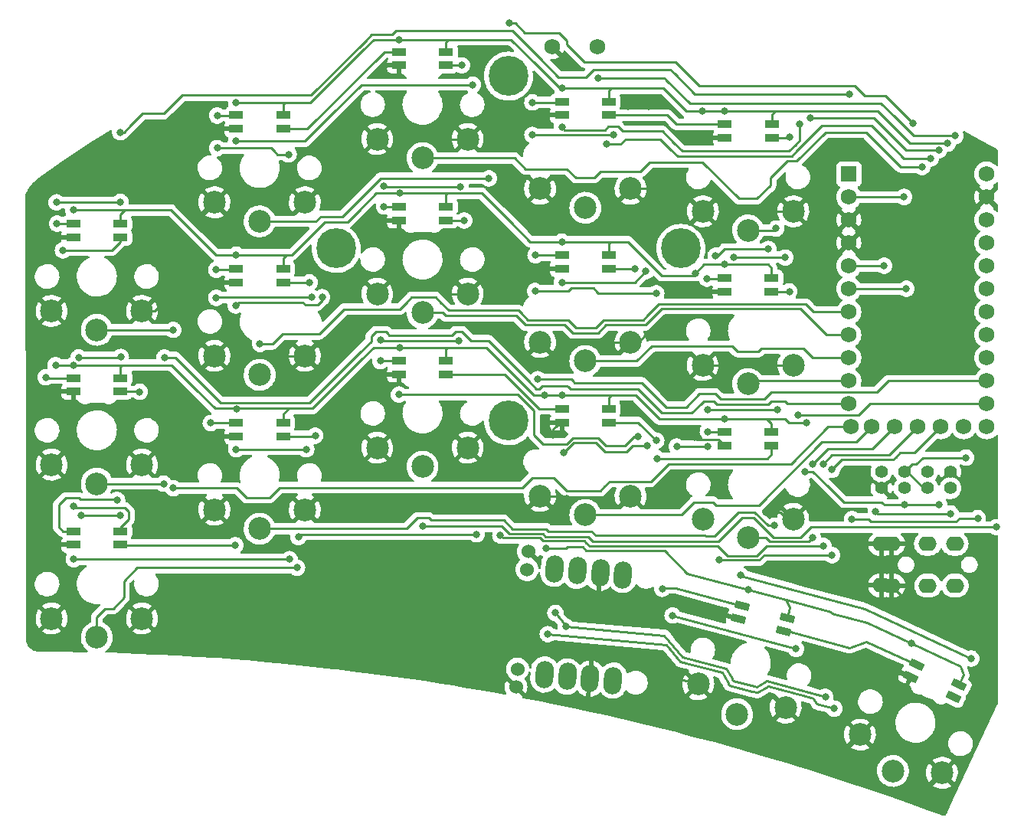
<source format=gbr>
%TF.GenerationSoftware,KiCad,Pcbnew,(6.0.0)*%
%TF.CreationDate,2022-05-06T00:59:20-07:00*%
%TF.ProjectId,half-swept,68616c66-2d73-4776-9570-742e6b696361,rev?*%
%TF.SameCoordinates,Original*%
%TF.FileFunction,Copper,L1,Top*%
%TF.FilePolarity,Positive*%
%FSLAX46Y46*%
G04 Gerber Fmt 4.6, Leading zero omitted, Abs format (unit mm)*
G04 Created by KiCad (PCBNEW (6.0.0)) date 2022-05-06 00:59:20*
%MOMM*%
%LPD*%
G01*
G04 APERTURE LIST*
G04 Aperture macros list*
%AMRoundRect*
0 Rectangle with rounded corners*
0 $1 Rounding radius*
0 $2 $3 $4 $5 $6 $7 $8 $9 X,Y pos of 4 corners*
0 Add a 4 corners polygon primitive as box body*
4,1,4,$2,$3,$4,$5,$6,$7,$8,$9,$2,$3,0*
0 Add four circle primitives for the rounded corners*
1,1,$1+$1,$2,$3*
1,1,$1+$1,$4,$5*
1,1,$1+$1,$6,$7*
1,1,$1+$1,$8,$9*
0 Add four rect primitives between the rounded corners*
20,1,$1+$1,$2,$3,$4,$5,0*
20,1,$1+$1,$4,$5,$6,$7,0*
20,1,$1+$1,$6,$7,$8,$9,0*
20,1,$1+$1,$8,$9,$2,$3,0*%
%AMHorizOval*
0 Thick line with rounded ends*
0 $1 width*
0 $2 $3 position (X,Y) of the first rounded end (center of the circle)*
0 $4 $5 position (X,Y) of the second rounded end (center of the circle)*
0 Add line between two ends*
20,1,$1,$2,$3,$4,$5,0*
0 Add two circle primitives to create the rounded ends*
1,1,$1,$2,$3*
1,1,$1,$4,$5*%
G04 Aperture macros list end*
%TA.AperFunction,ComponentPad*%
%ADD10O,2.000000X1.600000*%
%TD*%
%TA.AperFunction,ComponentPad*%
%ADD11C,1.750000*%
%TD*%
%TA.AperFunction,ComponentPad*%
%ADD12C,2.500000*%
%TD*%
%TA.AperFunction,ComponentPad*%
%ADD13C,4.400000*%
%TD*%
%TA.AperFunction,ComponentPad*%
%ADD14HorizOval,1.524000X0.000000X0.000000X0.000000X0.000000X0*%
%TD*%
%TA.AperFunction,ComponentPad*%
%ADD15C,1.524000*%
%TD*%
%TA.AperFunction,ComponentPad*%
%ADD16HorizOval,2.000000X0.043578X0.498097X-0.043578X-0.498097X0*%
%TD*%
%TA.AperFunction,ComponentPad*%
%ADD17C,1.752600*%
%TD*%
%TA.AperFunction,ComponentPad*%
%ADD18R,1.752600X1.752600*%
%TD*%
%TA.AperFunction,ComponentPad*%
%ADD19C,1.397000*%
%TD*%
%TA.AperFunction,SMDPad,CuDef*%
%ADD20RoundRect,0.082000X-0.718000X0.328000X-0.718000X-0.328000X0.718000X-0.328000X0.718000X0.328000X0*%
%TD*%
%TA.AperFunction,SMDPad,CuDef*%
%ADD21RoundRect,0.082000X-0.608642X0.502656X-0.778427X-0.130992X0.608642X-0.502656X0.778427X0.130992X0*%
%TD*%
%TA.AperFunction,SMDPad,CuDef*%
%ADD22RoundRect,0.082000X-0.512110X0.600709X-0.789348X0.006171X0.512110X-0.600709X0.789348X-0.006171X0*%
%TD*%
%TA.AperFunction,ViaPad*%
%ADD23C,0.800000*%
%TD*%
%TA.AperFunction,Conductor*%
%ADD24C,0.250000*%
%TD*%
G04 APERTURE END LIST*
D10*
%TO.P,J2,4,RING2*%
%TO.N,vcc*%
X117187658Y-75249388D03*
%TO.P,J2,3,RING1*%
%TO.N,data*%
X114187658Y-75249388D03*
%TO.P,J2,2,TIP*%
%TO.N,gnd*%
X110187658Y-75249388D03*
%TO.P,J2,1,SLEEVE*%
X109087658Y-70649388D03*
%TD*%
D11*
%TO.P,RSW1,2,2*%
%TO.N,reset*%
X77644655Y-15641890D03*
%TO.P,RSW1,1,1*%
%TO.N,gnd*%
X72644655Y-15641890D03*
%TD*%
D12*
%TO.P,SW2,2,2*%
%TO.N,gnd*%
X27319655Y-44879388D03*
X17319655Y-44879388D03*
%TO.P,SW2,1,1*%
%TO.N,Switch1*%
X22319655Y-46979388D03*
%TD*%
%TO.P,SW3,2,2*%
%TO.N,gnd*%
X45319658Y-32879387D03*
X35319658Y-32879387D03*
%TO.P,SW3,1,1*%
%TO.N,Switch2*%
X40319658Y-34979387D03*
%TD*%
%TO.P,SW4,2,2*%
%TO.N,gnd*%
X63319655Y-25879388D03*
X53319655Y-25879388D03*
%TO.P,SW4,1,1*%
%TO.N,Switch3*%
X58319655Y-27979388D03*
%TD*%
%TO.P,SW5,2,2*%
%TO.N,gnd*%
X81319655Y-31379387D03*
X71319655Y-31379387D03*
%TO.P,SW5,1,1*%
%TO.N,Switch4*%
X76319655Y-33479387D03*
%TD*%
%TO.P,SW6,2,2*%
%TO.N,gnd*%
X89319655Y-33879388D03*
X99319655Y-33879388D03*
%TO.P,SW6,1,1*%
%TO.N,Switch5*%
X94319655Y-35979388D03*
%TD*%
%TO.P,SW8,2,2*%
%TO.N,gnd*%
X17319656Y-61879388D03*
X27319656Y-61879388D03*
%TO.P,SW8,1,1*%
%TO.N,Switch6*%
X22319656Y-63979388D03*
%TD*%
%TO.P,SW9,2,2*%
%TO.N,gnd*%
X35319656Y-49853388D03*
X45319656Y-49853388D03*
%TO.P,SW9,1,1*%
%TO.N,Switch7*%
X40319656Y-51953388D03*
%TD*%
%TO.P,SW10,2,2*%
%TO.N,gnd*%
X63319658Y-42995387D03*
X53319658Y-42995387D03*
%TO.P,SW10,1,1*%
%TO.N,Switch8*%
X58319658Y-45095387D03*
%TD*%
%TO.P,SW11,2,2*%
%TO.N,gnd*%
X71319658Y-48329390D03*
X81319658Y-48329390D03*
%TO.P,SW11,1,1*%
%TO.N,Switch9*%
X76319658Y-50429390D03*
%TD*%
%TO.P,SW12,2,2*%
%TO.N,gnd*%
X89299655Y-50869388D03*
X99299655Y-50869388D03*
%TO.P,SW12,1,1*%
%TO.N,Switch10*%
X94299655Y-52969388D03*
%TD*%
%TO.P,SW14,2,2*%
%TO.N,gnd*%
X17319656Y-78879388D03*
X27319656Y-78879388D03*
%TO.P,SW14,1,1*%
%TO.N,Switch11*%
X22319656Y-80979388D03*
%TD*%
%TO.P,SW15,2,2*%
%TO.N,gnd*%
X45319655Y-66871386D03*
X35319655Y-66871386D03*
%TO.P,SW15,1,1*%
%TO.N,Switch12*%
X40319655Y-68971386D03*
%TD*%
%TO.P,SW16,2,2*%
%TO.N,gnd*%
X63319654Y-60013387D03*
X53319654Y-60013387D03*
%TO.P,SW16,1,1*%
%TO.N,Switch13*%
X58319654Y-62113387D03*
%TD*%
%TO.P,SW17,2,2*%
%TO.N,gnd*%
X81319656Y-65347389D03*
X71319656Y-65347389D03*
%TO.P,SW17,1,1*%
%TO.N,Switch14*%
X76319656Y-67447389D03*
%TD*%
%TO.P,SW18,2,2*%
%TO.N,gnd*%
X99299658Y-67887388D03*
X89299658Y-67887388D03*
%TO.P,SW18,1,1*%
%TO.N,Switch15*%
X94299658Y-69987388D03*
%TD*%
%TO.P,SW21,2,2*%
%TO.N,gnd*%
X106685182Y-91732427D03*
X115748260Y-95958610D03*
%TO.P,SW21,1,1*%
%TO.N,Switch16*%
X110329222Y-95748765D03*
%TD*%
D13*
%TO.P,REF\u002A\u002A,1*%
%TO.N,N/C*%
X67819656Y-18929388D03*
X86869656Y-37979388D03*
X48769656Y-37979388D03*
X67819656Y-57029388D03*
%TD*%
D14*
%TO.P,SW7,S2,S2*%
%TO.N,Switch18*%
X68824041Y-84474887D03*
D15*
%TO.P,SW7,S1,S1*%
%TO.N,gnd*%
X68649730Y-86467277D03*
D16*
%TO.P,SW7,NC,NC*%
%TO.N,unconnected-(SW7-PadNC)*%
X79373124Y-85749150D03*
%TO.P,SW7,C,C*%
%TO.N,gnd*%
X76842790Y-85527774D03*
%TO.P,SW7,B,B*%
%TO.N,scl*%
X74312455Y-85306398D03*
%TO.P,SW7,A,A*%
%TO.N,sda*%
X71782121Y-85085023D03*
%TD*%
D17*
%TO.P,U2,29,F0*%
%TO.N,Switch16*%
X118149655Y-57686138D03*
%TO.P,U2,28,F1*%
%TO.N,Switch17*%
X115609655Y-57686138D03*
%TO.P,U2,27,C7*%
%TO.N,Switch18*%
X113069655Y-57686138D03*
%TO.P,U2,26,D5*%
%TO.N,Switch15*%
X110529655Y-57686138D03*
%TO.P,U2,25,B7*%
%TO.N,Switch14*%
X107989655Y-57686138D03*
%TO.P,U2,24,B0*%
%TO.N,raw*%
X120689655Y-29746138D03*
%TO.P,U2,23,GND*%
%TO.N,gnd*%
X120689655Y-32286138D03*
%TO.P,U2,22,RST*%
%TO.N,reset*%
X120689655Y-34826138D03*
%TO.P,U2,21,VCC*%
%TO.N,vcc*%
X120689655Y-37366138D03*
%TO.P,U2,20,A3/PF4*%
%TO.N,Switch5*%
X120689655Y-39906138D03*
%TO.P,U2,19,A2/PF5*%
%TO.N,Switch4*%
X120689655Y-42446138D03*
%TO.P,U2,18,A1/PF6*%
%TO.N,Switch3*%
X120689655Y-44986138D03*
%TO.P,U2,17,A0/PF7*%
%TO.N,Switch2*%
X120689655Y-47526138D03*
%TO.P,U2,16,15/PB1*%
%TO.N,unconnected-(U2-Pad16)*%
X120689655Y-50066138D03*
%TO.P,U2,15,14/PB3*%
%TO.N,Switch11*%
X120689655Y-52606138D03*
%TO.P,U2,14,16/PB2*%
%TO.N,Switch12*%
X120689655Y-55146138D03*
%TO.P,U2,13,10/PB6*%
%TO.N,Switch13*%
X120689655Y-57686138D03*
%TO.P,U2,12,9/PB5*%
%TO.N,Switch1*%
X105678255Y-57686138D03*
%TO.P,U2,11,8/PB4*%
%TO.N,Switch6*%
X105449655Y-55146138D03*
%TO.P,U2,10,7/PE6*%
%TO.N,Switch10*%
X105449655Y-52606138D03*
%TO.P,U2,9,6/PD7*%
%TO.N,Switch9*%
X105449655Y-50066138D03*
%TO.P,U2,8,5/PC6*%
%TO.N,Switch8*%
X105449655Y-47526138D03*
%TO.P,U2,7,4/PD4*%
%TO.N,Switch7*%
X105449655Y-44986138D03*
%TO.P,U2,6,3/PD0*%
%TO.N,scl*%
X105449655Y-42446138D03*
%TO.P,U2,5,2/PD1*%
%TO.N,sda*%
X105449655Y-39906138D03*
%TO.P,U2,4,GND*%
%TO.N,gnd*%
X105449655Y-37366138D03*
%TO.P,U2,3,GND*%
X105449655Y-34826138D03*
%TO.P,U2,2,RX1/PD2*%
%TO.N,data*%
X105449655Y-32286138D03*
D18*
%TO.P,U2,1,TX0/PD3*%
%TO.N,led*%
X105449655Y-29746138D03*
%TD*%
D19*
%TO.P,OL1,4,GND*%
%TO.N,gnd*%
X116679657Y-62659388D03*
%TO.P,OL1,3,VCC*%
%TO.N,vcc*%
X114139657Y-62659388D03*
%TO.P,OL1,2,SCL*%
%TO.N,scl*%
X111599657Y-62659388D03*
%TO.P,OL1,1,SDA*%
%TO.N,sda*%
X109059657Y-62659388D03*
%TD*%
D12*
%TO.P,SW1,2,2*%
%TO.N,gnd*%
X88806512Y-86155809D03*
X98465771Y-88743999D03*
%TO.P,SW1,1,1*%
%TO.N,Switch17*%
X93092622Y-89478348D03*
%TD*%
D20*
%TO.P,D34,4,DIN*%
%TO.N,Net-(D31-Pad2)*%
X37719658Y-23249387D03*
%TO.P,D34,3,VSS*%
%TO.N,gnd*%
X37719658Y-24749387D03*
%TO.P,D34,2,DOUT*%
%TO.N,Net-(D20-Pad4)*%
X42919658Y-24749387D03*
%TO.P,D34,1,VDD*%
%TO.N,vcc*%
X42919658Y-23249387D03*
%TD*%
%TO.P,D26,4,DIN*%
%TO.N,Net-(D23-Pad2)*%
X55719654Y-50383387D03*
%TO.P,D26,3,VSS*%
%TO.N,gnd*%
X55719654Y-51883387D03*
%TO.P,D26,2,DOUT*%
%TO.N,Net-(D26-Pad2)*%
X60919654Y-51883387D03*
%TO.P,D26,1,VDD*%
%TO.N,vcc*%
X60919654Y-50383387D03*
%TD*%
%TO.P,D31,4,DIN*%
%TO.N,Net-(D28-Pad2)*%
X37719656Y-40223388D03*
%TO.P,D31,3,VSS*%
%TO.N,gnd*%
X37719656Y-41723388D03*
%TO.P,D31,2,DOUT*%
%TO.N,Net-(D31-Pad2)*%
X42919656Y-41723388D03*
%TO.P,D31,1,VDD*%
%TO.N,vcc*%
X42919656Y-40223388D03*
%TD*%
%TO.P,D28,4,DIN*%
%TO.N,Net-(D25-Pad2)*%
X37719655Y-57241386D03*
%TO.P,D28,3,VSS*%
%TO.N,gnd*%
X37719655Y-58741386D03*
%TO.P,D28,2,DOUT*%
%TO.N,Net-(D28-Pad2)*%
X42919655Y-58741386D03*
%TO.P,D28,1,VDD*%
%TO.N,vcc*%
X42919655Y-57241386D03*
%TD*%
%TO.P,D32,4,DIN*%
%TO.N,Net-(D29-Pad2)*%
X73719658Y-38699390D03*
%TO.P,D32,3,VSS*%
%TO.N,gnd*%
X73719658Y-40199390D03*
%TO.P,D32,2,DOUT*%
%TO.N,Net-(D32-Pad2)*%
X78919658Y-40199390D03*
%TO.P,D32,1,VDD*%
%TO.N,vcc*%
X78919658Y-38699390D03*
%TD*%
%TO.P,D21,4,DIN*%
%TO.N,Net-(D21-Pad4)*%
X91719655Y-24249388D03*
%TO.P,D21,3,VSS*%
%TO.N,gnd*%
X91719655Y-25749388D03*
%TO.P,D21,2,DOUT*%
%TO.N,Net-(D21-Pad2)*%
X96919655Y-25749388D03*
%TO.P,D21,1,VDD*%
%TO.N,vcc*%
X96919655Y-24249388D03*
%TD*%
%TO.P,D19,4,DIN*%
%TO.N,led*%
X19719655Y-35249388D03*
%TO.P,D19,3,VSS*%
%TO.N,gnd*%
X19719655Y-36749388D03*
%TO.P,D19,2,DOUT*%
%TO.N,Net-(D19-Pad2)*%
X24919655Y-36749388D03*
%TO.P,D19,1,VDD*%
%TO.N,vcc*%
X24919655Y-35249388D03*
%TD*%
%TO.P,D23,4,DIN*%
%TO.N,Net-(D20-Pad2)*%
X55719658Y-33365387D03*
%TO.P,D23,3,VSS*%
%TO.N,gnd*%
X55719658Y-34865387D03*
%TO.P,D23,2,DOUT*%
%TO.N,Net-(D23-Pad2)*%
X60919658Y-34865387D03*
%TO.P,D23,1,VDD*%
%TO.N,vcc*%
X60919658Y-33365387D03*
%TD*%
%TO.P,D22,4,DIN*%
%TO.N,Net-(D19-Pad2)*%
X19719653Y-52299388D03*
%TO.P,D22,3,VSS*%
%TO.N,gnd*%
X19719653Y-53799388D03*
%TO.P,D22,2,DOUT*%
%TO.N,Net-(D22-Pad2)*%
X24919653Y-53799388D03*
%TO.P,D22,1,VDD*%
%TO.N,vcc*%
X24919653Y-52299388D03*
%TD*%
D14*
%TO.P,SW13,S2,S2*%
%TO.N,Switch18*%
X69876721Y-73482544D03*
D15*
%TO.P,SW13,S1,S1*%
%TO.N,gnd*%
X70051033Y-71490154D03*
D16*
%TO.P,SW13,NC,NC*%
%TO.N,unconnected-(SW13-PadNC)*%
X80486814Y-74059470D03*
%TO.P,SW13,C,C*%
%TO.N,gnd*%
X77956479Y-73838094D03*
%TO.P,SW13,B,B*%
%TO.N,sda*%
X75426145Y-73616718D03*
%TO.P,SW13,A,A*%
%TO.N,scl*%
X72895810Y-73395343D03*
%TD*%
D20*
%TO.P,D35,4,DIN*%
%TO.N,Net-(D32-Pad2)*%
X73719655Y-21749387D03*
%TO.P,D35,3,VSS*%
%TO.N,gnd*%
X73719655Y-23249387D03*
%TO.P,D35,2,DOUT*%
%TO.N,Net-(D21-Pad4)*%
X78919655Y-23249387D03*
%TO.P,D35,1,VDD*%
%TO.N,vcc*%
X78919655Y-21749387D03*
%TD*%
%TO.P,D25,4,DIN*%
%TO.N,Net-(D22-Pad2)*%
X19719656Y-69249388D03*
%TO.P,D25,3,VSS*%
%TO.N,gnd*%
X19719656Y-70749388D03*
%TO.P,D25,2,DOUT*%
%TO.N,Net-(D25-Pad2)*%
X24919656Y-70749388D03*
%TO.P,D25,1,VDD*%
%TO.N,vcc*%
X24919656Y-69249388D03*
%TD*%
%TO.P,D24,4,DIN*%
%TO.N,Net-(D21-Pad2)*%
X91699655Y-41239388D03*
%TO.P,D24,3,VSS*%
%TO.N,gnd*%
X91699655Y-42739388D03*
%TO.P,D24,2,DOUT*%
%TO.N,Net-(D24-Pad2)*%
X96899655Y-42739388D03*
%TO.P,D24,1,VDD*%
%TO.N,vcc*%
X96899655Y-41239388D03*
%TD*%
D21*
%TO.P,D30,4,DIN*%
%TO.N,Net-(D27-Pad2)*%
X93617162Y-77475109D03*
%TO.P,D30,3,VSS*%
%TO.N,gnd*%
X93228933Y-78923998D03*
%TO.P,D30,2,DOUT*%
%TO.N,Net-(D30-Pad2)*%
X98251748Y-80269857D03*
%TO.P,D30,1,VDD*%
%TO.N,vcc*%
X98639976Y-78820968D03*
%TD*%
D20*
%TO.P,D29,4,DIN*%
%TO.N,Net-(D26-Pad2)*%
X73719656Y-55717389D03*
%TO.P,D29,3,VSS*%
%TO.N,gnd*%
X73719656Y-57217389D03*
%TO.P,D29,2,DOUT*%
%TO.N,Net-(D29-Pad2)*%
X78919656Y-57217389D03*
%TO.P,D29,1,VDD*%
%TO.N,vcc*%
X78919656Y-55717389D03*
%TD*%
D10*
%TO.P,J1,4,RING2*%
%TO.N,vcc*%
X117169657Y-70629388D03*
%TO.P,J1,3,RING1*%
%TO.N,data*%
X114169657Y-70629388D03*
%TO.P,J1,2,TIP*%
%TO.N,gnd*%
X110169657Y-70629388D03*
%TO.P,J1,1,SLEEVE*%
X109069657Y-75229388D03*
%TD*%
D19*
%TO.P,OL2,4,GND*%
%TO.N,gnd*%
X109059657Y-64479386D03*
%TO.P,OL2,3,VCC*%
%TO.N,vcc*%
X111599657Y-64479386D03*
%TO.P,OL2,2,SCL*%
%TO.N,scl*%
X114139657Y-64479386D03*
%TO.P,OL2,1,SDA*%
%TO.N,sda*%
X116679657Y-64479386D03*
%TD*%
D22*
%TO.P,D33,4,DIN*%
%TO.N,Net-(D30-Pad2)*%
X112930134Y-84018967D03*
%TO.P,D33,3,VSS*%
%TO.N,gnd*%
X112296207Y-85378429D03*
%TO.P,D33,2,DOUT*%
%TO.N,unconnected-(D33-Pad2)*%
X117009007Y-87576044D03*
%TO.P,D33,1,VDD*%
%TO.N,vcc*%
X117642935Y-86216582D03*
%TD*%
D20*
%TO.P,D20,4,DIN*%
%TO.N,Net-(D20-Pad4)*%
X55719655Y-16249388D03*
%TO.P,D20,3,VSS*%
%TO.N,gnd*%
X55719655Y-17749388D03*
%TO.P,D20,2,DOUT*%
%TO.N,Net-(D20-Pad2)*%
X60919655Y-17749388D03*
%TO.P,D20,1,VDD*%
%TO.N,vcc*%
X60919655Y-16249388D03*
%TD*%
%TO.P,D27,4,DIN*%
%TO.N,Net-(D24-Pad2)*%
X91699658Y-58257388D03*
%TO.P,D27,3,VSS*%
%TO.N,gnd*%
X91699658Y-59757388D03*
%TO.P,D27,2,DOUT*%
%TO.N,Net-(D27-Pad2)*%
X96899658Y-59757388D03*
%TO.P,D27,1,VDD*%
%TO.N,vcc*%
X96899658Y-58257388D03*
%TD*%
D23*
%TO.N,scl*%
X118400000Y-61100000D03*
X119700000Y-67800000D03*
X105800000Y-67900000D03*
%TO.N,sda*%
X103843188Y-88852081D03*
%TO.N,scl*%
X102846304Y-87549691D03*
%TO.N,sda*%
X72172592Y-80621932D03*
%TO.N,vcc*%
X71949120Y-71137874D03*
%TO.N,Net-(D12-Pad2)*%
X93456764Y-74099052D03*
X118984737Y-83311003D03*
%TO.N,vcc*%
X112363069Y-81657661D03*
%TO.N,scl*%
X73017034Y-78286211D03*
X74190069Y-79794186D03*
%TO.N,Net-(D12-Pad4)*%
X85964069Y-78560148D03*
%TO.N,Net-(D27-Pad2)*%
X84822671Y-75601549D03*
X84222670Y-61201549D03*
%TO.N,Switch18*%
X66922672Y-69701548D03*
%TO.N,gnd*%
X83755125Y-41631321D03*
X60305127Y-25431323D03*
X74255128Y-65631321D03*
X24405128Y-55781321D03*
X88405128Y-58831320D03*
X96205126Y-33881321D03*
X96305126Y-67131321D03*
X119139418Y-77786894D03*
X86455126Y-47331321D03*
X81055126Y-22281321D03*
X60255126Y-42281319D03*
X53305127Y-18681324D03*
X28055124Y-55731322D03*
X96567061Y-50869389D03*
X85752744Y-85233522D03*
X41905125Y-49931320D03*
X84155127Y-31381321D03*
X86530126Y-31906321D03*
X87823295Y-77506116D03*
X83305126Y-22281321D03*
X78255125Y-48531322D03*
X87755126Y-25731319D03*
X72755127Y-58631321D03*
%TO.N,vcc*%
X91699656Y-56849387D03*
X19719658Y-33729388D03*
X37719656Y-38679385D03*
X55819657Y-48929388D03*
X37753192Y-55755822D03*
X55819655Y-31879388D03*
X94320776Y-75716946D03*
X88494657Y-40704389D03*
X115455126Y-66331321D03*
X19719656Y-50879390D03*
X91719658Y-22829386D03*
X91699657Y-39759391D03*
X111605128Y-66331320D03*
X73769658Y-20279387D03*
X71819656Y-54179388D03*
X17769655Y-50879388D03*
X37719654Y-21879387D03*
X73719657Y-37229387D03*
X100789420Y-57236893D03*
X73769656Y-54179388D03*
X116369658Y-26379386D03*
X19719657Y-66479387D03*
X55769659Y-14879387D03*
X89219657Y-22829390D03*
X100589420Y-62636893D03*
%TO.N,Switch18*%
X102655124Y-70881321D03*
X102655126Y-61781320D03*
%TO.N,reset*%
X117219656Y-25529385D03*
X77769655Y-19129388D03*
%TO.N,Switch1*%
X30755129Y-46981320D03*
X30755124Y-64481321D03*
%TO.N,Switch2*%
X112555125Y-24181320D03*
X65655126Y-30231321D03*
X67905125Y-13081321D03*
%TO.N,Switch3*%
X113555126Y-28981321D03*
%TO.N,Switch4*%
X114505125Y-28031321D03*
X78655127Y-26431319D03*
%TO.N,Switch5*%
X97405126Y-35781322D03*
X115405126Y-27103887D03*
X101155126Y-23581319D03*
%TO.N,Switch6*%
X29705128Y-63981321D03*
X29805129Y-50031321D03*
%TO.N,Switch7*%
X40355127Y-48531321D03*
%TO.N,Switch11*%
X71055128Y-52431321D03*
X44455127Y-73281319D03*
X64305127Y-69581323D03*
X44605128Y-69881321D03*
%TO.N,Switch12*%
X97255125Y-68631321D03*
X99805125Y-56431322D03*
%TO.N,Switch13*%
X58355126Y-68681320D03*
X121755126Y-68781319D03*
%TO.N,Switch15*%
X101455126Y-69981323D03*
X101455129Y-61781321D03*
%TO.N,Switch17*%
X103605127Y-62431322D03*
X91155128Y-72421186D03*
X103605126Y-71881320D03*
%TO.N,Net-(D1-Pad2)*%
X24969655Y-49979388D03*
X20319656Y-50029388D03*
%TO.N,led*%
X17919656Y-35229388D03*
X105469657Y-20929389D03*
X17869655Y-32879387D03*
X24919657Y-32829388D03*
X24919655Y-25129387D03*
%TO.N,data*%
X111555127Y-32281322D03*
%TO.N,Net-(D16-Pad2)*%
X37719653Y-26129388D03*
X63869655Y-19879388D03*
%TO.N,Net-(D3-Pad2)*%
X92719656Y-38929385D03*
X98419656Y-38979387D03*
%TO.N,Net-(D17-Pad2)*%
X73719656Y-24579387D03*
X100019655Y-24229388D03*
%TO.N,Net-(D4-Pad2)*%
X20569657Y-67529387D03*
X24919658Y-67529389D03*
%TO.N,Net-(D10-Pad4)*%
X43619655Y-72329388D03*
X19769655Y-72329387D03*
%TO.N,Net-(D11-Pad4)*%
X82169656Y-58779388D03*
X55719656Y-54129387D03*
%TO.N,Net-(D12-Pad4)*%
X86419655Y-59879386D03*
X89869658Y-59829388D03*
%TO.N,Net-(D10-Pad2)*%
X37719656Y-60179386D03*
X45469658Y-60179388D03*
%TO.N,Net-(D11-Pad2)*%
X83119656Y-59779388D03*
X73955127Y-60581322D03*
%TO.N,Net-(D12-Pad4)*%
X99613801Y-82244742D03*
%TO.N,Net-(D13-Pad2)*%
X47219659Y-43379388D03*
X37669655Y-44279387D03*
%TO.N,Net-(D14-Pad2)*%
X83019656Y-40479389D03*
X73719658Y-41729387D03*
%TO.N,sda*%
X116705128Y-67281320D03*
X109355126Y-39881319D03*
X108419657Y-67079388D03*
%TO.N,scl*%
X111805126Y-42431320D03*
%TO.N,Net-(D19-Pad2)*%
X16669655Y-52229388D03*
X18569657Y-38179388D03*
%TO.N,Net-(D20-Pad2)*%
X62519657Y-31129388D03*
X54069657Y-31079387D03*
X54069659Y-33329389D03*
X62669657Y-17729386D03*
%TO.N,Net-(D21-Pad2)*%
X98919655Y-25629388D03*
X96553195Y-38029388D03*
X89769655Y-41329388D03*
X90719656Y-38779386D03*
%TO.N,Net-(D22-Pad2)*%
X27055126Y-53831324D03*
X24555126Y-65781321D03*
%TO.N,Net-(D23-Pad2)*%
X62369654Y-48179389D03*
X53669655Y-50429389D03*
X62919655Y-34879388D03*
X53669658Y-48079387D03*
%TO.N,Net-(D24-Pad2)*%
X89869655Y-55829387D03*
X98869655Y-42729386D03*
X97519657Y-55779387D03*
X89869654Y-58229387D03*
%TO.N,Net-(D25-Pad2)*%
X37619655Y-70779388D03*
X34919655Y-57279390D03*
%TO.N,Net-(D28-Pad2)*%
X46469656Y-58679388D03*
X35519656Y-40329388D03*
X46069656Y-43379387D03*
X35519655Y-43429389D03*
%TO.N,Net-(D29-Pad2)*%
X84169655Y-59229388D03*
X70769654Y-42679389D03*
X70819658Y-38729388D03*
X84169656Y-42929385D03*
%TO.N,Net-(D31-Pad2)*%
X45819658Y-41729388D03*
X35619657Y-23279388D03*
X35619655Y-26879387D03*
X43519655Y-27579391D03*
%TO.N,Net-(D32-Pad2)*%
X70469657Y-25429389D03*
X70469657Y-21829388D03*
X81769655Y-40229388D03*
X79469657Y-25379386D03*
%TD*%
D24*
%TO.N,scl*%
X112459045Y-61800000D02*
X111599657Y-62659388D01*
X112900000Y-61800000D02*
X112459045Y-61800000D01*
X113600000Y-61100000D02*
X112900000Y-61800000D01*
X118400000Y-61100000D02*
X113600000Y-61100000D01*
X117700000Y-67800000D02*
X119700000Y-67800000D01*
X117300000Y-68200000D02*
X117700000Y-67800000D01*
X107700000Y-68000000D02*
X107900000Y-68200000D01*
X107900000Y-68200000D02*
X117300000Y-68200000D01*
X107600000Y-67900000D02*
X107700000Y-68000000D01*
X105800000Y-67900000D02*
X107600000Y-67900000D01*
%TO.N,sda*%
X101911337Y-88334443D02*
X103843188Y-88852081D01*
X100688450Y-87489133D02*
X101557783Y-87722071D01*
X96290020Y-86517633D02*
X96534969Y-86376212D01*
X94730669Y-86928027D02*
X95310224Y-87083318D01*
X92219262Y-86255097D02*
X94730669Y-86928027D01*
X96534969Y-86376212D02*
X100688450Y-87489133D01*
X92007130Y-85887674D02*
X92219262Y-86255097D01*
X95310224Y-87083318D02*
X96290020Y-86517633D01*
X91424216Y-84878038D02*
X92007130Y-85887674D01*
X86828843Y-83646712D02*
X91424216Y-84878038D01*
X101557783Y-87722071D02*
X101911337Y-88334443D01*
%TO.N,scl*%
X96129652Y-85957024D02*
X96374601Y-85815603D01*
X96374601Y-85815603D02*
X102846304Y-87549691D01*
X94982553Y-86374353D02*
X95272331Y-86451999D01*
X92664331Y-85753188D02*
X94982553Y-86374353D01*
X95272331Y-86451999D02*
X96129652Y-85957024D01*
X92452199Y-85385764D02*
X92664331Y-85753188D01*
X87071661Y-83166045D02*
X91920809Y-84465371D01*
X91920809Y-84465371D02*
X92452199Y-85385764D01*
%TO.N,sda*%
X85250850Y-81766131D02*
X86828843Y-83646712D01*
X72172592Y-80621932D02*
X85250850Y-81766131D01*
%TO.N,scl*%
X85038755Y-80743323D02*
X87071661Y-83166045D01*
X74190069Y-79794186D02*
X85038755Y-80743323D01*
%TO.N,vcc*%
X74190140Y-71137873D02*
X74322671Y-71005342D01*
X71949120Y-71137874D02*
X74190140Y-71137873D01*
%TO.N,sda*%
X108621589Y-67281320D02*
X108419657Y-67079388D01*
X116705128Y-67281320D02*
X108621589Y-67281320D01*
%TO.N,vcc*%
X103483385Y-78172059D02*
X98442145Y-76821263D01*
X103575945Y-78332379D02*
X103483385Y-78172059D01*
X107469007Y-79375522D02*
X103575945Y-78332379D01*
X112363069Y-81657661D02*
X107469007Y-79375522D01*
%TO.N,Net-(D30-Pad2)*%
X98378862Y-80196467D02*
X98251749Y-80269858D01*
X105530582Y-82112765D02*
X98378862Y-80196467D01*
%TO.N,Net-(D12-Pad2)*%
X93480459Y-74140092D02*
X93456764Y-74099052D01*
X107202734Y-77816965D02*
X93480459Y-74140092D01*
%TO.N,Net-(D30-Pad2)*%
X107390525Y-81435804D02*
X105530582Y-82112765D01*
X112930136Y-84018966D02*
X107390525Y-81435804D01*
%TO.N,vcc*%
X118145240Y-85139387D02*
X117800917Y-84193370D01*
X117800917Y-84193370D02*
X112363069Y-81657661D01*
X117642937Y-86216582D02*
X118145240Y-85139387D01*
%TO.N,Net-(D12-Pad2)*%
X118984737Y-83311003D02*
X107202734Y-77816965D01*
%TO.N,scl*%
X74198784Y-79694566D02*
X73017034Y-78286211D01*
X74190069Y-79794186D02*
X74198784Y-79694566D01*
%TO.N,Net-(D12-Pad4)*%
X85964069Y-78560148D02*
X99595250Y-82212614D01*
%TO.N,Net-(D27-Pad2)*%
X96899658Y-60749388D02*
X96899656Y-59757387D01*
X96447497Y-61201549D02*
X96899658Y-60749388D01*
X84222670Y-61201549D02*
X96447497Y-61201549D01*
X84897643Y-75526577D02*
X84822671Y-75601549D01*
X86258915Y-75526576D02*
X84897643Y-75526577D01*
%TO.N,vcc*%
X87579645Y-73910667D02*
X94320776Y-75716946D01*
X76026465Y-71005342D02*
X76422671Y-71401549D01*
X74322671Y-71005342D02*
X76026465Y-71005342D01*
X85070526Y-71401548D02*
X87579645Y-73910667D01*
X76422671Y-71401549D02*
X85070526Y-71401548D01*
%TO.N,Switch18*%
X67201964Y-69980839D02*
X66922672Y-69701548D01*
X71322671Y-69980842D02*
X68122671Y-69980841D01*
X68122671Y-69980841D02*
X67201964Y-69980839D01*
X71622671Y-70280842D02*
X71322671Y-69980842D01*
X73922671Y-70280843D02*
X71622671Y-70280842D01*
X76201963Y-70280841D02*
X73922671Y-70280843D01*
X76422670Y-70501549D02*
X76201963Y-70280841D01*
X76905127Y-70881321D02*
X76802443Y-70881321D01*
X76802443Y-70881321D02*
X76422670Y-70501549D01*
%TO.N,gnd*%
X60753193Y-25879388D02*
X63319655Y-25879387D01*
X72755127Y-57931319D02*
X72755127Y-58631321D01*
X98661192Y-67887387D02*
X99299657Y-67887386D01*
X84155127Y-31381321D02*
X84153193Y-31379390D01*
X24455129Y-55731320D02*
X28055124Y-55731322D01*
X84155127Y-31381321D02*
X86005126Y-31381321D01*
X37719657Y-41723389D02*
X31913060Y-41723386D01*
X96205126Y-33881321D02*
X96207061Y-33879389D01*
X88678682Y-59104876D02*
X88405128Y-58831320D01*
X82905126Y-47631319D02*
X83205125Y-47331320D01*
X96567061Y-50869389D02*
X99299657Y-50869390D01*
X73055125Y-57631320D02*
X72755127Y-57931319D01*
X85752744Y-85233522D02*
X85823799Y-85356593D01*
X73719658Y-57217390D02*
X73469059Y-57217390D01*
X89299658Y-50869388D02*
X96567061Y-50869389D01*
X81319655Y-48329389D02*
X82207058Y-48329388D01*
X73469059Y-57217390D02*
X73055125Y-57631320D01*
X83205125Y-47331320D02*
X86455126Y-47331321D01*
X96305126Y-67131321D02*
X97905124Y-67131322D01*
X93228936Y-78923998D02*
X87859443Y-77485248D01*
X41983058Y-49853388D02*
X45319656Y-49853388D01*
X86005126Y-31381321D02*
X86530126Y-31906321D01*
X55719655Y-17749389D02*
X54237059Y-17749391D01*
X87859443Y-77485248D02*
X87823295Y-77506116D01*
X97905124Y-67131322D02*
X98661192Y-67887387D01*
X81055126Y-22281321D02*
X83305126Y-22281321D01*
X91047146Y-59104877D02*
X88678682Y-59104876D01*
X91699658Y-59757387D02*
X91047146Y-59104877D01*
X86530126Y-31906321D02*
X87355126Y-32731320D01*
X60305127Y-25431323D02*
X60753193Y-25879388D01*
X60255126Y-42281319D02*
X60969191Y-42995389D01*
X28757060Y-44879389D02*
X27319655Y-44879388D01*
X78255125Y-48531322D02*
X78457059Y-48329386D01*
X119139418Y-77786894D02*
X112725163Y-77786893D01*
X24405128Y-55781321D02*
X24455129Y-55731320D01*
X60969191Y-42995389D02*
X63319654Y-42995388D01*
X78457059Y-48329386D02*
X81319655Y-48329389D01*
X74255128Y-65631321D02*
X73971196Y-65347390D01*
X41905125Y-49931320D02*
X41983058Y-49853388D01*
X82207058Y-48329388D02*
X82905126Y-47631319D01*
X112725163Y-77786893D02*
X110187655Y-75249386D01*
X54237059Y-17749391D02*
X53305127Y-18681324D01*
X87773194Y-25749387D02*
X87755126Y-25731319D01*
X87355126Y-32731320D02*
X88171586Y-32731320D01*
X31913060Y-41723386D02*
X28757060Y-44879389D01*
X88171586Y-32731320D02*
X89319653Y-33879387D01*
X96207061Y-33879389D02*
X99319656Y-33879389D01*
X91719655Y-25749389D02*
X87773194Y-25749387D01*
X84153193Y-31379390D02*
X81319657Y-31379387D01*
X85823799Y-85356593D02*
X88806514Y-86155810D01*
X73971196Y-65347390D02*
X71319656Y-65347388D01*
%TO.N,vcc*%
X19869656Y-66629388D02*
X19719657Y-66479387D01*
X46169656Y-55679388D02*
X43519656Y-55679388D01*
X78919655Y-54429387D02*
X79169656Y-54179391D01*
X42919658Y-57241389D02*
X42919657Y-56279388D01*
X42919657Y-56279388D02*
X43519656Y-55679388D01*
X43519656Y-55679388D02*
X41769657Y-55679388D01*
X52919657Y-14879385D02*
X51769657Y-16029386D01*
X109089421Y-66036893D02*
X107489419Y-66036891D01*
X30519656Y-33729388D02*
X27169658Y-33729389D01*
X81869656Y-54179389D02*
X84539658Y-56849389D01*
X43869655Y-38679388D02*
X43319659Y-38679388D01*
X35469657Y-38679389D02*
X34469655Y-37679388D01*
X37719656Y-38679385D02*
X35469657Y-38679389D01*
X25869656Y-67079386D02*
X25419655Y-66629389D01*
X33169657Y-53479388D02*
X30569655Y-50879388D01*
X55819655Y-31879388D02*
X53219653Y-31879390D01*
X43319659Y-38679388D02*
X37719656Y-38679385D01*
X41769657Y-55679388D02*
X35369656Y-55679388D01*
X98442145Y-76821263D02*
X98943241Y-77689181D01*
X100789420Y-57236893D02*
X98789418Y-57236893D01*
X30569655Y-50879388D02*
X26719658Y-50879389D01*
X110719656Y-24929388D02*
X108619654Y-22829388D01*
X25869654Y-67929387D02*
X25869656Y-67079386D01*
X24919656Y-34229388D02*
X25419656Y-33729387D01*
X50069658Y-35029387D02*
X48019656Y-35029388D01*
X51219656Y-33879387D02*
X50069658Y-35029387D01*
X78919656Y-55717388D02*
X78919655Y-54429387D01*
X96899655Y-58257385D02*
X96899653Y-57359388D01*
X104889419Y-66036893D02*
X103189419Y-64336893D01*
X112169656Y-26379386D02*
X110719656Y-24929388D01*
X55769659Y-14879387D02*
X52919657Y-14879385D01*
X70669655Y-54179388D02*
X68719655Y-52229388D01*
X24919656Y-68879389D02*
X25869654Y-67929387D01*
X61069657Y-31879390D02*
X55819655Y-31879388D01*
X60919657Y-33365386D02*
X60919657Y-32029385D01*
X60919657Y-32029385D02*
X61069657Y-31879390D01*
X63069657Y-14879386D02*
X61219656Y-14879387D01*
X73519655Y-20279386D02*
X70869655Y-17629389D01*
X24919656Y-35249388D02*
X24919656Y-34229388D01*
X116369658Y-26379386D02*
X112169656Y-26379386D01*
X73719657Y-37229387D02*
X70219656Y-37229388D01*
X51619655Y-50229388D02*
X46169656Y-55679388D01*
X84769657Y-40979386D02*
X88219655Y-40979388D01*
X101489419Y-62636893D02*
X100589420Y-62636893D01*
X89219657Y-22829390D02*
X87519655Y-22829386D01*
X94320776Y-75716946D02*
X98442145Y-76821263D01*
X65419656Y-48929389D02*
X61069654Y-48929386D01*
X81019658Y-37229388D02*
X84769657Y-40979386D01*
X88219655Y-40979388D02*
X88494657Y-40704389D01*
X64869656Y-31879388D02*
X61069657Y-31879390D01*
X78919656Y-21749386D02*
X78919654Y-20579388D01*
X68119657Y-14879387D02*
X63069657Y-14879386D01*
X96899653Y-57359388D02*
X96389656Y-56849387D01*
X24919655Y-52299388D02*
X24919658Y-51029388D01*
X73769656Y-54179388D02*
X71819656Y-54179388D01*
X26719658Y-50879389D02*
X25069656Y-50879387D01*
X70869655Y-17629389D02*
X68119657Y-14879387D01*
X25069656Y-50879387D02*
X19719656Y-50879390D01*
X42919658Y-39079388D02*
X43319659Y-38679388D01*
X84969657Y-20279390D02*
X79219656Y-20279388D01*
X42919659Y-23249388D02*
X42919657Y-22079385D01*
X60919657Y-15179388D02*
X61219656Y-14879387D01*
X60919656Y-49079388D02*
X61069654Y-48929386D01*
X117187656Y-70647387D02*
X117169656Y-70629387D01*
X103189419Y-64336893D02*
X101489419Y-62636893D01*
X73719657Y-37229387D02*
X79119658Y-37229389D01*
X42919657Y-22079385D02*
X43119656Y-21879386D01*
X79219656Y-20279388D02*
X74519655Y-20279387D01*
X94869656Y-22829387D02*
X91719658Y-22829386D01*
X73769656Y-54179388D02*
X79169656Y-54179391D01*
X60919656Y-50383388D02*
X60919656Y-49079388D01*
X98943241Y-77689181D02*
X98639977Y-78820968D01*
X35369656Y-55679388D02*
X33169657Y-53479388D01*
X89439657Y-39759388D02*
X89649656Y-39759389D01*
X98401914Y-56849387D02*
X96389656Y-56849387D01*
X78919654Y-20579388D02*
X79219656Y-20279388D01*
X61219656Y-14879387D02*
X55769659Y-14879387D01*
X108619654Y-22829388D02*
X97269655Y-22829388D01*
X97269655Y-22829388D02*
X94869656Y-22829387D01*
X79119658Y-37229389D02*
X81019658Y-37229388D01*
X68719655Y-52229388D02*
X65419656Y-48929389D01*
X109383846Y-66331319D02*
X109189419Y-66136893D01*
X45919656Y-21879385D02*
X43119656Y-21879386D01*
X111605128Y-66331320D02*
X109383846Y-66331319D01*
X88494657Y-40704389D02*
X89439657Y-39759388D01*
X91719658Y-22829386D02*
X89219657Y-22829390D01*
X55819657Y-48929388D02*
X52919656Y-48929386D01*
X25419656Y-33729387D02*
X19719658Y-33729388D01*
X71819656Y-54179388D02*
X70669655Y-54179388D01*
X47519655Y-35029386D02*
X46219655Y-36329388D01*
X96899656Y-40159388D02*
X96499658Y-39759389D01*
X42919657Y-40223389D02*
X42919658Y-39079388D01*
X73769658Y-20279387D02*
X73519655Y-20279386D01*
X96919658Y-23179387D02*
X97269655Y-22829388D01*
X24919657Y-69249387D02*
X24919656Y-68879389D01*
X79169656Y-54179391D02*
X81869656Y-54179389D01*
X86419655Y-21729389D02*
X84969657Y-20279390D01*
X61069654Y-48929386D02*
X55969656Y-48929387D01*
X115455126Y-66331321D02*
X111605128Y-66331320D01*
X96389656Y-56849387D02*
X91699656Y-56849387D01*
X24919658Y-51029388D02*
X25069656Y-50879387D01*
X70219656Y-37229388D02*
X67969657Y-34979387D01*
X67969657Y-34979387D02*
X64869656Y-31879388D01*
X51769657Y-16029386D02*
X45919656Y-21879385D01*
X60919656Y-16249389D02*
X60919657Y-15179388D01*
X34469655Y-37679388D02*
X30519656Y-33729388D01*
X48019656Y-35029388D02*
X47519655Y-35029386D01*
X96499658Y-39759389D02*
X91699657Y-39759391D01*
X96899656Y-41239388D02*
X96899656Y-40159388D01*
X89649656Y-39759389D02*
X91699657Y-39759391D01*
X27169658Y-33729389D02*
X25419656Y-33729387D01*
X17769655Y-50879388D02*
X19719656Y-50879390D01*
X44619655Y-37929388D02*
X43869655Y-38679388D01*
X107489419Y-66036891D02*
X104889419Y-66036893D01*
X78919655Y-37429386D02*
X79119658Y-37229389D01*
X53219653Y-31879390D02*
X51219656Y-33879387D01*
X98789418Y-57236893D02*
X98401914Y-56849387D01*
X46219655Y-36329388D02*
X44619655Y-37929388D01*
X84539658Y-56849389D02*
X91699656Y-56849387D01*
X96919655Y-24249389D02*
X96919658Y-23179387D01*
X43119656Y-21879386D02*
X37719654Y-21879387D01*
X52919656Y-48929386D02*
X51619655Y-50229388D01*
X25419655Y-66629389D02*
X19869656Y-66629388D01*
X78919655Y-38699391D02*
X78919655Y-37429386D01*
X109189419Y-66136893D02*
X109089421Y-66036893D01*
X74519655Y-20279387D02*
X73769658Y-20279387D01*
X87519655Y-22829386D02*
X86419655Y-21729389D01*
X55969656Y-48929387D02*
X55819657Y-48929388D01*
%TO.N,Switch18*%
X113069657Y-57686140D02*
X109924474Y-60831321D01*
X76905127Y-70881321D02*
X90983848Y-70881321D01*
X95294511Y-71981800D02*
X96394992Y-70881322D01*
X109924474Y-60831321D02*
X107255125Y-60831321D01*
X96394992Y-70881322D02*
X102655124Y-70881321D01*
X90983848Y-70881321D02*
X92084327Y-71981801D01*
X92084327Y-71981801D02*
X95294511Y-71981800D01*
X107255125Y-60831321D02*
X103605127Y-60831321D01*
X103605127Y-60831321D02*
X102655126Y-61781320D01*
%TO.N,reset*%
X112619656Y-25529389D02*
X110569655Y-23479387D01*
X87869654Y-21929388D02*
X85219655Y-19279387D01*
X110569655Y-23479387D02*
X109019655Y-21929386D01*
X106219658Y-21929390D02*
X87869654Y-21929388D01*
X85219655Y-19279387D02*
X85069658Y-19129387D01*
X109019655Y-21929386D02*
X106219658Y-21929390D01*
X117219656Y-25529385D02*
X112619656Y-25529389D01*
X85069658Y-19129387D02*
X77769655Y-19129388D01*
%TO.N,Switch1*%
X30753195Y-46979386D02*
X22319657Y-46979389D01*
X41405125Y-65531321D02*
X38855128Y-65531322D01*
X85505127Y-61781322D02*
X83555127Y-63731321D01*
X77955127Y-64781319D02*
X74255126Y-64781320D01*
X79005126Y-63731319D02*
X78455127Y-64281322D01*
X70439900Y-63336414D02*
X69344989Y-64431321D01*
X105678254Y-57686140D02*
X103150311Y-57686139D01*
X74255126Y-64781320D02*
X72810219Y-63336413D01*
X72810219Y-63336413D02*
X70439900Y-63336414D01*
X83555127Y-63731321D02*
X79005126Y-63731319D01*
X67455124Y-64431320D02*
X42505127Y-64431319D01*
X30755129Y-46981320D02*
X30753195Y-46979386D01*
X37805129Y-64481322D02*
X35105126Y-64481321D01*
X99055126Y-61781320D02*
X85505127Y-61781322D01*
X69344989Y-64431321D02*
X67455124Y-64431320D01*
X103150311Y-57686139D02*
X99055126Y-61781320D01*
X38855128Y-65531322D02*
X37805129Y-64481322D01*
X78455127Y-64281322D02*
X77955127Y-64781319D01*
X42505127Y-64431319D02*
X41405125Y-65531321D01*
X35105126Y-64481321D02*
X30755124Y-64481321D01*
%TO.N,Switch2*%
X109505126Y-21131320D02*
X107855125Y-21131321D01*
X76255126Y-17381320D02*
X74705127Y-15831322D01*
X112555125Y-24181320D02*
X109505126Y-21131320D01*
X106405125Y-20331320D02*
X106105127Y-20031319D01*
X104955127Y-20031319D02*
X88905126Y-20031320D01*
X88905126Y-20031320D02*
X87955127Y-19081321D01*
X71905124Y-14131320D02*
X69605128Y-14131320D01*
X68555129Y-13081322D02*
X67905125Y-13081321D01*
X106105127Y-20031319D02*
X104955127Y-20031319D01*
X107205127Y-21131322D02*
X106405125Y-20331320D01*
X87955127Y-19081321D02*
X86255128Y-17381322D01*
X69605128Y-14131320D02*
X68555129Y-13081322D01*
X47055125Y-34431322D02*
X46507058Y-34979388D01*
X74255127Y-14981318D02*
X73455127Y-14181318D01*
X49455125Y-34431321D02*
X47055125Y-34431322D01*
X74705127Y-15831322D02*
X74255129Y-15381320D01*
X53655128Y-30231320D02*
X49455125Y-34431321D01*
X74255125Y-15031320D02*
X74255127Y-14981318D01*
X65655126Y-30231321D02*
X53655128Y-30231320D01*
X73455127Y-14181318D02*
X73405125Y-14131319D01*
X86255128Y-17381322D02*
X79155124Y-17381321D01*
X73405125Y-14131319D02*
X71905124Y-14131320D01*
X79155124Y-17381321D02*
X76255126Y-17381320D01*
X107855125Y-21131321D02*
X107205127Y-21131322D01*
X46507058Y-34979388D02*
X40319655Y-34979388D01*
X74255129Y-15381320D02*
X74255125Y-15031320D01*
%TO.N,Switch3*%
X77305127Y-30131321D02*
X75255128Y-30131319D01*
X96805125Y-30981321D02*
X95305127Y-32481321D01*
X75255128Y-30131319D02*
X74305128Y-29181320D01*
X107355124Y-25131320D02*
X102855127Y-25131322D01*
X74305128Y-29181320D02*
X69705125Y-29181321D01*
X89255129Y-28431321D02*
X83455126Y-28431320D01*
X96805126Y-30181321D02*
X96805125Y-30981321D01*
X68503193Y-27979387D02*
X58319654Y-27979387D01*
X77955128Y-29481319D02*
X77305127Y-30131321D01*
X83455126Y-28431320D02*
X82405127Y-29481321D01*
X102855127Y-25131322D02*
X99655126Y-28331321D01*
X99655126Y-28331321D02*
X98655127Y-28331321D01*
X95305127Y-32481321D02*
X93305125Y-32481321D01*
X113555126Y-28981321D02*
X111205127Y-28981321D01*
X111205127Y-28981321D02*
X107355124Y-25131320D01*
X98655127Y-28331321D02*
X96805126Y-30181321D01*
X93305125Y-32481321D02*
X89255129Y-28431321D01*
X82405127Y-29481321D02*
X77955128Y-29481319D01*
X69705125Y-29181321D02*
X68503193Y-27979387D01*
%TO.N,Switch4*%
X114505125Y-28031321D02*
X111555128Y-28031320D01*
X84605125Y-25881321D02*
X81755126Y-25881321D01*
X107955125Y-24431321D02*
X102905126Y-24431320D01*
X85705127Y-26981321D02*
X84605125Y-25881321D01*
X102505126Y-24431321D02*
X99705127Y-27231321D01*
X102905126Y-24431320D02*
X102505126Y-24431321D01*
X99155125Y-27781321D02*
X96755128Y-27781318D01*
X96755128Y-27781318D02*
X86505125Y-27781321D01*
X111555128Y-28031320D02*
X109305127Y-25781322D01*
X99705127Y-27231321D02*
X99155125Y-27781321D01*
X80755126Y-25881319D02*
X80205126Y-26431322D01*
X109305127Y-25781322D02*
X107955125Y-24431321D01*
X80205126Y-26431322D02*
X78655127Y-26431319D01*
X86505125Y-27781321D02*
X85705127Y-26981321D01*
X81755126Y-25881321D02*
X80755126Y-25881319D01*
%TO.N,Switch5*%
X97207059Y-35979388D02*
X94319657Y-35979388D01*
X108255124Y-23581321D02*
X101155126Y-23581319D01*
X111777695Y-27103887D02*
X110355126Y-25681319D01*
X97405126Y-35781322D02*
X97207059Y-35979388D01*
X110355126Y-25681319D02*
X108255124Y-23581321D01*
X115405126Y-27103887D02*
X111777695Y-27103887D01*
%TO.N,Switch6*%
X54255128Y-47181323D02*
X53155126Y-47181320D01*
X61555127Y-47581321D02*
X60105128Y-47581322D01*
X96905125Y-54881319D02*
X96705128Y-55081319D01*
X31005126Y-50031320D02*
X29805129Y-50031321D01*
X98505127Y-54981322D02*
X98405125Y-54881322D01*
X64005126Y-48181321D02*
X63705127Y-48181322D01*
X71255127Y-53481324D02*
X70905126Y-53481320D01*
X88105128Y-56181322D02*
X87005127Y-56181320D01*
X63705127Y-48181322D02*
X63005129Y-47481322D01*
X74405125Y-53281319D02*
X74305125Y-53181320D01*
X52655129Y-47931320D02*
X52655126Y-48231321D01*
X52655126Y-48231321D02*
X51405126Y-49481319D01*
X53155126Y-47181320D02*
X52655125Y-47681321D01*
X54655126Y-47581320D02*
X54455127Y-47381319D01*
X80555126Y-53531321D02*
X74655126Y-53531320D01*
X96555128Y-55231320D02*
X94005126Y-55231320D01*
X74305125Y-53181320D02*
X71705126Y-53181320D01*
X29703191Y-63979386D02*
X22319655Y-63979391D01*
X74655126Y-53531320D02*
X74405125Y-53281319D01*
X98669943Y-55146140D02*
X98505127Y-54981322D01*
X82155126Y-53531321D02*
X80555126Y-53531321D01*
X70905126Y-53481320D02*
X70005126Y-52581321D01*
X98405125Y-54881322D02*
X97205128Y-54881322D01*
X84805126Y-56181321D02*
X83005126Y-54381320D01*
X96705128Y-55081319D02*
X96555128Y-55231320D01*
X33805124Y-52831321D02*
X31005126Y-50031320D01*
X94005126Y-55231320D02*
X90855125Y-55231321D01*
X29705128Y-63981321D02*
X29703191Y-63979386D01*
X43055126Y-55031319D02*
X36005129Y-55031320D01*
X65605125Y-48181322D02*
X64005126Y-48181321D01*
X63005129Y-47481322D02*
X62705126Y-47181321D01*
X105449653Y-55146139D02*
X98669943Y-55146140D01*
X54455127Y-47381319D02*
X54255128Y-47181323D01*
X70005126Y-52581321D02*
X65605125Y-48181322D01*
X45855125Y-55031319D02*
X43055126Y-55031319D01*
X61955126Y-47181319D02*
X61555127Y-47581321D01*
X60105128Y-47581322D02*
X54655126Y-47581320D01*
X62705126Y-47181321D02*
X62055125Y-47181320D01*
X71705126Y-53181320D02*
X71555128Y-53181319D01*
X97205128Y-54881322D02*
X96905125Y-54881319D01*
X51405126Y-49481319D02*
X45855125Y-55031319D01*
X83005126Y-54381320D02*
X82155126Y-53531321D01*
X52655125Y-47681321D02*
X52655129Y-47931320D01*
X89155126Y-55131320D02*
X88105128Y-56181322D01*
X71555128Y-53181319D02*
X71255127Y-53481324D01*
X89405127Y-54881319D02*
X89155126Y-55131320D01*
X87005127Y-56181320D02*
X84805126Y-56181321D01*
X90855125Y-55231321D02*
X90505126Y-54881320D01*
X90505126Y-54881320D02*
X89405127Y-54881319D01*
X36005129Y-55031320D02*
X33805124Y-52831321D01*
X62055125Y-47181320D02*
X61955126Y-47181319D01*
%TO.N,Switch7*%
X74605126Y-46081320D02*
X74405126Y-45881321D01*
X78355126Y-45881320D02*
X77955127Y-46281319D01*
X68905126Y-44831319D02*
X62855127Y-44831321D01*
X41755127Y-48531321D02*
X40355127Y-48531321D01*
X46905126Y-47431321D02*
X45355125Y-47431321D01*
X83155127Y-45431321D02*
X82705128Y-45881321D01*
X75255127Y-46731319D02*
X74605126Y-46081320D01*
X57105125Y-43381321D02*
X56555125Y-43931321D01*
X101105126Y-44581321D02*
X100655127Y-44131320D01*
X77505126Y-46731320D02*
X75405126Y-46731321D01*
X52905124Y-44681321D02*
X49655127Y-44681318D01*
X69255127Y-45181321D02*
X68905126Y-44831319D01*
X105449655Y-44986142D02*
X101509946Y-44986138D01*
X82705128Y-45881321D02*
X81005125Y-45881321D01*
X61205128Y-44831322D02*
X60305126Y-43931324D01*
X81005125Y-45881321D02*
X78355126Y-45881320D01*
X69955127Y-45881319D02*
X69255127Y-45181321D01*
X55805126Y-44681322D02*
X52905124Y-44681321D01*
X75405126Y-46731321D02*
X75255127Y-46731319D01*
X95055125Y-44131320D02*
X84455127Y-44131322D01*
X42355127Y-47931321D02*
X41755127Y-48531321D01*
X74405126Y-45881321D02*
X69955127Y-45881319D01*
X100655127Y-44131320D02*
X95055125Y-44131320D01*
X60305126Y-43931324D02*
X59755126Y-43381319D01*
X59755126Y-43381319D02*
X58655125Y-43381321D01*
X47455128Y-46881321D02*
X46905126Y-47431321D01*
X56555125Y-43931321D02*
X55805126Y-44681322D01*
X42855125Y-47431321D02*
X42355127Y-47931321D01*
X45355125Y-47431321D02*
X42855125Y-47431321D01*
X77955127Y-46281319D02*
X77505126Y-46731320D01*
X49655127Y-44681318D02*
X47455128Y-46881321D01*
X58655125Y-43381321D02*
X57105125Y-43381321D01*
X62855127Y-44831321D02*
X61205128Y-44831322D01*
X101509946Y-44986138D02*
X101105126Y-44581321D01*
X84455127Y-44131322D02*
X83155127Y-45431321D01*
%TO.N,Switch8*%
X78605125Y-46431320D02*
X77705126Y-47331321D01*
X68655125Y-45431321D02*
X60855129Y-45431321D01*
X82955128Y-46431323D02*
X78605125Y-46431320D01*
X60519195Y-45095388D02*
X58319656Y-45095389D01*
X77705126Y-47331321D02*
X74955125Y-47331319D01*
X74955125Y-47331319D02*
X74055126Y-46431320D01*
X60855129Y-45431321D02*
X60519195Y-45095388D01*
X74055126Y-46431320D02*
X69655126Y-46431321D01*
X69655126Y-46431321D02*
X68655125Y-45431321D01*
X105449654Y-47526138D02*
X102999944Y-47526138D01*
X84755125Y-44631321D02*
X82955128Y-46431323D01*
X102999944Y-47526138D02*
X100105125Y-44631319D01*
X100105125Y-44631319D02*
X84755125Y-44631321D01*
%TO.N,Switch9*%
X83655129Y-48781321D02*
X82007059Y-50429388D01*
X95805127Y-49031321D02*
X95455126Y-49381318D01*
X100405127Y-49031322D02*
X95805127Y-49031321D01*
X105449654Y-50066139D02*
X101439944Y-50066139D01*
X82007059Y-50429388D02*
X76319658Y-50429387D01*
X95455126Y-49381318D02*
X93155127Y-49381322D01*
X93155127Y-49381322D02*
X92555126Y-48781321D01*
X92555126Y-48781321D02*
X83655129Y-48781321D01*
X101439944Y-50066139D02*
X100405127Y-49031322D01*
%TO.N,Switch10*%
X94662907Y-52606140D02*
X94299657Y-52969388D01*
X105449657Y-52606138D02*
X94662907Y-52606140D01*
%TO.N,Switch11*%
X75155127Y-52831324D02*
X74955125Y-52631320D01*
X96305126Y-54481320D02*
X96155127Y-54631319D01*
X73355125Y-52431320D02*
X71055128Y-52431321D01*
X82555126Y-52831321D02*
X81005126Y-52831320D01*
X109830308Y-52606137D02*
X108805128Y-53631320D01*
X74955125Y-52631320D02*
X74755126Y-52431320D01*
X24105128Y-77781320D02*
X23255126Y-77781321D01*
X23255126Y-77781321D02*
X22319657Y-78716791D01*
X64305127Y-69581323D02*
X44905126Y-69581321D01*
X87455125Y-55531321D02*
X86705129Y-55531319D01*
X25305127Y-74731322D02*
X25305129Y-76581319D01*
X90655126Y-54031320D02*
X88955126Y-54031320D01*
X44905126Y-69581321D02*
X44605128Y-69881321D01*
X22319657Y-78716791D02*
X22319657Y-80979388D01*
X120689654Y-52606139D02*
X109830308Y-52606137D01*
X96155127Y-54631319D02*
X94205128Y-54631321D01*
X108555126Y-53881320D02*
X104955129Y-53881322D01*
X94205128Y-54631321D02*
X91255126Y-54631323D01*
X85255127Y-55531318D02*
X84205125Y-54481321D01*
X86705129Y-55531319D02*
X85255127Y-55531318D01*
X74755126Y-52431320D02*
X73355125Y-52431320D01*
X26755128Y-73281322D02*
X25305127Y-74731322D01*
X96905125Y-53881321D02*
X96305126Y-54481320D01*
X81005126Y-52831320D02*
X75155127Y-52831324D01*
X91255126Y-54631323D02*
X90655126Y-54031320D01*
X84205125Y-54481321D02*
X82555126Y-52831321D01*
X25305129Y-76581319D02*
X24105128Y-77781320D01*
X88955126Y-54031320D02*
X87455125Y-55531321D01*
X44455127Y-73281319D02*
X26755128Y-73281322D01*
X104955129Y-53881322D02*
X96905125Y-53881321D01*
X108805128Y-53631320D02*
X108555126Y-53881320D01*
%TO.N,Switch12*%
X68255126Y-68981321D02*
X72005126Y-68981320D01*
X72255126Y-69231320D02*
X76955127Y-69231318D01*
X107105126Y-55831322D02*
X106555128Y-56381319D01*
X67305126Y-68031320D02*
X68255126Y-68981321D01*
X107790309Y-55146141D02*
X107105126Y-55831322D01*
X59255129Y-68031320D02*
X67305126Y-68031320D01*
X99855127Y-56381319D02*
X99805125Y-56431322D01*
X93249553Y-67136891D02*
X95000563Y-67136893D01*
X96494994Y-68631320D02*
X97255125Y-68631321D01*
X120689657Y-55146140D02*
X107790309Y-55146141D01*
X57755126Y-67781319D02*
X59005127Y-67781320D01*
X95000563Y-67136893D02*
X96494994Y-68631320D01*
X77455127Y-69731321D02*
X89605126Y-69731321D01*
X72005126Y-68981320D02*
X72255126Y-69231320D01*
X40319657Y-68971388D02*
X56565059Y-68971386D01*
X90649553Y-69736893D02*
X93249553Y-67136891D01*
X59005127Y-67781320D02*
X59255129Y-68031320D01*
X106555128Y-56381319D02*
X99855127Y-56381319D01*
X89610696Y-69736893D02*
X90649553Y-69736893D01*
X89605126Y-69731321D02*
X89610696Y-69736893D01*
X76955127Y-69231318D02*
X77455127Y-69731321D01*
X56565059Y-68971386D02*
X57755126Y-67781319D01*
%TO.N,Switch13*%
X93649557Y-67736892D02*
X94889419Y-67736892D01*
X71905125Y-69831322D02*
X76655127Y-69831321D01*
X100128275Y-69936891D02*
X101283848Y-68781321D01*
X71605125Y-69531320D02*
X71905125Y-69831322D01*
X94889419Y-67736892D02*
X97089420Y-69936893D01*
X97089420Y-69936893D02*
X100128275Y-69936891D01*
X91055127Y-70331322D02*
X93649557Y-67736892D01*
X77155125Y-70331320D02*
X91055127Y-70331322D01*
X101283848Y-68781321D02*
X121755126Y-68781319D01*
X67055129Y-68681321D02*
X67905129Y-69531321D01*
X67905129Y-69531321D02*
X71605125Y-69531320D01*
X76655127Y-69831321D02*
X77155125Y-70331320D01*
X58355126Y-68681320D02*
X67055129Y-68681321D01*
%TO.N,Switch14*%
X106294472Y-59381319D02*
X107989655Y-57686139D01*
X95505128Y-66381320D02*
X102505127Y-59381319D01*
X88355127Y-66031320D02*
X90405126Y-66031321D01*
X78021193Y-67447388D02*
X86939059Y-67447389D01*
X102505127Y-59381319D02*
X106294472Y-59381319D01*
X90755127Y-66381320D02*
X95505128Y-66381320D01*
X76319654Y-67447390D02*
X78021193Y-67447388D01*
X90405126Y-66031321D02*
X90755127Y-66381320D01*
X86939059Y-67447389D02*
X88355127Y-66031320D01*
%TO.N,Switch15*%
X94299656Y-69987387D02*
X96289914Y-69987389D01*
X108084473Y-60131319D02*
X106305126Y-60131321D01*
X110529656Y-57686137D02*
X108084473Y-60131319D01*
X96289914Y-69987389D02*
X96689420Y-70386891D01*
X103105126Y-60131321D02*
X101455129Y-61781321D01*
X106305126Y-60131321D02*
X103105126Y-60131321D01*
X96689420Y-70386891D02*
X101049556Y-70386891D01*
X101049556Y-70386891D02*
X101455126Y-69981323D01*
%TO.N,Switch17*%
X93055129Y-72431321D02*
X91165262Y-72431321D01*
X110655126Y-61031321D02*
X110355127Y-61331320D01*
X96105126Y-71881322D02*
X95555124Y-72431320D01*
X109005127Y-61331322D02*
X104705126Y-61331321D01*
X103605126Y-71881320D02*
X96105126Y-71881322D01*
X111105126Y-60581321D02*
X110655126Y-61031321D01*
X112714474Y-60581321D02*
X112005126Y-60581319D01*
X112005126Y-60581319D02*
X111105126Y-60581321D01*
X110355127Y-61331320D02*
X109005127Y-61331322D01*
X104705126Y-61331321D02*
X103605127Y-62431322D01*
X91165262Y-72431321D02*
X91155128Y-72421186D01*
X95555124Y-72431320D02*
X93055129Y-72431321D01*
X115609655Y-57686139D02*
X112714474Y-60581321D01*
%TO.N,Net-(D1-Pad2)*%
X20319656Y-50029388D02*
X24919657Y-50029389D01*
X24919657Y-50029389D02*
X24969655Y-49979388D01*
%TO.N,led*%
X68219657Y-13879386D02*
X64169658Y-13879387D01*
X17869655Y-32879387D02*
X24869656Y-32879387D01*
X27969656Y-23079389D02*
X27369657Y-23079388D01*
X53369657Y-14329388D02*
X52719657Y-14329388D01*
X73369657Y-19029387D02*
X71319657Y-16979387D01*
X51969656Y-15079387D02*
X46019657Y-21029388D01*
X31769655Y-21029388D02*
X30269656Y-22529388D01*
X55419655Y-13879388D02*
X55169657Y-14129388D01*
X76519656Y-18879388D02*
X76369656Y-19029388D01*
X24869656Y-32879387D02*
X24919657Y-32829388D01*
X17939657Y-35249389D02*
X17919656Y-35229388D01*
X71319657Y-16979387D02*
X68219657Y-13879386D01*
X64169658Y-13879387D02*
X55419655Y-13879388D01*
X19719655Y-35249389D02*
X17939657Y-35249389D01*
X29719656Y-23079388D02*
X27969656Y-23079389D01*
X55169657Y-14129388D02*
X54969655Y-14329389D01*
X88419656Y-20929388D02*
X86169658Y-18679388D01*
X26119656Y-24329388D02*
X25319657Y-25129387D01*
X54969655Y-14329389D02*
X53369657Y-14329388D01*
X32019655Y-21029390D02*
X31769655Y-21029388D01*
X40669657Y-21029386D02*
X32019655Y-21029390D01*
X52719657Y-14329388D02*
X51969656Y-15079387D01*
X105469657Y-20929389D02*
X88419656Y-20929388D01*
X27369657Y-23079388D02*
X26119656Y-24329388D01*
X74269657Y-19029387D02*
X73369657Y-19029387D01*
X25319657Y-25129387D02*
X24919655Y-25129387D01*
X86169658Y-18679388D02*
X85669654Y-18179388D01*
X76369656Y-19029388D02*
X74269657Y-19029387D01*
X77219655Y-18179387D02*
X76519656Y-18879388D01*
X30269656Y-22529388D02*
X29719656Y-23079388D01*
X85669654Y-18179388D02*
X77219655Y-18179387D01*
X46019657Y-21029388D02*
X40669657Y-21029386D01*
%TO.N,data*%
X111550307Y-32286139D02*
X105449656Y-32286139D01*
X111555127Y-32281322D02*
X111550307Y-32286139D01*
X114169655Y-75231386D02*
X114187656Y-75249388D01*
%TO.N,Net-(D16-Pad2)*%
X51569658Y-19879388D02*
X59119657Y-19879388D01*
X48369654Y-23079388D02*
X51569658Y-19879388D01*
X45319656Y-26129386D02*
X48369654Y-23079388D01*
X59119657Y-19879388D02*
X63869655Y-19879388D01*
X37719653Y-26129388D02*
X45319656Y-26129386D01*
%TO.N,Net-(D3-Pad2)*%
X92719656Y-38929385D02*
X98369655Y-38929388D01*
X98369655Y-38929388D02*
X98419656Y-38979387D01*
%TO.N,Net-(D17-Pad2)*%
X78469656Y-24879388D02*
X78869658Y-24479389D01*
X80469655Y-25029388D02*
X83819656Y-25029388D01*
X79869656Y-24479388D02*
X79919656Y-24479388D01*
X78869658Y-24479389D02*
X79869656Y-24479388D01*
X74019659Y-24879388D02*
X76819655Y-24879388D01*
X86119654Y-26329388D02*
X87019655Y-27229388D01*
X73719656Y-24579387D02*
X74019659Y-24879388D01*
X94019656Y-27229389D02*
X98819657Y-27229388D01*
X84819659Y-25029388D02*
X86119654Y-26329388D01*
X79919656Y-24479388D02*
X80369656Y-24929389D01*
X100019659Y-26029385D02*
X100019655Y-24229388D01*
X83819656Y-25029388D02*
X84819659Y-25029388D01*
X80369656Y-24929389D02*
X80469655Y-25029388D01*
X99569656Y-26479385D02*
X100019659Y-26029385D01*
X87019655Y-27229388D02*
X94019656Y-27229389D01*
X98819657Y-27229388D02*
X99569656Y-26479385D01*
X76819655Y-24879388D02*
X78469656Y-24879388D01*
%TO.N,Net-(D4-Pad2)*%
X20569657Y-67529387D02*
X24919658Y-67529389D01*
%TO.N,Net-(D10-Pad4)*%
X19769655Y-72329387D02*
X43619655Y-72329388D01*
%TO.N,Net-(D11-Pad4)*%
X74905129Y-58931320D02*
X77755128Y-58931322D01*
X55719656Y-54129387D02*
X68853195Y-54129389D01*
X80705127Y-59781321D02*
X81707061Y-58779388D01*
X71655125Y-59581322D02*
X74255127Y-59581321D01*
X81707061Y-58779388D02*
X82169656Y-58779388D01*
X74255127Y-59581321D02*
X74905129Y-58931320D01*
X68853195Y-54129389D02*
X70655127Y-55931321D01*
X78605128Y-59781321D02*
X80705127Y-59781321D01*
X70655129Y-58581322D02*
X71655125Y-59581322D01*
X77755128Y-58931322D02*
X78605128Y-59781321D01*
X70655127Y-55931321D02*
X70655129Y-58581322D01*
%TO.N,Net-(D12-Pad4)*%
X86469659Y-59829386D02*
X86419655Y-59879386D01*
X89869658Y-59829388D02*
X86469659Y-59829386D01*
%TO.N,Net-(D10-Pad2)*%
X37719656Y-60179386D02*
X45469658Y-60179388D01*
%TO.N,Net-(D11-Pad2)*%
X77496674Y-59472868D02*
X78505125Y-60481321D01*
X81569656Y-59779387D02*
X83119656Y-59779388D01*
X78505125Y-60481321D02*
X80867725Y-60481319D01*
X75063581Y-59472869D02*
X77496674Y-59472868D01*
X73955127Y-60581322D02*
X75063581Y-59472869D01*
X80867725Y-60481319D02*
X81569656Y-59779387D01*
%TO.N,Net-(D12-Pad4)*%
X99595250Y-82212614D02*
X99613801Y-82244742D01*
%TO.N,Net-(D13-Pad2)*%
X45069657Y-43929389D02*
X45369655Y-44229388D01*
X46719656Y-44229388D02*
X47219658Y-43729388D01*
X38019656Y-43929389D02*
X39669659Y-43929390D01*
X37669655Y-44279387D02*
X38019656Y-43929389D01*
X39669659Y-43929390D02*
X45069657Y-43929389D01*
X47219658Y-43729388D02*
X47219659Y-43379388D01*
X45369655Y-44229388D02*
X46719656Y-44229388D01*
%TO.N,Net-(D14-Pad2)*%
X81769656Y-41729389D02*
X83019656Y-40479389D01*
X73719658Y-41729387D02*
X81769656Y-41729389D01*
%TO.N,sda*%
X108621586Y-67281321D02*
X108419657Y-67079388D01*
X105449657Y-39906138D02*
X109330308Y-39906142D01*
X109330308Y-39906142D02*
X109355126Y-39881319D01*
%TO.N,scl*%
X111805126Y-42431320D02*
X111790309Y-42446139D01*
X111883194Y-62659388D02*
X111599655Y-62659388D01*
X113703192Y-64479387D02*
X111883194Y-62659388D01*
X114139658Y-64479385D02*
X113703192Y-64479387D01*
X111790309Y-42446139D02*
X105449653Y-42446139D01*
%TO.N,Net-(D19-Pad2)*%
X16739657Y-52299387D02*
X16669655Y-52229388D01*
X18569657Y-38179388D02*
X23969656Y-38179387D01*
X24919657Y-37229385D02*
X24919657Y-36749387D01*
X23969656Y-38179387D02*
X24919657Y-37229385D01*
X19719658Y-52299386D02*
X16739657Y-52299387D01*
%TO.N,Net-(D20-Pad2)*%
X54069659Y-33329389D02*
X55683658Y-33329388D01*
X55683658Y-33329388D02*
X55719656Y-33365388D01*
X54119657Y-31129388D02*
X54069657Y-31079387D01*
X60919657Y-17749387D02*
X62649656Y-17749390D01*
X62649656Y-17749390D02*
X62669657Y-17729386D01*
X62519657Y-31129388D02*
X54119657Y-31129388D01*
%TO.N,Net-(D20-Pad4)*%
X45599655Y-24749388D02*
X54099657Y-16249386D01*
X42919654Y-24749388D02*
X45599655Y-24749388D01*
X54099657Y-16249386D02*
X55719654Y-16249389D01*
%TO.N,Net-(D21-Pad2)*%
X91719656Y-38029389D02*
X91269658Y-38479387D01*
X90969654Y-38779388D02*
X90719656Y-38779386D01*
X96919656Y-25749389D02*
X98799655Y-25749385D01*
X91609655Y-41329387D02*
X91699657Y-41239391D01*
X98799655Y-25749385D02*
X98919655Y-25629388D01*
X91269658Y-38479387D02*
X90969654Y-38779388D01*
X96553195Y-38029388D02*
X91719656Y-38029389D01*
X89769655Y-41329388D02*
X91609655Y-41329387D01*
%TO.N,Net-(D21-Pad4)*%
X78919655Y-23249387D02*
X85389659Y-23249390D01*
X86389657Y-24249388D02*
X91719658Y-24249388D01*
X85389659Y-23249390D02*
X86389657Y-24249388D01*
%TO.N,Net-(D22-Pad2)*%
X24919654Y-53799386D02*
X27023193Y-53799387D01*
X18573193Y-69249388D02*
X19719656Y-69249388D01*
X24555126Y-65781321D02*
X24528681Y-65754875D01*
X24528681Y-65754875D02*
X20528682Y-65754877D01*
X27023193Y-53799387D02*
X27055126Y-53831324D01*
X18855129Y-65581320D02*
X18105127Y-66331320D01*
X20355126Y-65581322D02*
X18855129Y-65581320D01*
X18105127Y-66331320D02*
X18105125Y-68781321D01*
X18105125Y-68781321D02*
X18573193Y-69249388D01*
X20528682Y-65754877D02*
X20355126Y-65581322D01*
%TO.N,Net-(D23-Pad2)*%
X62369654Y-48179389D02*
X53769655Y-48179386D01*
X55673656Y-50429389D02*
X55719656Y-50383389D01*
X62905655Y-34865388D02*
X62919655Y-34879388D01*
X53769655Y-48179386D02*
X53669658Y-48079387D01*
X60919656Y-34865386D02*
X62905655Y-34865388D01*
X53669655Y-50429389D02*
X55673656Y-50429389D01*
%TO.N,Net-(D24-Pad2)*%
X98859657Y-42739388D02*
X98869655Y-42729386D01*
X96899656Y-42739389D02*
X98859657Y-42739388D01*
X91671656Y-58229390D02*
X91699657Y-58257388D01*
X97519657Y-55779387D02*
X89919658Y-55779386D01*
X89919658Y-55779386D02*
X89869655Y-55829387D01*
X89869654Y-58229387D02*
X91671656Y-58229390D01*
%TO.N,Net-(D25-Pad2)*%
X24919654Y-70749387D02*
X24949656Y-70779389D01*
X24949656Y-70779389D02*
X37619655Y-70779388D01*
X37681656Y-57279387D02*
X37719658Y-57241389D01*
X34919655Y-57279390D02*
X37681656Y-57279387D01*
%TO.N,Net-(D26-Pad2)*%
X60919656Y-51883389D02*
X67423656Y-51883387D01*
X67423656Y-51883387D02*
X71257656Y-55717388D01*
X71257656Y-55717388D02*
X73719657Y-55717388D01*
%TO.N,Net-(D28-Pad2)*%
X37613655Y-40329388D02*
X37719658Y-40223388D01*
X35519656Y-40329388D02*
X37613655Y-40329388D01*
X35569657Y-43379386D02*
X35519655Y-43429389D01*
X46069656Y-43379387D02*
X35569657Y-43379386D01*
X46407654Y-58741386D02*
X46469656Y-58679388D01*
X42919655Y-58741386D02*
X46407654Y-58741386D01*
%TO.N,Net-(D29-Pad2)*%
X77769655Y-42929387D02*
X77569654Y-42729387D01*
X74469655Y-42679389D02*
X70769654Y-42679389D01*
X75719656Y-42379388D02*
X74769655Y-42379386D01*
X78919656Y-57217387D02*
X82157658Y-57217389D01*
X73689657Y-38729387D02*
X73719655Y-38699387D01*
X70819658Y-38729388D02*
X73689657Y-38729387D01*
X77219655Y-42379388D02*
X75719656Y-42379388D01*
X84169656Y-42929385D02*
X77769655Y-42929387D01*
X77569654Y-42729387D02*
X77219655Y-42379388D01*
X74769655Y-42379386D02*
X74469655Y-42679389D01*
X82157658Y-57217389D02*
X84169655Y-59229388D01*
%TO.N,Net-(D27-Pad2)*%
X93589832Y-77490890D02*
X93617166Y-77475111D01*
X86258915Y-75526576D02*
X93589832Y-77490890D01*
%TO.N,Net-(D31-Pad2)*%
X41569656Y-26879387D02*
X39869655Y-26879387D01*
X42269656Y-27579390D02*
X41919656Y-27229388D01*
X41919656Y-27229388D02*
X41569656Y-26879387D01*
X45813655Y-41723387D02*
X45819658Y-41729388D01*
X39869655Y-26879387D02*
X35619655Y-26879387D01*
X42919656Y-41723387D02*
X45813655Y-41723387D01*
X35619657Y-23279388D02*
X37689658Y-23279386D01*
X37689658Y-23279386D02*
X37719655Y-23249387D01*
X43519655Y-27579391D02*
X42269656Y-27579390D01*
%TO.N,Net-(D32-Pad2)*%
X70519658Y-25379388D02*
X70469657Y-25429389D01*
X73639657Y-21829388D02*
X73719655Y-21749386D01*
X81739658Y-40199388D02*
X81769655Y-40229388D01*
X79469657Y-25379386D02*
X70519658Y-25379388D01*
X70469657Y-21829388D02*
X73639657Y-21829388D01*
X78919655Y-40199390D02*
X81739658Y-40199388D01*
%TD*%
%TA.AperFunction,Conductor*%
%TO.N,gnd*%
G36*
X92618588Y-62434823D02*
G01*
X92665081Y-62488479D01*
X92675185Y-62558753D01*
X92646135Y-62622818D01*
X92527285Y-62761483D01*
X92480588Y-62833390D01*
X92371173Y-63001875D01*
X92367495Y-63007538D01*
X92365701Y-63011317D01*
X92365700Y-63011318D01*
X92324390Y-63098316D01*
X92241651Y-63272565D01*
X92240372Y-63276548D01*
X92240371Y-63276551D01*
X92191819Y-63427774D01*
X92151964Y-63551908D01*
X92100009Y-63840658D01*
X92094060Y-63971674D01*
X92087737Y-64110915D01*
X92086700Y-64133743D01*
X92087063Y-64137891D01*
X92087063Y-64137895D01*
X92100040Y-64286211D01*
X92112271Y-64426013D01*
X92113181Y-64430085D01*
X92113182Y-64430090D01*
X92173757Y-64701086D01*
X92176271Y-64712335D01*
X92177715Y-64716258D01*
X92177715Y-64716260D01*
X92195922Y-64765746D01*
X92277577Y-64987676D01*
X92279524Y-64991369D01*
X92279525Y-64991371D01*
X92393819Y-65208149D01*
X92414409Y-65247201D01*
X92584363Y-65486349D01*
X92587218Y-65489411D01*
X92587220Y-65489413D01*
X92630558Y-65535888D01*
X92662388Y-65599350D01*
X92654855Y-65669946D01*
X92610351Y-65725262D01*
X92538408Y-65747820D01*
X91069720Y-65747820D01*
X91001599Y-65727818D01*
X90980625Y-65710915D01*
X90908780Y-65639070D01*
X90901240Y-65630786D01*
X90897126Y-65624303D01*
X90891344Y-65618873D01*
X90891342Y-65618871D01*
X90847460Y-65577663D01*
X90844617Y-65574908D01*
X90824894Y-65555185D01*
X90821692Y-65552701D01*
X90812680Y-65545003D01*
X90786224Y-65520160D01*
X90780447Y-65514735D01*
X90773503Y-65510918D01*
X90773501Y-65510916D01*
X90762688Y-65504971D01*
X90746168Y-65494119D01*
X90744305Y-65492674D01*
X90730165Y-65481706D01*
X90722892Y-65478559D01*
X90722889Y-65478557D01*
X90689583Y-65464144D01*
X90678924Y-65458922D01*
X90647137Y-65441447D01*
X90647134Y-65441446D01*
X90640186Y-65437626D01*
X90632506Y-65435654D01*
X90632501Y-65435652D01*
X90620564Y-65432587D01*
X90601866Y-65426186D01*
X90590543Y-65421286D01*
X90590539Y-65421285D01*
X90583269Y-65418139D01*
X90575439Y-65416899D01*
X90575436Y-65416898D01*
X90539599Y-65411221D01*
X90527979Y-65408815D01*
X90492837Y-65399793D01*
X90492836Y-65399793D01*
X90485156Y-65397821D01*
X90464900Y-65397821D01*
X90445190Y-65396270D01*
X90425181Y-65393101D01*
X90385236Y-65396877D01*
X90381163Y-65397262D01*
X90369305Y-65397821D01*
X90362005Y-65397821D01*
X89698568Y-65397820D01*
X89630447Y-65377818D01*
X89583954Y-65324162D01*
X89573851Y-65253888D01*
X89603344Y-65189307D01*
X89628198Y-65167302D01*
X89653977Y-65149947D01*
X89672552Y-65132228D01*
X89740196Y-65067698D01*
X89820793Y-64990812D01*
X89837662Y-64968140D01*
X89925475Y-64850115D01*
X89958412Y-64805846D01*
X89965179Y-64792538D01*
X90025174Y-64674535D01*
X90062898Y-64600337D01*
X90064841Y-64594082D01*
X90129682Y-64385259D01*
X90131265Y-64380161D01*
X90135676Y-64346877D01*
X90160856Y-64156899D01*
X90160856Y-64156894D01*
X90161556Y-64151614D01*
X90161306Y-64144939D01*
X90154540Y-63964736D01*
X90152907Y-63921230D01*
X90145443Y-63885654D01*
X90106660Y-63700816D01*
X90105565Y-63695597D01*
X90103435Y-63690203D01*
X90022843Y-63486132D01*
X90022842Y-63486130D01*
X90020882Y-63481167D01*
X90016689Y-63474256D01*
X89904048Y-63288631D01*
X89901281Y-63284071D01*
X89880376Y-63259980D01*
X89753681Y-63113976D01*
X89753679Y-63113974D01*
X89750181Y-63109943D01*
X89706081Y-63073783D01*
X89576031Y-62967148D01*
X89576025Y-62967144D01*
X89571903Y-62963764D01*
X89567267Y-62961125D01*
X89567264Y-62961123D01*
X89376187Y-62852356D01*
X89371544Y-62849713D01*
X89154833Y-62771051D01*
X89149584Y-62770102D01*
X89149581Y-62770101D01*
X88932050Y-62730765D01*
X88932043Y-62730764D01*
X88927966Y-62730027D01*
X88910244Y-62729191D01*
X88905302Y-62728958D01*
X88905295Y-62728958D01*
X88903814Y-62728888D01*
X88741768Y-62728888D01*
X88674849Y-62734566D01*
X88575249Y-62743017D01*
X88575245Y-62743018D01*
X88569938Y-62743468D01*
X88564783Y-62744806D01*
X88564777Y-62744807D01*
X88351955Y-62800045D01*
X88351951Y-62800046D01*
X88346786Y-62801387D01*
X88341920Y-62803579D01*
X88341917Y-62803580D01*
X88231363Y-62853381D01*
X88136583Y-62896076D01*
X87945339Y-63024829D01*
X87941482Y-63028508D01*
X87941480Y-63028510D01*
X87894022Y-63073783D01*
X87778523Y-63183964D01*
X87775340Y-63188242D01*
X87748316Y-63224563D01*
X87640904Y-63368930D01*
X87638488Y-63373681D01*
X87638486Y-63373685D01*
X87602545Y-63444377D01*
X87536418Y-63574439D01*
X87534836Y-63579533D01*
X87534835Y-63579536D01*
X87481540Y-63751173D01*
X87468051Y-63794615D01*
X87467350Y-63799904D01*
X87440953Y-63999073D01*
X87437760Y-64023162D01*
X87437960Y-64028491D01*
X87437960Y-64028493D01*
X87440781Y-64103633D01*
X87446409Y-64253546D01*
X87447504Y-64258765D01*
X87465992Y-64346877D01*
X87493751Y-64479179D01*
X87495709Y-64484138D01*
X87495710Y-64484140D01*
X87574758Y-64684300D01*
X87578434Y-64693609D01*
X87581201Y-64698168D01*
X87581202Y-64698171D01*
X87650899Y-64813028D01*
X87698035Y-64890705D01*
X87701532Y-64894735D01*
X87839367Y-65053576D01*
X87849135Y-65064833D01*
X87879458Y-65089696D01*
X88023285Y-65207628D01*
X88023291Y-65207632D01*
X88027413Y-65211012D01*
X88032049Y-65213651D01*
X88032052Y-65213653D01*
X88077533Y-65239542D01*
X88126839Y-65290624D01*
X88140701Y-65360255D01*
X88114718Y-65426326D01*
X88061585Y-65466195D01*
X88047510Y-65471768D01*
X88041094Y-65476429D01*
X88041093Y-65476430D01*
X88023368Y-65489308D01*
X88015203Y-65495241D01*
X88011752Y-65497748D01*
X88001828Y-65504267D01*
X87970587Y-65522742D01*
X87970582Y-65522746D01*
X87963764Y-65526778D01*
X87949440Y-65541102D01*
X87934408Y-65553941D01*
X87918020Y-65565848D01*
X87894166Y-65594683D01*
X87889839Y-65599913D01*
X87881849Y-65608693D01*
X87282078Y-66208465D01*
X86713559Y-66776984D01*
X86651247Y-66811009D01*
X86624464Y-66813889D01*
X86575463Y-66813889D01*
X82471892Y-66813888D01*
X82403771Y-66793886D01*
X82363162Y-66751557D01*
X82361110Y-66748053D01*
X81332468Y-65719411D01*
X81318524Y-65711797D01*
X81316691Y-65711928D01*
X81310076Y-65716179D01*
X80281925Y-66744330D01*
X80279771Y-66748275D01*
X80229567Y-66798477D01*
X80169184Y-66813888D01*
X78046369Y-66813888D01*
X77978248Y-66793886D01*
X77931755Y-66740230D01*
X77928936Y-66733555D01*
X77912996Y-66692565D01*
X77912995Y-66692562D01*
X77911303Y-66688212D01*
X77907988Y-66682411D01*
X77814675Y-66519148D01*
X77781607Y-66461291D01*
X77619794Y-66256032D01*
X77429419Y-66076946D01*
X77269564Y-65966050D01*
X77218507Y-65930630D01*
X77218504Y-65930628D01*
X77214665Y-65927965D01*
X77210472Y-65925897D01*
X76984437Y-65814429D01*
X76984434Y-65814428D01*
X76980249Y-65812364D01*
X76934105Y-65797593D01*
X76735779Y-65734109D01*
X76731321Y-65732682D01*
X76473349Y-65690668D01*
X76359598Y-65689179D01*
X76216678Y-65687308D01*
X76216675Y-65687308D01*
X76212001Y-65687247D01*
X75953018Y-65722493D01*
X75948532Y-65723801D01*
X75948530Y-65723801D01*
X75920644Y-65731929D01*
X75702089Y-65795632D01*
X75697836Y-65797592D01*
X75697835Y-65797593D01*
X75662411Y-65813924D01*
X75464728Y-65905057D01*
X75426958Y-65929820D01*
X75250060Y-66045799D01*
X75250055Y-66045803D01*
X75246147Y-66048365D01*
X75051150Y-66222407D01*
X74884019Y-66423359D01*
X74881590Y-66427362D01*
X74751175Y-66642280D01*
X74748427Y-66646808D01*
X74647353Y-66887844D01*
X74583015Y-67141172D01*
X74582547Y-67145823D01*
X74582546Y-67145827D01*
X74575896Y-67211875D01*
X74556829Y-67401228D01*
X74557053Y-67405894D01*
X74557053Y-67405900D01*
X74562098Y-67510914D01*
X74569369Y-67662297D01*
X74620360Y-67918645D01*
X74708682Y-68164641D01*
X74719398Y-68184585D01*
X74827436Y-68385654D01*
X74832393Y-68394880D01*
X74835189Y-68398625D01*
X74837704Y-68402572D01*
X74836186Y-68403539D01*
X74858281Y-68462951D01*
X74843123Y-68532310D01*
X74792872Y-68582464D01*
X74732593Y-68597819D01*
X72957208Y-68597820D01*
X72572057Y-68597820D01*
X72503936Y-68577818D01*
X72485804Y-68563670D01*
X72447475Y-68527677D01*
X72444633Y-68524922D01*
X72424896Y-68505185D01*
X72421699Y-68502705D01*
X72412677Y-68495000D01*
X72386226Y-68470161D01*
X72380447Y-68464734D01*
X72373501Y-68460915D01*
X72373498Y-68460913D01*
X72362692Y-68454972D01*
X72346173Y-68444121D01*
X72336952Y-68436969D01*
X72330167Y-68431706D01*
X72322898Y-68428561D01*
X72322894Y-68428558D01*
X72289589Y-68414146D01*
X72278939Y-68408929D01*
X72240186Y-68387625D01*
X72220563Y-68382587D01*
X72201860Y-68376183D01*
X72190546Y-68371287D01*
X72190545Y-68371287D01*
X72183271Y-68368139D01*
X72175448Y-68366900D01*
X72175438Y-68366897D01*
X72139602Y-68361221D01*
X72127982Y-68358815D01*
X72092837Y-68349792D01*
X72092836Y-68349792D01*
X72085156Y-68347820D01*
X72064902Y-68347820D01*
X72045191Y-68346269D01*
X72043285Y-68345967D01*
X72025183Y-68343100D01*
X72017291Y-68343846D01*
X71981165Y-68347261D01*
X71969307Y-68347820D01*
X71621717Y-68347820D01*
X68569721Y-68347821D01*
X68501600Y-68327819D01*
X68480625Y-68310916D01*
X68159911Y-67990201D01*
X67808777Y-67639067D01*
X67801238Y-67630782D01*
X67797126Y-67624302D01*
X67781973Y-67610072D01*
X67747458Y-67577661D01*
X67744616Y-67574906D01*
X67724896Y-67555186D01*
X67721701Y-67552708D01*
X67712679Y-67545002D01*
X67696051Y-67529387D01*
X67680447Y-67514734D01*
X67669268Y-67508588D01*
X67662694Y-67504974D01*
X67646171Y-67494121D01*
X67636432Y-67486567D01*
X67630167Y-67481707D01*
X67589583Y-67464144D01*
X67578953Y-67458937D01*
X67540186Y-67437625D01*
X67532509Y-67435654D01*
X67532504Y-67435652D01*
X67520568Y-67432588D01*
X67501860Y-67426183D01*
X67483271Y-67418139D01*
X67475443Y-67416899D01*
X67475436Y-67416897D01*
X67439602Y-67411221D01*
X67427982Y-67408815D01*
X67392837Y-67399792D01*
X67392836Y-67399792D01*
X67385156Y-67397820D01*
X67364902Y-67397820D01*
X67345191Y-67396269D01*
X67333012Y-67394340D01*
X67325183Y-67393100D01*
X67288433Y-67396574D01*
X67281165Y-67397261D01*
X67269307Y-67397820D01*
X59572058Y-67397820D01*
X59503937Y-67377818D01*
X59485806Y-67363670D01*
X59447461Y-67327662D01*
X59444618Y-67324907D01*
X59424895Y-67305184D01*
X59421693Y-67302700D01*
X59412681Y-67295002D01*
X59386225Y-67270159D01*
X59380448Y-67264734D01*
X59373504Y-67260917D01*
X59373502Y-67260915D01*
X59362689Y-67254970D01*
X59346169Y-67244118D01*
X59343547Y-67242084D01*
X59330166Y-67231705D01*
X59289577Y-67214141D01*
X59278932Y-67208925D01*
X59247138Y-67191446D01*
X59247136Y-67191445D01*
X59240187Y-67187625D01*
X59232508Y-67185653D01*
X59232507Y-67185653D01*
X59220565Y-67182587D01*
X59201863Y-67176185D01*
X59183269Y-67168138D01*
X59163788Y-67165053D01*
X59139598Y-67161221D01*
X59127984Y-67158816D01*
X59085158Y-67147820D01*
X59064901Y-67147820D01*
X59045190Y-67146269D01*
X59042400Y-67145827D01*
X59025182Y-67143100D01*
X59017291Y-67143846D01*
X58981167Y-67147261D01*
X58969308Y-67147820D01*
X58512409Y-67147820D01*
X57833899Y-67147819D01*
X57822709Y-67147291D01*
X57815217Y-67145617D01*
X57762940Y-67147260D01*
X57747126Y-67147757D01*
X57743168Y-67147819D01*
X57715271Y-67147819D01*
X57711281Y-67148323D01*
X57699445Y-67149255D01*
X57655237Y-67150645D01*
X57647623Y-67152857D01*
X57647618Y-67152858D01*
X57635785Y-67156296D01*
X57616422Y-67160307D01*
X57596329Y-67162845D01*
X57588962Y-67165762D01*
X57588957Y-67165763D01*
X57555218Y-67179121D01*
X57543991Y-67182965D01*
X57501533Y-67195301D01*
X57494707Y-67199338D01*
X57484098Y-67205612D01*
X57466350Y-67214307D01*
X57447509Y-67221767D01*
X57441093Y-67226429D01*
X57441092Y-67226429D01*
X57411739Y-67247755D01*
X57401819Y-67254271D01*
X57370591Y-67272739D01*
X57370588Y-67272741D01*
X57363764Y-67276777D01*
X57349443Y-67291098D01*
X57334410Y-67303938D01*
X57318019Y-67315847D01*
X57308245Y-67327662D01*
X57289828Y-67349924D01*
X57281848Y-67358693D01*
X56339557Y-68300983D01*
X56277247Y-68335007D01*
X56250464Y-68337886D01*
X46471892Y-68337887D01*
X46403771Y-68317885D01*
X46363161Y-68275555D01*
X46361108Y-68272049D01*
X45332467Y-67243408D01*
X45318523Y-67235794D01*
X45316690Y-67235925D01*
X45310075Y-67240176D01*
X44281924Y-68268327D01*
X44279767Y-68272277D01*
X44229563Y-68322477D01*
X44169182Y-68337888D01*
X42046368Y-68337888D01*
X41978247Y-68317886D01*
X41931754Y-68264230D01*
X41928951Y-68257595D01*
X41911302Y-68212209D01*
X41899483Y-68191529D01*
X41835531Y-68079638D01*
X41781606Y-67985288D01*
X41619793Y-67780029D01*
X41429418Y-67600943D01*
X41240549Y-67469919D01*
X41218506Y-67454627D01*
X41218503Y-67454625D01*
X41214664Y-67451962D01*
X41193336Y-67441444D01*
X40984436Y-67338426D01*
X40984433Y-67338425D01*
X40980248Y-67336361D01*
X40953073Y-67327662D01*
X40735778Y-67258106D01*
X40731320Y-67256679D01*
X40473348Y-67214665D01*
X40359597Y-67213176D01*
X40216677Y-67211305D01*
X40216674Y-67211305D01*
X40212000Y-67211244D01*
X39953017Y-67246490D01*
X39948531Y-67247798D01*
X39948529Y-67247798D01*
X39884366Y-67266500D01*
X39702088Y-67319629D01*
X39697835Y-67321589D01*
X39697834Y-67321590D01*
X39662410Y-67337921D01*
X39464727Y-67429054D01*
X39425722Y-67454627D01*
X39250059Y-67569796D01*
X39250054Y-67569800D01*
X39246146Y-67572362D01*
X39051149Y-67746404D01*
X38884018Y-67947356D01*
X38881589Y-67951359D01*
X38752284Y-68164448D01*
X38748426Y-68170805D01*
X38647352Y-68411841D01*
X38583014Y-68665169D01*
X38556828Y-68925225D01*
X38557052Y-68929891D01*
X38557052Y-68929897D01*
X38561731Y-69027302D01*
X38569368Y-69186294D01*
X38620359Y-69442642D01*
X38708681Y-69688638D01*
X38710897Y-69692762D01*
X38822112Y-69899744D01*
X38832392Y-69918877D01*
X38835187Y-69922620D01*
X38835189Y-69922623D01*
X38985985Y-70124563D01*
X38985990Y-70124569D01*
X38988777Y-70128301D01*
X38992086Y-70131581D01*
X38992091Y-70131587D01*
X39171081Y-70309021D01*
X39174398Y-70312309D01*
X39178160Y-70315067D01*
X39178163Y-70315070D01*
X39379968Y-70463039D01*
X39385179Y-70466860D01*
X39389322Y-70469040D01*
X39389324Y-70469041D01*
X39612339Y-70586375D01*
X39612344Y-70586377D01*
X39616489Y-70588558D01*
X39710499Y-70621388D01*
X39856685Y-70672439D01*
X39863245Y-70674730D01*
X39867838Y-70675602D01*
X40115440Y-70722610D01*
X40115443Y-70722610D01*
X40120029Y-70723481D01*
X40250614Y-70728612D01*
X40376530Y-70733560D01*
X40376536Y-70733560D01*
X40381198Y-70733743D01*
X40460632Y-70725043D01*
X40636362Y-70705798D01*
X40636367Y-70705797D01*
X40641015Y-70705288D01*
X40668864Y-70697956D01*
X40889249Y-70639934D01*
X40889251Y-70639933D01*
X40893772Y-70638743D01*
X40904014Y-70634343D01*
X41076615Y-70560187D01*
X41133917Y-70535568D01*
X41166525Y-70515390D01*
X41352202Y-70400490D01*
X41352203Y-70400490D01*
X41356174Y-70398032D01*
X41359737Y-70395015D01*
X41359742Y-70395012D01*
X41552094Y-70232173D01*
X41552095Y-70232172D01*
X41555660Y-70229154D01*
X41628682Y-70145889D01*
X41724912Y-70036160D01*
X41724916Y-70036155D01*
X41727994Y-70032645D01*
X41750358Y-69997877D01*
X41866860Y-69816753D01*
X41869388Y-69812823D01*
X41876085Y-69797958D01*
X41929609Y-69679138D01*
X41975824Y-69625243D01*
X42044491Y-69604888D01*
X43580741Y-69604888D01*
X43648862Y-69624890D01*
X43695355Y-69678546D01*
X43706051Y-69744058D01*
X43691624Y-69881321D01*
X43692314Y-69887886D01*
X43707529Y-70032645D01*
X43711586Y-70071249D01*
X43770601Y-70252877D01*
X43773904Y-70258599D01*
X43773905Y-70258600D01*
X43777062Y-70264068D01*
X43866088Y-70418265D01*
X43870506Y-70423172D01*
X43870507Y-70423173D01*
X43971708Y-70535568D01*
X43993875Y-70560187D01*
X44060614Y-70608676D01*
X44130635Y-70659549D01*
X44148376Y-70672439D01*
X44154404Y-70675123D01*
X44154406Y-70675124D01*
X44307266Y-70743181D01*
X44322840Y-70750115D01*
X44399069Y-70766318D01*
X44503184Y-70788449D01*
X44503189Y-70788449D01*
X44509641Y-70789821D01*
X44700615Y-70789821D01*
X44707067Y-70788449D01*
X44707072Y-70788449D01*
X44811187Y-70766318D01*
X44887416Y-70750115D01*
X44902990Y-70743181D01*
X45055850Y-70675124D01*
X45055852Y-70675123D01*
X45061880Y-70672439D01*
X45079622Y-70659549D01*
X45149642Y-70608676D01*
X45216381Y-70560187D01*
X45238548Y-70535568D01*
X45339749Y-70423173D01*
X45339750Y-70423172D01*
X45344168Y-70418265D01*
X45347467Y-70412552D01*
X45347470Y-70412547D01*
X45425254Y-70277821D01*
X45476637Y-70228828D01*
X45534373Y-70214821D01*
X56278208Y-70214822D01*
X63596927Y-70214823D01*
X63665048Y-70234825D01*
X63684274Y-70251166D01*
X63684547Y-70250863D01*
X63689459Y-70255286D01*
X63693874Y-70260189D01*
X63848375Y-70372441D01*
X63854403Y-70375125D01*
X63854405Y-70375126D01*
X63962321Y-70423173D01*
X64022839Y-70450117D01*
X64111869Y-70469041D01*
X64203183Y-70488451D01*
X64203188Y-70488451D01*
X64209640Y-70489823D01*
X64400614Y-70489823D01*
X64407066Y-70488451D01*
X64407071Y-70488451D01*
X64498385Y-70469041D01*
X64587415Y-70450117D01*
X64647933Y-70423173D01*
X64755849Y-70375126D01*
X64755851Y-70375125D01*
X64761879Y-70372441D01*
X64916380Y-70260189D01*
X64957228Y-70214823D01*
X65039748Y-70123175D01*
X65039749Y-70123174D01*
X65044167Y-70118267D01*
X65127348Y-69974193D01*
X65136350Y-69958602D01*
X65136351Y-69958601D01*
X65139654Y-69952879D01*
X65198669Y-69771251D01*
X65202042Y-69739165D01*
X65217941Y-69587888D01*
X65218631Y-69581323D01*
X65205248Y-69453991D01*
X65218020Y-69384153D01*
X65266522Y-69332306D01*
X65330558Y-69314821D01*
X65919650Y-69314821D01*
X65987771Y-69334823D01*
X66034264Y-69388479D01*
X66044368Y-69458753D01*
X66039483Y-69479757D01*
X66029130Y-69511620D01*
X66028440Y-69518181D01*
X66028440Y-69518183D01*
X66019455Y-69603674D01*
X66009168Y-69701548D01*
X66009858Y-69708113D01*
X66028063Y-69881321D01*
X66029130Y-69891476D01*
X66088145Y-70073104D01*
X66091448Y-70078826D01*
X66091449Y-70078827D01*
X66100258Y-70094084D01*
X66183632Y-70238492D01*
X66188050Y-70243399D01*
X66188051Y-70243400D01*
X66306997Y-70375503D01*
X66311419Y-70380414D01*
X66403661Y-70447432D01*
X66460119Y-70488451D01*
X66465920Y-70492666D01*
X66471948Y-70495350D01*
X66471950Y-70495351D01*
X66634353Y-70567657D01*
X66640384Y-70570342D01*
X66715813Y-70586375D01*
X66820728Y-70608676D01*
X66820733Y-70608676D01*
X66827185Y-70610048D01*
X67018159Y-70610048D01*
X67036882Y-70606068D01*
X67094413Y-70607273D01*
X67121933Y-70614339D01*
X67142189Y-70614339D01*
X67161899Y-70615890D01*
X67181908Y-70619059D01*
X67189799Y-70618313D01*
X67225925Y-70614898D01*
X67237783Y-70614339D01*
X68042640Y-70614341D01*
X68871859Y-70614341D01*
X68939979Y-70634343D01*
X68986472Y-70687999D01*
X68996575Y-70758273D01*
X68975071Y-70812612D01*
X68950131Y-70848230D01*
X68944657Y-70857710D01*
X68855388Y-71049147D01*
X68851642Y-71059439D01*
X68796974Y-71263463D01*
X68795071Y-71274258D01*
X68776661Y-71484679D01*
X68776661Y-71495629D01*
X68795071Y-71706050D01*
X68796974Y-71716845D01*
X68851642Y-71920869D01*
X68855388Y-71931161D01*
X68944657Y-72122598D01*
X68950135Y-72132084D01*
X69071281Y-72305100D01*
X69081866Y-72317715D01*
X69080389Y-72318955D01*
X69110332Y-72373790D01*
X69105267Y-72444605D01*
X69064431Y-72497400D01*
X69065665Y-72498871D01*
X69061443Y-72502414D01*
X69056940Y-72505567D01*
X68899744Y-72662763D01*
X68896587Y-72667271D01*
X68896585Y-72667274D01*
X68784433Y-72827444D01*
X68772233Y-72844868D01*
X68769910Y-72849850D01*
X68769907Y-72849855D01*
X68696045Y-73008253D01*
X68678281Y-73046348D01*
X68676859Y-73051656D01*
X68676858Y-73051658D01*
X68667894Y-73085113D01*
X68620743Y-73261081D01*
X68601368Y-73482544D01*
X68620743Y-73704007D01*
X68658350Y-73844356D01*
X68670065Y-73888076D01*
X68678281Y-73918740D01*
X68680603Y-73923721D01*
X68680604Y-73923722D01*
X68769907Y-74115233D01*
X68769910Y-74115238D01*
X68772233Y-74120220D01*
X68775389Y-74124727D01*
X68775390Y-74124729D01*
X68894794Y-74295255D01*
X68899744Y-74302325D01*
X69056940Y-74459521D01*
X69061448Y-74462678D01*
X69061451Y-74462680D01*
X69119680Y-74503452D01*
X69239044Y-74587032D01*
X69244026Y-74589355D01*
X69244031Y-74589358D01*
X69413549Y-74668405D01*
X69440525Y-74680984D01*
X69445833Y-74682406D01*
X69445835Y-74682407D01*
X69511670Y-74700047D01*
X69655258Y-74738522D01*
X69876721Y-74757897D01*
X70098184Y-74738522D01*
X70241772Y-74700047D01*
X70307607Y-74682407D01*
X70307609Y-74682406D01*
X70312917Y-74680984D01*
X70339893Y-74668405D01*
X70509411Y-74589358D01*
X70509416Y-74589355D01*
X70514398Y-74587032D01*
X70633762Y-74503452D01*
X70691991Y-74462680D01*
X70691994Y-74462678D01*
X70696502Y-74459521D01*
X70853698Y-74302325D01*
X70858649Y-74295255D01*
X70978052Y-74124729D01*
X70978053Y-74124727D01*
X70981209Y-74120220D01*
X70983532Y-74115238D01*
X70983535Y-74115233D01*
X71072838Y-73923722D01*
X71072839Y-73923721D01*
X71075161Y-73918740D01*
X71083378Y-73888076D01*
X71095092Y-73844356D01*
X71096093Y-73840621D01*
X71133045Y-73779998D01*
X71196906Y-73748977D01*
X71267400Y-73757405D01*
X71322147Y-73802608D01*
X71343797Y-73874112D01*
X71342933Y-73997898D01*
X71342888Y-74004278D01*
X71343662Y-74009275D01*
X71343662Y-74009281D01*
X71359543Y-74111865D01*
X71380025Y-74244169D01*
X71455038Y-74475035D01*
X71457348Y-74479530D01*
X71457349Y-74479532D01*
X71483358Y-74530140D01*
X71565998Y-74690939D01*
X71600029Y-74737098D01*
X71697285Y-74869013D01*
X71710048Y-74886325D01*
X71883485Y-75056166D01*
X72081844Y-75196094D01*
X72300024Y-75302507D01*
X72304871Y-75303970D01*
X72304875Y-75303972D01*
X72527568Y-75371207D01*
X72527570Y-75371207D01*
X72532411Y-75372669D01*
X72537425Y-75373338D01*
X72768011Y-75404105D01*
X72768013Y-75404105D01*
X72773026Y-75404774D01*
X72778079Y-75404633D01*
X72778081Y-75404633D01*
X72860111Y-75402341D01*
X73015679Y-75397996D01*
X73254127Y-75352510D01*
X73258887Y-75350778D01*
X73258889Y-75350777D01*
X73469838Y-75273998D01*
X73482235Y-75269486D01*
X73486645Y-75267021D01*
X73486650Y-75267019D01*
X73618765Y-75193181D01*
X73694134Y-75151058D01*
X73884373Y-75000277D01*
X73887781Y-74996545D01*
X73887785Y-74996541D01*
X73934093Y-74945827D01*
X73994798Y-74909010D01*
X74065770Y-74910858D01*
X74128555Y-74956019D01*
X74240383Y-75107700D01*
X74413820Y-75277541D01*
X74612179Y-75417469D01*
X74830359Y-75523882D01*
X74835206Y-75525345D01*
X74835210Y-75525347D01*
X75057903Y-75592582D01*
X75057905Y-75592582D01*
X75062746Y-75594044D01*
X75067760Y-75594713D01*
X75298346Y-75625480D01*
X75298348Y-75625480D01*
X75303361Y-75626149D01*
X75308414Y-75626008D01*
X75308416Y-75626008D01*
X75390446Y-75623716D01*
X75546014Y-75619371D01*
X75784462Y-75573885D01*
X75789222Y-75572153D01*
X75789224Y-75572152D01*
X76007814Y-75492592D01*
X76012570Y-75490861D01*
X76016980Y-75488396D01*
X76016985Y-75488394D01*
X76196315Y-75388168D01*
X76224469Y-75372433D01*
X76414708Y-75221652D01*
X76418116Y-75217920D01*
X76418120Y-75217916D01*
X76464770Y-75166827D01*
X76525474Y-75130010D01*
X76596447Y-75131857D01*
X76659231Y-75177018D01*
X76768090Y-75324670D01*
X76774710Y-75332285D01*
X76940859Y-75494991D01*
X76948613Y-75501451D01*
X77138629Y-75635493D01*
X77147320Y-75640632D01*
X77356323Y-75742570D01*
X77365727Y-75746256D01*
X77512879Y-75790683D01*
X77526981Y-75790791D01*
X77531524Y-75781041D01*
X77714601Y-73688444D01*
X77740464Y-73622326D01*
X77797968Y-73580687D01*
X77851103Y-73573905D01*
X78106128Y-73596216D01*
X78172247Y-73622079D01*
X78213886Y-73679583D01*
X78220668Y-73732719D01*
X78037764Y-75823322D01*
X78040656Y-75837714D01*
X78053408Y-75840887D01*
X78071233Y-75840389D01*
X78081267Y-75839299D01*
X78309685Y-75795726D01*
X78319424Y-75793044D01*
X78537939Y-75713511D01*
X78547113Y-75709311D01*
X78750102Y-75595864D01*
X78758492Y-75590248D01*
X78940736Y-75445803D01*
X78948112Y-75438925D01*
X78994459Y-75388168D01*
X79055163Y-75351351D01*
X79126136Y-75353198D01*
X79188921Y-75398360D01*
X79218828Y-75438925D01*
X79279826Y-75521661D01*
X79301052Y-75550452D01*
X79474489Y-75720293D01*
X79672848Y-75860221D01*
X79891028Y-75966634D01*
X79895875Y-75968097D01*
X79895879Y-75968099D01*
X80118572Y-76035334D01*
X80118574Y-76035334D01*
X80123415Y-76036796D01*
X80128429Y-76037465D01*
X80359015Y-76068232D01*
X80359017Y-76068232D01*
X80364030Y-76068901D01*
X80369083Y-76068760D01*
X80369085Y-76068760D01*
X80451115Y-76066468D01*
X80606683Y-76062123D01*
X80845131Y-76016637D01*
X80849891Y-76014905D01*
X80849893Y-76014904D01*
X81068483Y-75935344D01*
X81073239Y-75933613D01*
X81077649Y-75931148D01*
X81077654Y-75931146D01*
X81240041Y-75840389D01*
X81285138Y-75815185D01*
X81475377Y-75664404D01*
X81478785Y-75660672D01*
X81478789Y-75660668D01*
X81635647Y-75488886D01*
X81635647Y-75488885D01*
X81639062Y-75485146D01*
X81771983Y-75282023D01*
X81819363Y-75175606D01*
X81865343Y-75121510D01*
X81933271Y-75100861D01*
X82001579Y-75120213D01*
X82023565Y-75137760D01*
X82172848Y-75287043D01*
X82177356Y-75290200D01*
X82177359Y-75290202D01*
X82197025Y-75303972D01*
X82360399Y-75418368D01*
X82365381Y-75420691D01*
X82365386Y-75420694D01*
X82562923Y-75512806D01*
X82567905Y-75515129D01*
X82573213Y-75516551D01*
X82573215Y-75516552D01*
X82783746Y-75572964D01*
X82783748Y-75572964D01*
X82789061Y-75574388D01*
X82888628Y-75583099D01*
X82957297Y-75589107D01*
X82957304Y-75589107D01*
X82960021Y-75589345D01*
X83074275Y-75589345D01*
X83076992Y-75589107D01*
X83076999Y-75589107D01*
X83145668Y-75583099D01*
X83245235Y-75574388D01*
X83250548Y-75572964D01*
X83250550Y-75572964D01*
X83461081Y-75516552D01*
X83461083Y-75516551D01*
X83466391Y-75515129D01*
X83471373Y-75512806D01*
X83668910Y-75420694D01*
X83668915Y-75420691D01*
X83673897Y-75418368D01*
X83722159Y-75384575D01*
X83789432Y-75361887D01*
X83858292Y-75379172D01*
X83906877Y-75430941D01*
X83919739Y-75500958D01*
X83912022Y-75574388D01*
X83909167Y-75601549D01*
X83909857Y-75608114D01*
X83920935Y-75713511D01*
X83929129Y-75791477D01*
X83988144Y-75973105D01*
X84083631Y-76138493D01*
X84088049Y-76143400D01*
X84088050Y-76143401D01*
X84204647Y-76272895D01*
X84211418Y-76280415D01*
X84286334Y-76334845D01*
X84357997Y-76386911D01*
X84365919Y-76392667D01*
X84371947Y-76395351D01*
X84371949Y-76395352D01*
X84534352Y-76467658D01*
X84540383Y-76470343D01*
X84621387Y-76487561D01*
X84720727Y-76508677D01*
X84720732Y-76508677D01*
X84727184Y-76510049D01*
X84918158Y-76510049D01*
X84924610Y-76508677D01*
X84924615Y-76508677D01*
X85023955Y-76487561D01*
X85104959Y-76470343D01*
X85110990Y-76467658D01*
X85273393Y-76395352D01*
X85273395Y-76395351D01*
X85279423Y-76392667D01*
X85287346Y-76386911D01*
X85412342Y-76296095D01*
X85433924Y-76280415D01*
X85442672Y-76270700D01*
X85504740Y-76201766D01*
X85565186Y-76164527D01*
X85598376Y-76160077D01*
X86030994Y-76160076D01*
X86158923Y-76160076D01*
X86191533Y-76164369D01*
X91057460Y-77468191D01*
X92171338Y-77766654D01*
X92231961Y-77803606D01*
X92262982Y-77867466D01*
X92254554Y-77937961D01*
X92215433Y-77988322D01*
X92206051Y-77995521D01*
X92194470Y-78007103D01*
X92109956Y-78117244D01*
X92101767Y-78131427D01*
X92061981Y-78227478D01*
X92059340Y-78235256D01*
X92035930Y-78322621D01*
X92036308Y-78338497D01*
X92037341Y-78340023D01*
X92044326Y-78343624D01*
X93418311Y-78711782D01*
X93478934Y-78748734D01*
X93509955Y-78812594D01*
X93507407Y-78866100D01*
X93441149Y-79113376D01*
X93404197Y-79173999D01*
X93340336Y-79205020D01*
X93286831Y-79202472D01*
X91917259Y-78835496D01*
X91901383Y-78835874D01*
X91899857Y-78836907D01*
X91896256Y-78843892D01*
X91871667Y-78935661D01*
X91870063Y-78943724D01*
X91856492Y-79046802D01*
X91856492Y-79063178D01*
X91874614Y-79200822D01*
X91878853Y-79216642D01*
X91908051Y-79287132D01*
X91915640Y-79357721D01*
X91883861Y-79421208D01*
X91822803Y-79457436D01*
X91759031Y-79457057D01*
X91659225Y-79430314D01*
X86807563Y-78130315D01*
X86746940Y-78093363D01*
X86731055Y-78071608D01*
X86706410Y-78028922D01*
X86703109Y-78023204D01*
X86583084Y-77889902D01*
X86579744Y-77886193D01*
X86579743Y-77886192D01*
X86575322Y-77881282D01*
X86420821Y-77769030D01*
X86414793Y-77766346D01*
X86414791Y-77766345D01*
X86252388Y-77694039D01*
X86252387Y-77694039D01*
X86246357Y-77691354D01*
X86141708Y-77669110D01*
X86066013Y-77653020D01*
X86066008Y-77653020D01*
X86059556Y-77651648D01*
X85868582Y-77651648D01*
X85862130Y-77653020D01*
X85862125Y-77653020D01*
X85786430Y-77669110D01*
X85681781Y-77691354D01*
X85675751Y-77694039D01*
X85675750Y-77694039D01*
X85513347Y-77766345D01*
X85513345Y-77766346D01*
X85507317Y-77769030D01*
X85352816Y-77881282D01*
X85348395Y-77886192D01*
X85348394Y-77886193D01*
X85345055Y-77889902D01*
X85225029Y-78023204D01*
X85179048Y-78102846D01*
X85134145Y-78180620D01*
X85129542Y-78188592D01*
X85070527Y-78370220D01*
X85069837Y-78376781D01*
X85069837Y-78376783D01*
X85055773Y-78510598D01*
X85050565Y-78560148D01*
X85051255Y-78566713D01*
X85064921Y-78696734D01*
X85070527Y-78750076D01*
X85129542Y-78931704D01*
X85132845Y-78937426D01*
X85132846Y-78937427D01*
X85147764Y-78963266D01*
X85225029Y-79097092D01*
X85229447Y-79101999D01*
X85229448Y-79102000D01*
X85245859Y-79120226D01*
X85352816Y-79239014D01*
X85423712Y-79290523D01*
X85494363Y-79341854D01*
X85507317Y-79351266D01*
X85513345Y-79353950D01*
X85513347Y-79353951D01*
X85675750Y-79426257D01*
X85681781Y-79428942D01*
X85775182Y-79448795D01*
X85862125Y-79467276D01*
X85862130Y-79467276D01*
X85868582Y-79468648D01*
X86059556Y-79468648D01*
X86066008Y-79467276D01*
X86066013Y-79467276D01*
X86152956Y-79448795D01*
X86246357Y-79428942D01*
X86261305Y-79422287D01*
X86352467Y-79381699D01*
X86398125Y-79361371D01*
X86468491Y-79351937D01*
X86481979Y-79354770D01*
X91924678Y-80813137D01*
X94081814Y-81391140D01*
X94142437Y-81428092D01*
X94173458Y-81491952D01*
X94165030Y-81562447D01*
X94119827Y-81617194D01*
X94074108Y-81636361D01*
X94065700Y-81638056D01*
X94039313Y-81643377D01*
X93761910Y-81738894D01*
X93758168Y-81740768D01*
X93758163Y-81740770D01*
X93505164Y-81867463D01*
X93499577Y-81870261D01*
X93416266Y-81926879D01*
X93262895Y-82031110D01*
X93256922Y-82035169D01*
X93253806Y-82037955D01*
X93078603Y-82194605D01*
X93038209Y-82230721D01*
X92847281Y-82453481D01*
X92798626Y-82528403D01*
X92700567Y-82679401D01*
X92687491Y-82699536D01*
X92685697Y-82703315D01*
X92685696Y-82703316D01*
X92663413Y-82750245D01*
X92561647Y-82964563D01*
X92560368Y-82968546D01*
X92560367Y-82968549D01*
X92526402Y-83074339D01*
X92471960Y-83243906D01*
X92420005Y-83532656D01*
X92407842Y-83800511D01*
X92384771Y-83867654D01*
X92329061Y-83911665D01*
X92258401Y-83918571D01*
X92230725Y-83909902D01*
X92211204Y-83901211D01*
X92200596Y-83895876D01*
X92168982Y-83878062D01*
X92168979Y-83878061D01*
X92162074Y-83874170D01*
X92154417Y-83872118D01*
X92154414Y-83872117D01*
X92142503Y-83868925D01*
X92123868Y-83862326D01*
X92112611Y-83857314D01*
X92112606Y-83857313D01*
X92105366Y-83854089D01*
X92097550Y-83852767D01*
X92097547Y-83852766D01*
X92061782Y-83846717D01*
X92050187Y-83844190D01*
X90430850Y-83410290D01*
X90370228Y-83373339D01*
X90339207Y-83309479D01*
X90347635Y-83238984D01*
X90362373Y-83213371D01*
X90435714Y-83114797D01*
X90465816Y-83074339D01*
X90469435Y-83067222D01*
X90531203Y-82945732D01*
X90570302Y-82868830D01*
X90574040Y-82856794D01*
X90637086Y-82653752D01*
X90638669Y-82648654D01*
X90641467Y-82627542D01*
X90668260Y-82425392D01*
X90668260Y-82425387D01*
X90668960Y-82420107D01*
X90668043Y-82395665D01*
X90662623Y-82251307D01*
X90660311Y-82189723D01*
X90649103Y-82136303D01*
X90614064Y-81969309D01*
X90612969Y-81964090D01*
X90575914Y-81870261D01*
X90530247Y-81754625D01*
X90530246Y-81754623D01*
X90528286Y-81749660D01*
X90522892Y-81740770D01*
X90429448Y-81586781D01*
X90408685Y-81552564D01*
X90388289Y-81529060D01*
X90261085Y-81382469D01*
X90261083Y-81382467D01*
X90257585Y-81378436D01*
X90199684Y-81330960D01*
X90083435Y-81235641D01*
X90083429Y-81235637D01*
X90079307Y-81232257D01*
X90074671Y-81229618D01*
X90074668Y-81229616D01*
X89883591Y-81120849D01*
X89878948Y-81118206D01*
X89662237Y-81039544D01*
X89656988Y-81038595D01*
X89656985Y-81038594D01*
X89439454Y-80999258D01*
X89439447Y-80999257D01*
X89435370Y-80998520D01*
X89417648Y-80997684D01*
X89412706Y-80997451D01*
X89412699Y-80997451D01*
X89411218Y-80997381D01*
X89249172Y-80997381D01*
X89182253Y-81003059D01*
X89082653Y-81011510D01*
X89082649Y-81011511D01*
X89077342Y-81011961D01*
X89072187Y-81013299D01*
X89072181Y-81013300D01*
X88859359Y-81068538D01*
X88859355Y-81068539D01*
X88854190Y-81069880D01*
X88849324Y-81072072D01*
X88849321Y-81072073D01*
X88741042Y-81120849D01*
X88643987Y-81164569D01*
X88452743Y-81293322D01*
X88448886Y-81297001D01*
X88448884Y-81297003D01*
X88435053Y-81310197D01*
X88285927Y-81452457D01*
X88148308Y-81637423D01*
X88145892Y-81642174D01*
X88145890Y-81642178D01*
X88109620Y-81713516D01*
X88043822Y-81842932D01*
X88042240Y-81848026D01*
X88042239Y-81848029D01*
X87985391Y-82031110D01*
X87975455Y-82063108D01*
X87974754Y-82068397D01*
X87950512Y-82251307D01*
X87945164Y-82291655D01*
X87945364Y-82296984D01*
X87945364Y-82296986D01*
X87948382Y-82377369D01*
X87953813Y-82522039D01*
X87955762Y-82531328D01*
X87961632Y-82559304D01*
X87956045Y-82630080D01*
X87913080Y-82686601D01*
X87846378Y-82710920D01*
X87805706Y-82706885D01*
X87804490Y-82706559D01*
X87699768Y-82678499D01*
X87466933Y-82616111D01*
X87403022Y-82575395D01*
X86242239Y-81192028D01*
X85574673Y-80396455D01*
X85567889Y-80387549D01*
X85564357Y-80380734D01*
X85556255Y-80371672D01*
X85518968Y-80329970D01*
X85516375Y-80326977D01*
X85500964Y-80308610D01*
X85500958Y-80308604D01*
X85498425Y-80305585D01*
X85495530Y-80302904D01*
X85495525Y-80302899D01*
X85495460Y-80302839D01*
X85487143Y-80294375D01*
X85462957Y-80267325D01*
X85462953Y-80267322D01*
X85457671Y-80261414D01*
X85451085Y-80257005D01*
X85451079Y-80257000D01*
X85440837Y-80250143D01*
X85425323Y-80237892D01*
X85416274Y-80229513D01*
X85416275Y-80229513D01*
X85410461Y-80224130D01*
X85371565Y-80203099D01*
X85361401Y-80196967D01*
X85324664Y-80172374D01*
X85305555Y-80165645D01*
X85287483Y-80157636D01*
X85276636Y-80151771D01*
X85276631Y-80151769D01*
X85269664Y-80148002D01*
X85261977Y-80146085D01*
X85261976Y-80146085D01*
X85226766Y-80137306D01*
X85215397Y-80133895D01*
X85181167Y-80121841D01*
X85173693Y-80119209D01*
X85153506Y-80117443D01*
X85134020Y-80114181D01*
X85122055Y-80111198D01*
X85122051Y-80111198D01*
X85114360Y-80109280D01*
X85106437Y-80109335D01*
X85106435Y-80109335D01*
X85092853Y-80109430D01*
X85070142Y-80109589D01*
X85058300Y-80109113D01*
X74945007Y-79224315D01*
X74878890Y-79198451D01*
X74862364Y-79183114D01*
X74801322Y-79115320D01*
X74646821Y-79003068D01*
X74640793Y-79000384D01*
X74640791Y-79000383D01*
X74478388Y-78928077D01*
X74478387Y-78928077D01*
X74472357Y-78925392D01*
X74465896Y-78924019D01*
X74465891Y-78924017D01*
X74402810Y-78910608D01*
X74340336Y-78876880D01*
X74332485Y-78868353D01*
X73955285Y-78418824D01*
X73926821Y-78353784D01*
X73926497Y-78324664D01*
X73929848Y-78292779D01*
X73929848Y-78292776D01*
X73930538Y-78286211D01*
X73925378Y-78237117D01*
X73911266Y-78102846D01*
X73911266Y-78102844D01*
X73910576Y-78096283D01*
X73851561Y-77914655D01*
X73845351Y-77903898D01*
X73782600Y-77795211D01*
X73756074Y-77749267D01*
X73730107Y-77720427D01*
X73632709Y-77612256D01*
X73632708Y-77612255D01*
X73628287Y-77607345D01*
X73473786Y-77495093D01*
X73467758Y-77492409D01*
X73467756Y-77492408D01*
X73305353Y-77420102D01*
X73305352Y-77420102D01*
X73299322Y-77417417D01*
X73205922Y-77397564D01*
X73118978Y-77379083D01*
X73118973Y-77379083D01*
X73112521Y-77377711D01*
X72921547Y-77377711D01*
X72915095Y-77379083D01*
X72915090Y-77379083D01*
X72828146Y-77397564D01*
X72734746Y-77417417D01*
X72728716Y-77420102D01*
X72728715Y-77420102D01*
X72566312Y-77492408D01*
X72566310Y-77492409D01*
X72560282Y-77495093D01*
X72405781Y-77607345D01*
X72401360Y-77612255D01*
X72401359Y-77612256D01*
X72303962Y-77720427D01*
X72277994Y-77749267D01*
X72251468Y-77795211D01*
X72188718Y-77903898D01*
X72182507Y-77914655D01*
X72123492Y-78096283D01*
X72122802Y-78102844D01*
X72122802Y-78102846D01*
X72108690Y-78237117D01*
X72103530Y-78286211D01*
X72104220Y-78292776D01*
X72117279Y-78417022D01*
X72123492Y-78476139D01*
X72182507Y-78657767D01*
X72185810Y-78663489D01*
X72185811Y-78663490D01*
X72201103Y-78689977D01*
X72277994Y-78823155D01*
X72282412Y-78828062D01*
X72282413Y-78828063D01*
X72375449Y-78931390D01*
X72405781Y-78965077D01*
X72560282Y-79077329D01*
X72566310Y-79080013D01*
X72566312Y-79080014D01*
X72664840Y-79123881D01*
X72734746Y-79155005D01*
X72916638Y-79193668D01*
X72979110Y-79227395D01*
X72986962Y-79235923D01*
X73262093Y-79563812D01*
X73290557Y-79628852D01*
X73290881Y-79657973D01*
X73280879Y-79753138D01*
X73276565Y-79794186D01*
X73277255Y-79800751D01*
X73291182Y-79933261D01*
X73278410Y-80003099D01*
X73229908Y-80054946D01*
X73154891Y-80071952D01*
X72927531Y-80052061D01*
X72861413Y-80026198D01*
X72844887Y-80010860D01*
X72783845Y-79943066D01*
X72650875Y-79846457D01*
X72634686Y-79834695D01*
X72634685Y-79834694D01*
X72629344Y-79830814D01*
X72623316Y-79828130D01*
X72623314Y-79828129D01*
X72460911Y-79755823D01*
X72460910Y-79755823D01*
X72454880Y-79753138D01*
X72361479Y-79733285D01*
X72274536Y-79714804D01*
X72274531Y-79714804D01*
X72268079Y-79713432D01*
X72077105Y-79713432D01*
X72070653Y-79714804D01*
X72070648Y-79714804D01*
X71983705Y-79733285D01*
X71890304Y-79753138D01*
X71884274Y-79755823D01*
X71884273Y-79755823D01*
X71721870Y-79828129D01*
X71721868Y-79828130D01*
X71715840Y-79830814D01*
X71710499Y-79834694D01*
X71710498Y-79834695D01*
X71694309Y-79846457D01*
X71561339Y-79943066D01*
X71556918Y-79947976D01*
X71556917Y-79947977D01*
X71440572Y-80077192D01*
X71433552Y-80084988D01*
X71398278Y-80146085D01*
X71345273Y-80237892D01*
X71338065Y-80250376D01*
X71279050Y-80432004D01*
X71278360Y-80438565D01*
X71278360Y-80438567D01*
X71275707Y-80463811D01*
X71259088Y-80621932D01*
X71259778Y-80628497D01*
X71277543Y-80797518D01*
X71279050Y-80811860D01*
X71338065Y-80993488D01*
X71433552Y-81158876D01*
X71437970Y-81163783D01*
X71437971Y-81163784D01*
X71556917Y-81295887D01*
X71561339Y-81300798D01*
X71641223Y-81358837D01*
X71685684Y-81391140D01*
X71715840Y-81413050D01*
X71721868Y-81415734D01*
X71721870Y-81415735D01*
X71884273Y-81488041D01*
X71890304Y-81490726D01*
X71983704Y-81510579D01*
X72070648Y-81529060D01*
X72070653Y-81529060D01*
X72077105Y-81530432D01*
X72268079Y-81530432D01*
X72274531Y-81529060D01*
X72274536Y-81529060D01*
X72361480Y-81510579D01*
X72454880Y-81490726D01*
X72460911Y-81488041D01*
X72623314Y-81415735D01*
X72623316Y-81415734D01*
X72629344Y-81413050D01*
X72659501Y-81391140D01*
X72732795Y-81337888D01*
X72799662Y-81314030D01*
X72817838Y-81314303D01*
X76279899Y-81617194D01*
X84882240Y-82369801D01*
X84948357Y-82395665D01*
X84967779Y-82414331D01*
X86308028Y-84011579D01*
X86308557Y-84012210D01*
X86319121Y-84026804D01*
X86332608Y-84048556D01*
X86338329Y-84054042D01*
X86361954Y-84076698D01*
X86365978Y-84080736D01*
X86366641Y-84081432D01*
X86369173Y-84084449D01*
X86372070Y-84087131D01*
X86372076Y-84087138D01*
X86393539Y-84107013D01*
X86395133Y-84108514D01*
X86448133Y-84159339D01*
X86453020Y-84162093D01*
X86457137Y-84165905D01*
X86464107Y-84169674D01*
X86464109Y-84169675D01*
X86521697Y-84200812D01*
X86523623Y-84201875D01*
X86587578Y-84237913D01*
X86593000Y-84239366D01*
X86597933Y-84242033D01*
X86605624Y-84243951D01*
X86605625Y-84243951D01*
X86669110Y-84259780D01*
X86671237Y-84260330D01*
X87700698Y-84536173D01*
X87761321Y-84573125D01*
X87792342Y-84636985D01*
X87783914Y-84707480D01*
X87764060Y-84739521D01*
X87759729Y-84744613D01*
X87764301Y-84754388D01*
X90206425Y-87196512D01*
X90218805Y-87203272D01*
X90227146Y-87197028D01*
X90353277Y-87000936D01*
X90357724Y-86992745D01*
X90461203Y-86763031D01*
X90464394Y-86754264D01*
X90532781Y-86511785D01*
X90534641Y-86502643D01*
X90566628Y-86251205D01*
X90567109Y-86244917D01*
X90569359Y-86158969D01*
X90569208Y-86152660D01*
X90550424Y-85899883D01*
X90549048Y-85890677D01*
X90493441Y-85644935D01*
X90490717Y-85636024D01*
X90427905Y-85474502D01*
X90421858Y-85403763D01*
X90455015Y-85340985D01*
X90516849Y-85306098D01*
X90577948Y-85307128D01*
X90956379Y-85408528D01*
X91017002Y-85445480D01*
X91032885Y-85467233D01*
X91396512Y-86097053D01*
X91418488Y-86135116D01*
X91631250Y-86503631D01*
X91636388Y-86513586D01*
X91638682Y-86520907D01*
X91642858Y-86527643D01*
X91642859Y-86527644D01*
X91674565Y-86578779D01*
X91676601Y-86582180D01*
X91686133Y-86598690D01*
X91690563Y-86606364D01*
X91693003Y-86609579D01*
X91699723Y-86619356D01*
X91718849Y-86650203D01*
X91718852Y-86650207D01*
X91723027Y-86656940D01*
X91732148Y-86665687D01*
X91737649Y-86670962D01*
X91750801Y-86685724D01*
X91763047Y-86701857D01*
X91769257Y-86706779D01*
X91769259Y-86706781D01*
X91797695Y-86729319D01*
X91806639Y-86737122D01*
X91832829Y-86762237D01*
X91832834Y-86762241D01*
X91838552Y-86767724D01*
X91845451Y-86771611D01*
X91845460Y-86771618D01*
X91856203Y-86777671D01*
X91872612Y-86788697D01*
X91878423Y-86793303D01*
X91888485Y-86801278D01*
X91895719Y-86804499D01*
X91895726Y-86804503D01*
X91928875Y-86819261D01*
X91939469Y-86824588D01*
X91977997Y-86846298D01*
X91997575Y-86851544D01*
X92016196Y-86858139D01*
X92034705Y-86866379D01*
X92073678Y-86872971D01*
X92078289Y-86873751D01*
X92089884Y-86876278D01*
X94489401Y-87519227D01*
X94489404Y-87519228D01*
X95070185Y-87674847D01*
X95080842Y-87678248D01*
X95087648Y-87681806D01*
X95142742Y-87694728D01*
X95153972Y-87697362D01*
X95157810Y-87698326D01*
X95180933Y-87704522D01*
X95180939Y-87704523D01*
X95184760Y-87705547D01*
X95188753Y-87706094D01*
X95200420Y-87708256D01*
X95226634Y-87714404D01*
X95235761Y-87716545D01*
X95235762Y-87716545D01*
X95243479Y-87718355D01*
X95251407Y-87718189D01*
X95251408Y-87718189D01*
X95263730Y-87717931D01*
X95283468Y-87719069D01*
X95295682Y-87720742D01*
X95295683Y-87720742D01*
X95303537Y-87721818D01*
X95347472Y-87716734D01*
X95359299Y-87715929D01*
X95403503Y-87715003D01*
X95423017Y-87709555D01*
X95442417Y-87705749D01*
X95462536Y-87703421D01*
X95469935Y-87700581D01*
X95469938Y-87700580D01*
X95491154Y-87692435D01*
X95503809Y-87687578D01*
X95515077Y-87683851D01*
X95550035Y-87674091D01*
X95550038Y-87674090D01*
X95557666Y-87671960D01*
X95575207Y-87661832D01*
X95593055Y-87653320D01*
X95604563Y-87648902D01*
X95604564Y-87648902D01*
X95611964Y-87646061D01*
X95618426Y-87641469D01*
X95648005Y-87620449D01*
X95657994Y-87614036D01*
X96579270Y-87082137D01*
X96648265Y-87065399D01*
X96674881Y-87069549D01*
X97328166Y-87244596D01*
X97388789Y-87281548D01*
X97409685Y-87312915D01*
X97423561Y-87342579D01*
X99865684Y-89784702D01*
X99878064Y-89791462D01*
X99886405Y-89785218D01*
X100012536Y-89589126D01*
X100016983Y-89580935D01*
X100120462Y-89351221D01*
X100123653Y-89342454D01*
X100192040Y-89099975D01*
X100193900Y-89090833D01*
X100225887Y-88839395D01*
X100226368Y-88833107D01*
X100228618Y-88747159D01*
X100228467Y-88740850D01*
X100209683Y-88488073D01*
X100208307Y-88478867D01*
X100152700Y-88233125D01*
X100149976Y-88224216D01*
X100143056Y-88206419D01*
X100137010Y-88135680D01*
X100170168Y-88072902D01*
X100232002Y-88038017D01*
X100293099Y-88039047D01*
X100455048Y-88082441D01*
X100562970Y-88111359D01*
X100562976Y-88111360D01*
X100562986Y-88111363D01*
X100562991Y-88111364D01*
X100562999Y-88111365D01*
X101059123Y-88244302D01*
X101089946Y-88252561D01*
X101150569Y-88289513D01*
X101166453Y-88311266D01*
X101272404Y-88494779D01*
X101323326Y-88582978D01*
X101328461Y-88592925D01*
X101330757Y-88600253D01*
X101364690Y-88654981D01*
X101366642Y-88658129D01*
X101368671Y-88661519D01*
X101382638Y-88685710D01*
X101385071Y-88688915D01*
X101391793Y-88698695D01*
X101415102Y-88736287D01*
X101429729Y-88750314D01*
X101442872Y-88765065D01*
X101455122Y-88781203D01*
X101461332Y-88786125D01*
X101461334Y-88786127D01*
X101489774Y-88808668D01*
X101498709Y-88816462D01*
X101530627Y-88847070D01*
X101537533Y-88850961D01*
X101537538Y-88850965D01*
X101548278Y-88857017D01*
X101564687Y-88868043D01*
X101580560Y-88880624D01*
X101609710Y-88893602D01*
X101620949Y-88898606D01*
X101631542Y-88903933D01*
X101670072Y-88925644D01*
X101677728Y-88927695D01*
X101677727Y-88927695D01*
X101689640Y-88930887D01*
X101708277Y-88937487D01*
X101718019Y-88941824D01*
X101726781Y-88945725D01*
X101770369Y-88953097D01*
X101781967Y-88955626D01*
X102999695Y-89281915D01*
X103060318Y-89318867D01*
X103076200Y-89340618D01*
X103104148Y-89389025D01*
X103108566Y-89393932D01*
X103108567Y-89393933D01*
X103165027Y-89456638D01*
X103231935Y-89530947D01*
X103386436Y-89643199D01*
X103392464Y-89645883D01*
X103392466Y-89645884D01*
X103498866Y-89693256D01*
X103560900Y-89720875D01*
X103654301Y-89740728D01*
X103741244Y-89759209D01*
X103741249Y-89759209D01*
X103747701Y-89760581D01*
X103938675Y-89760581D01*
X103945127Y-89759209D01*
X103945132Y-89759209D01*
X104032075Y-89740728D01*
X104125476Y-89720875D01*
X104187510Y-89693256D01*
X104293910Y-89645884D01*
X104293912Y-89645883D01*
X104299940Y-89643199D01*
X104454441Y-89530947D01*
X104521349Y-89456638D01*
X104577809Y-89393933D01*
X104577810Y-89393932D01*
X104582228Y-89389025D01*
X104667266Y-89241736D01*
X104674411Y-89229360D01*
X104674412Y-89229359D01*
X104677715Y-89223637D01*
X104736730Y-89042009D01*
X104741195Y-88999532D01*
X104756002Y-88858646D01*
X104756692Y-88852081D01*
X104751503Y-88802710D01*
X104737420Y-88668716D01*
X104737420Y-88668714D01*
X104736730Y-88662153D01*
X104677715Y-88480525D01*
X104671027Y-88468940D01*
X104623242Y-88386176D01*
X104582228Y-88315137D01*
X104569560Y-88301067D01*
X104458863Y-88178126D01*
X104458862Y-88178125D01*
X104454441Y-88173215D01*
X104350238Y-88097507D01*
X104305282Y-88064844D01*
X104305281Y-88064843D01*
X104299940Y-88060963D01*
X104293912Y-88058279D01*
X104293910Y-88058278D01*
X104192040Y-88012923D01*
X106476079Y-88012923D01*
X106476279Y-88018252D01*
X106476279Y-88018254D01*
X106479045Y-88091926D01*
X106484728Y-88243307D01*
X106532070Y-88468940D01*
X106534028Y-88473899D01*
X106534029Y-88473901D01*
X106610860Y-88668447D01*
X106616753Y-88683370D01*
X106619520Y-88687929D01*
X106619521Y-88687932D01*
X106680255Y-88788018D01*
X106736354Y-88880466D01*
X106739851Y-88884496D01*
X106842326Y-89002588D01*
X106887454Y-89054594D01*
X106891585Y-89057981D01*
X107061604Y-89197389D01*
X107061610Y-89197393D01*
X107065732Y-89200773D01*
X107070368Y-89203412D01*
X107070371Y-89203414D01*
X107179399Y-89265476D01*
X107266091Y-89314824D01*
X107482802Y-89393486D01*
X107488051Y-89394435D01*
X107488054Y-89394436D01*
X107705585Y-89433772D01*
X107705592Y-89433773D01*
X107709669Y-89434510D01*
X107727391Y-89435346D01*
X107732333Y-89435579D01*
X107732340Y-89435579D01*
X107733821Y-89435649D01*
X107895867Y-89435649D01*
X107962786Y-89429971D01*
X108062386Y-89421520D01*
X108062390Y-89421519D01*
X108067697Y-89421069D01*
X108072852Y-89419731D01*
X108072858Y-89419730D01*
X108285680Y-89364492D01*
X108285684Y-89364491D01*
X108290849Y-89363150D01*
X108295715Y-89360958D01*
X108295718Y-89360957D01*
X108496179Y-89270656D01*
X108501052Y-89268461D01*
X108692296Y-89139708D01*
X108717127Y-89116021D01*
X108855255Y-88984252D01*
X108859112Y-88980573D01*
X108878754Y-88954174D01*
X108947422Y-88861881D01*
X108996731Y-88795607D01*
X109000590Y-88788018D01*
X109054345Y-88682289D01*
X109101217Y-88590098D01*
X109112851Y-88552633D01*
X109168001Y-88375020D01*
X109169584Y-88369922D01*
X109173750Y-88338490D01*
X109199175Y-88146660D01*
X109199175Y-88146655D01*
X109199875Y-88141375D01*
X109198749Y-88111366D01*
X109193175Y-87962907D01*
X109191226Y-87910991D01*
X109185292Y-87882707D01*
X109150957Y-87719069D01*
X109143884Y-87685358D01*
X109141925Y-87680397D01*
X109061162Y-87475893D01*
X109061161Y-87475891D01*
X109059201Y-87470928D01*
X109037968Y-87435936D01*
X108942367Y-87278392D01*
X108939600Y-87273832D01*
X108880940Y-87206232D01*
X108792000Y-87103737D01*
X108791998Y-87103735D01*
X108788500Y-87099704D01*
X108735249Y-87056041D01*
X108614350Y-86956909D01*
X108614344Y-86956905D01*
X108610222Y-86953525D01*
X108605586Y-86950886D01*
X108605583Y-86950884D01*
X108416423Y-86843208D01*
X108409863Y-86839474D01*
X108193152Y-86760812D01*
X108187903Y-86759863D01*
X108187900Y-86759862D01*
X107970369Y-86720526D01*
X107970362Y-86720525D01*
X107966285Y-86719788D01*
X107948563Y-86718952D01*
X107943621Y-86718719D01*
X107943614Y-86718719D01*
X107942133Y-86718649D01*
X107780087Y-86718649D01*
X107713168Y-86724327D01*
X107613568Y-86732778D01*
X107613564Y-86732779D01*
X107608257Y-86733229D01*
X107603102Y-86734567D01*
X107603096Y-86734568D01*
X107390274Y-86789806D01*
X107390270Y-86789807D01*
X107385105Y-86791148D01*
X107380239Y-86793340D01*
X107380236Y-86793341D01*
X107269535Y-86843208D01*
X107174902Y-86885837D01*
X106983658Y-87014590D01*
X106979801Y-87018269D01*
X106979799Y-87018271D01*
X106926046Y-87069549D01*
X106816842Y-87173725D01*
X106813659Y-87178003D01*
X106802374Y-87193171D01*
X106679223Y-87358691D01*
X106676807Y-87363442D01*
X106676805Y-87363446D01*
X106658733Y-87398991D01*
X106574737Y-87564200D01*
X106573155Y-87569294D01*
X106573154Y-87569297D01*
X106518317Y-87745900D01*
X106506370Y-87784376D01*
X106505669Y-87789665D01*
X106480007Y-87983287D01*
X106476079Y-88012923D01*
X104192040Y-88012923D01*
X104131507Y-87985972D01*
X104131506Y-87985972D01*
X104125476Y-87983287D01*
X104001129Y-87956856D01*
X103945132Y-87944953D01*
X103945127Y-87944953D01*
X103938675Y-87943581D01*
X103846999Y-87943581D01*
X103778878Y-87923579D01*
X103732385Y-87869923D01*
X103722281Y-87799649D01*
X103727166Y-87778646D01*
X103737806Y-87745900D01*
X103737808Y-87745893D01*
X103739846Y-87739619D01*
X103741228Y-87726476D01*
X103759118Y-87556256D01*
X103759808Y-87549691D01*
X103754766Y-87501720D01*
X103740536Y-87366326D01*
X103740536Y-87366324D01*
X103739846Y-87359763D01*
X103680831Y-87178135D01*
X103667515Y-87155070D01*
X103629527Y-87089274D01*
X103585344Y-87012747D01*
X103574710Y-87000936D01*
X103461979Y-86875736D01*
X103461978Y-86875735D01*
X103457557Y-86870825D01*
X103350858Y-86793303D01*
X103308398Y-86762454D01*
X103308397Y-86762453D01*
X103303056Y-86758573D01*
X103297028Y-86755889D01*
X103297026Y-86755888D01*
X103134623Y-86683582D01*
X103134622Y-86683582D01*
X103128592Y-86680897D01*
X103015884Y-86656940D01*
X102948248Y-86642563D01*
X102948243Y-86642563D01*
X102941791Y-86641191D01*
X102750817Y-86641191D01*
X102744365Y-86642563D01*
X102744360Y-86642563D01*
X102676724Y-86656940D01*
X102564016Y-86680897D01*
X102557986Y-86683582D01*
X102557985Y-86683582D01*
X102412248Y-86748468D01*
X102341881Y-86757902D01*
X102328388Y-86755068D01*
X100940626Y-86383218D01*
X100880003Y-86346266D01*
X100848982Y-86282406D01*
X100857410Y-86211911D01*
X100886265Y-86170342D01*
X100949519Y-86110001D01*
X100949529Y-86109989D01*
X100953381Y-86106315D01*
X101091000Y-85921349D01*
X101106595Y-85890677D01*
X101163128Y-85779484D01*
X101195486Y-85715840D01*
X101215351Y-85651867D01*
X101262270Y-85500762D01*
X101263853Y-85495664D01*
X101270504Y-85445480D01*
X101274429Y-85415868D01*
X110914392Y-85415868D01*
X110915821Y-85432192D01*
X110945869Y-85567728D01*
X110951469Y-85583116D01*
X111015576Y-85706262D01*
X111024970Y-85719678D01*
X111118762Y-85822034D01*
X111131308Y-85832562D01*
X111218991Y-85888422D01*
X111226201Y-85892378D01*
X111661625Y-86095420D01*
X111677326Y-86097804D01*
X111679007Y-86097053D01*
X111683767Y-86090799D01*
X111951005Y-85517703D01*
X111953389Y-85502002D01*
X111952638Y-85500320D01*
X111946386Y-85495563D01*
X111019828Y-85063502D01*
X111004127Y-85061118D01*
X111002446Y-85061869D01*
X110997686Y-85068123D01*
X110957534Y-85154231D01*
X110954557Y-85161888D01*
X110923294Y-85261041D01*
X110920449Y-85277176D01*
X110914392Y-85415868D01*
X101274429Y-85415868D01*
X101293444Y-85272402D01*
X101293444Y-85272397D01*
X101294144Y-85267117D01*
X101293759Y-85256846D01*
X101285695Y-85042064D01*
X101285495Y-85036733D01*
X101238153Y-84811100D01*
X101194934Y-84701663D01*
X101155431Y-84601635D01*
X101155430Y-84601633D01*
X101153470Y-84596670D01*
X101140631Y-84575511D01*
X101036636Y-84404134D01*
X101033869Y-84399574D01*
X100988932Y-84347788D01*
X100886269Y-84229479D01*
X100886267Y-84229477D01*
X100882769Y-84225446D01*
X100827096Y-84179797D01*
X100708619Y-84082651D01*
X100708613Y-84082647D01*
X100704491Y-84079267D01*
X100699855Y-84076628D01*
X100699852Y-84076626D01*
X100508775Y-83967859D01*
X100504132Y-83965216D01*
X100287421Y-83886554D01*
X100282172Y-83885605D01*
X100282169Y-83885604D01*
X100064638Y-83846268D01*
X100064631Y-83846267D01*
X100060554Y-83845530D01*
X100042832Y-83844694D01*
X100037890Y-83844461D01*
X100037883Y-83844461D01*
X100036402Y-83844391D01*
X99874356Y-83844391D01*
X99807437Y-83850069D01*
X99707837Y-83858520D01*
X99707833Y-83858521D01*
X99702526Y-83858971D01*
X99697371Y-83860309D01*
X99697365Y-83860310D01*
X99484543Y-83915548D01*
X99484539Y-83915549D01*
X99479374Y-83916890D01*
X99474508Y-83919082D01*
X99474505Y-83919083D01*
X99366226Y-83967859D01*
X99269171Y-84011579D01*
X99077927Y-84140332D01*
X99074070Y-84144011D01*
X99074068Y-84144013D01*
X99039386Y-84177098D01*
X98911111Y-84299467D01*
X98907928Y-84303745D01*
X98893249Y-84323474D01*
X98773492Y-84484433D01*
X98771076Y-84489184D01*
X98771074Y-84489188D01*
X98723934Y-84581906D01*
X98669006Y-84689942D01*
X98667424Y-84695036D01*
X98667423Y-84695039D01*
X98623604Y-84836159D01*
X98600639Y-84910118D01*
X98599938Y-84915407D01*
X98571399Y-85130736D01*
X98570348Y-85138665D01*
X98578997Y-85369049D01*
X98612053Y-85526592D01*
X98621685Y-85572499D01*
X98616098Y-85643275D01*
X98573133Y-85699796D01*
X98506431Y-85724115D01*
X98465759Y-85720080D01*
X98185314Y-85644935D01*
X96614643Y-85224075D01*
X96603983Y-85220672D01*
X96597178Y-85217115D01*
X96530844Y-85201557D01*
X96526886Y-85200560D01*
X96526686Y-85200507D01*
X96466108Y-85163483D01*
X96435163Y-85099585D01*
X96443676Y-85029101D01*
X96453770Y-85010215D01*
X96466595Y-84990466D01*
X96551817Y-84859236D01*
X96572196Y-84816319D01*
X96629783Y-84695039D01*
X96677661Y-84594209D01*
X96682537Y-84579024D01*
X96743346Y-84389623D01*
X96767348Y-84314866D01*
X96819303Y-84026116D01*
X96827555Y-83844391D01*
X96832423Y-83737201D01*
X96832423Y-83737196D01*
X96832612Y-83733031D01*
X96829576Y-83698323D01*
X96807405Y-83444923D01*
X96807041Y-83440761D01*
X96805140Y-83432255D01*
X96743953Y-83158517D01*
X96743951Y-83158510D01*
X96743041Y-83154439D01*
X96725598Y-83107029D01*
X96697984Y-83031979D01*
X96641735Y-82879098D01*
X96629976Y-82856794D01*
X96506856Y-82623277D01*
X96506855Y-82623276D01*
X96504903Y-82619573D01*
X96334949Y-82380425D01*
X96208423Y-82244742D01*
X96155330Y-82187806D01*
X96123501Y-82124344D01*
X96131034Y-82053748D01*
X96175539Y-81998432D01*
X96242884Y-81975958D01*
X96280091Y-81980167D01*
X98738406Y-82638871D01*
X98751759Y-82642449D01*
X98812382Y-82679401D01*
X98828266Y-82701155D01*
X98874761Y-82781686D01*
X98879179Y-82786593D01*
X98879180Y-82786594D01*
X98948636Y-82863733D01*
X99002548Y-82923608D01*
X99157049Y-83035860D01*
X99163077Y-83038544D01*
X99163079Y-83038545D01*
X99321684Y-83109160D01*
X99331513Y-83113536D01*
X99398888Y-83127857D01*
X99511857Y-83151870D01*
X99511862Y-83151870D01*
X99518314Y-83153242D01*
X99709288Y-83153242D01*
X99715740Y-83151870D01*
X99715745Y-83151870D01*
X99828714Y-83127857D01*
X99896089Y-83113536D01*
X99905918Y-83109160D01*
X100064523Y-83038545D01*
X100064525Y-83038544D01*
X100070553Y-83035860D01*
X100225054Y-82923608D01*
X100278966Y-82863733D01*
X100348422Y-82786594D01*
X100348423Y-82786593D01*
X100352841Y-82781686D01*
X100433230Y-82642449D01*
X100445024Y-82622021D01*
X100445025Y-82622020D01*
X100448328Y-82616298D01*
X100507343Y-82434670D01*
X100519363Y-82320311D01*
X100526615Y-82251307D01*
X100527305Y-82244742D01*
X100522083Y-82195054D01*
X100508033Y-82061377D01*
X100508033Y-82061375D01*
X100507343Y-82054814D01*
X100448328Y-81873186D01*
X100352841Y-81707798D01*
X100249936Y-81593511D01*
X100219221Y-81529506D01*
X100227985Y-81459052D01*
X100273447Y-81404521D01*
X100341175Y-81383226D01*
X100376185Y-81387496D01*
X105314033Y-82710588D01*
X105331055Y-82716482D01*
X105354578Y-82726564D01*
X105362413Y-82727777D01*
X105394787Y-82732789D01*
X105400409Y-82733791D01*
X105401294Y-82733969D01*
X105405118Y-82734994D01*
X105409037Y-82735531D01*
X105409043Y-82735532D01*
X105437985Y-82739496D01*
X105440163Y-82739813D01*
X105504922Y-82749839D01*
X105504925Y-82749839D01*
X105512753Y-82751051D01*
X105518336Y-82750504D01*
X105523895Y-82751265D01*
X105596828Y-82742826D01*
X105598957Y-82742598D01*
X105672047Y-82735432D01*
X105677319Y-82733513D01*
X105682894Y-82732868D01*
X105751505Y-82706531D01*
X105753452Y-82705804D01*
X107311573Y-82138696D01*
X107382424Y-82134193D01*
X107407912Y-82142901D01*
X109674896Y-83200013D01*
X111480604Y-84042029D01*
X111533889Y-84088946D01*
X111553350Y-84157224D01*
X111532808Y-84225184D01*
X111485534Y-84267988D01*
X111450089Y-84286439D01*
X111436676Y-84295831D01*
X111334320Y-84389623D01*
X111323793Y-84402168D01*
X111267930Y-84489857D01*
X111263977Y-84497061D01*
X111225758Y-84579024D01*
X111223373Y-84594727D01*
X111224124Y-84596408D01*
X111230376Y-84601165D01*
X112498337Y-85192426D01*
X112519559Y-85202322D01*
X112572844Y-85249239D01*
X112592305Y-85317517D01*
X112580504Y-85369767D01*
X112419138Y-85715818D01*
X112419048Y-85716010D01*
X112418974Y-85716168D01*
X112146101Y-86301348D01*
X112143717Y-86317049D01*
X112144468Y-86318731D01*
X112150721Y-86323489D01*
X112247445Y-86368592D01*
X112300731Y-86415509D01*
X112319347Y-86468186D01*
X112321515Y-86486777D01*
X112323200Y-86492259D01*
X112323200Y-86492261D01*
X112373806Y-86656940D01*
X112375553Y-86662626D01*
X112378199Y-86667706D01*
X112378200Y-86667709D01*
X112387842Y-86686222D01*
X112460529Y-86825787D01*
X112464056Y-86830311D01*
X112564511Y-86959166D01*
X112573636Y-86970871D01*
X112577918Y-86974677D01*
X112577921Y-86974680D01*
X112620751Y-87012747D01*
X112711138Y-87093084D01*
X112868490Y-87188387D01*
X112873851Y-87190421D01*
X112873854Y-87190422D01*
X113035127Y-87251597D01*
X113035129Y-87251598D01*
X113040495Y-87253633D01*
X113046142Y-87254664D01*
X113046143Y-87254664D01*
X113094908Y-87263565D01*
X113221469Y-87286666D01*
X113360146Y-87286460D01*
X113369667Y-87286807D01*
X113393039Y-87288544D01*
X113393040Y-87288544D01*
X113392964Y-87289565D01*
X113440332Y-87299992D01*
X113916963Y-87522249D01*
X114796262Y-87932274D01*
X114813195Y-87941825D01*
X114825835Y-87950303D01*
X114852291Y-87974097D01*
X114952467Y-88093842D01*
X115094098Y-88211243D01*
X115099106Y-88214045D01*
X115099109Y-88214047D01*
X115249632Y-88298264D01*
X115254642Y-88301067D01*
X115260077Y-88302917D01*
X115423354Y-88358495D01*
X115423358Y-88358496D01*
X115428793Y-88360346D01*
X115484288Y-88368510D01*
X115605118Y-88386286D01*
X115605123Y-88386286D01*
X115610797Y-88387121D01*
X115616527Y-88386915D01*
X115616529Y-88386915D01*
X115750223Y-88382107D01*
X115794642Y-88380509D01*
X115974252Y-88340726D01*
X116143694Y-88269089D01*
X116148479Y-88265940D01*
X116148483Y-88265938D01*
X116158837Y-88259124D01*
X116226737Y-88238386D01*
X116281349Y-88250184D01*
X117306636Y-88728282D01*
X117310556Y-88729518D01*
X117310561Y-88729520D01*
X117338144Y-88738217D01*
X117417693Y-88763300D01*
X117532092Y-88768294D01*
X117564779Y-88769721D01*
X117573027Y-88770081D01*
X117581087Y-88768294D01*
X117581089Y-88768294D01*
X117665881Y-88749496D01*
X117724823Y-88736429D01*
X117732150Y-88732615D01*
X117855414Y-88668447D01*
X117855416Y-88668446D01*
X117862736Y-88664635D01*
X117977370Y-88559594D01*
X118039936Y-88461384D01*
X118241066Y-88030059D01*
X118348145Y-87800427D01*
X118348147Y-87800423D01*
X118349884Y-87796697D01*
X118384902Y-87685639D01*
X118391683Y-87530305D01*
X118378724Y-87471851D01*
X118383509Y-87401017D01*
X118425830Y-87344014D01*
X118443557Y-87332819D01*
X118447582Y-87330724D01*
X118474310Y-87316810D01*
X118489342Y-87308985D01*
X118489344Y-87308984D01*
X118496664Y-87305173D01*
X118595043Y-87215027D01*
X118605214Y-87205707D01*
X118605214Y-87205706D01*
X118611298Y-87200132D01*
X118617033Y-87191131D01*
X118662849Y-87119212D01*
X118673864Y-87101922D01*
X118868939Y-86683582D01*
X118982073Y-86440965D01*
X118982075Y-86440961D01*
X118983812Y-86437235D01*
X119018830Y-86326177D01*
X119025611Y-86170843D01*
X119023187Y-86159906D01*
X119000938Y-86059549D01*
X118991959Y-86019048D01*
X118939111Y-85917529D01*
X118923977Y-85888456D01*
X118923976Y-85888454D01*
X118920165Y-85881134D01*
X118829649Y-85782351D01*
X118820699Y-85772584D01*
X118820698Y-85772584D01*
X118815124Y-85766500D01*
X118808165Y-85762067D01*
X118808163Y-85762065D01*
X118720386Y-85706146D01*
X118716914Y-85703934D01*
X118713184Y-85702194D01*
X118712018Y-85701555D01*
X118661916Y-85651253D01*
X118646962Y-85581850D01*
X118658429Y-85537837D01*
X118686097Y-85478504D01*
X118691304Y-85468586D01*
X118695986Y-85462507D01*
X118699109Y-85455221D01*
X118722825Y-85399886D01*
X118724443Y-85396269D01*
X118734554Y-85374587D01*
X118736230Y-85370993D01*
X118737463Y-85367153D01*
X118741613Y-85356050D01*
X118759040Y-85315390D01*
X118762139Y-85295370D01*
X118766688Y-85276127D01*
X118770456Y-85264393D01*
X118770456Y-85264392D01*
X118772879Y-85256846D01*
X118775500Y-85212713D01*
X118776761Y-85200911D01*
X118778075Y-85192426D01*
X118783526Y-85157215D01*
X118781549Y-85137050D01*
X118781170Y-85117286D01*
X118781901Y-85104981D01*
X118782371Y-85097067D01*
X118773934Y-85053665D01*
X118772221Y-85041921D01*
X118768681Y-85005812D01*
X118768680Y-85005810D01*
X118767907Y-84997921D01*
X118760979Y-84978886D01*
X118755694Y-84959829D01*
X118753342Y-84947729D01*
X118751830Y-84939950D01*
X118733015Y-84900324D01*
X118732864Y-84900007D01*
X118728283Y-84889056D01*
X118727810Y-84887754D01*
X118571412Y-84458056D01*
X118526731Y-84335297D01*
X118522228Y-84264443D01*
X118556746Y-84202403D01*
X118619326Y-84168873D01*
X118689710Y-84176385D01*
X118690137Y-84175071D01*
X118696370Y-84177096D01*
X118696386Y-84177098D01*
X118696415Y-84177111D01*
X118696419Y-84177112D01*
X118702449Y-84179797D01*
X118792989Y-84199042D01*
X118882793Y-84218131D01*
X118882798Y-84218131D01*
X118889250Y-84219503D01*
X119080224Y-84219503D01*
X119086676Y-84218131D01*
X119086681Y-84218131D01*
X119176485Y-84199042D01*
X119267025Y-84179797D01*
X119277640Y-84175071D01*
X119435459Y-84104806D01*
X119435461Y-84104805D01*
X119441489Y-84102121D01*
X119466113Y-84084231D01*
X119507664Y-84054042D01*
X119595990Y-83989869D01*
X119619828Y-83963394D01*
X119719358Y-83852855D01*
X119719359Y-83852854D01*
X119723777Y-83847947D01*
X119819264Y-83682559D01*
X119878279Y-83500931D01*
X119881922Y-83466276D01*
X119897551Y-83317568D01*
X119898241Y-83311003D01*
X119895738Y-83287191D01*
X119878969Y-83127638D01*
X119878969Y-83127636D01*
X119878279Y-83121075D01*
X119819264Y-82939447D01*
X119723777Y-82774059D01*
X119692657Y-82739496D01*
X119600412Y-82637048D01*
X119600411Y-82637047D01*
X119595990Y-82632137D01*
X119495744Y-82559304D01*
X119446831Y-82523766D01*
X119446830Y-82523765D01*
X119441489Y-82519885D01*
X119435461Y-82517201D01*
X119435459Y-82517200D01*
X119273056Y-82444894D01*
X119273055Y-82444894D01*
X119267025Y-82442209D01*
X119163044Y-82420107D01*
X119086681Y-82403875D01*
X119086676Y-82403875D01*
X119080224Y-82402503D01*
X118889250Y-82402503D01*
X118882798Y-82403875D01*
X118882793Y-82403875D01*
X118781566Y-82425392D01*
X118702449Y-82442209D01*
X118700621Y-82443023D01*
X118631361Y-82445002D01*
X118610144Y-82437337D01*
X112181516Y-79439619D01*
X107496907Y-77255150D01*
X107488303Y-77250728D01*
X107465405Y-77237826D01*
X107443999Y-77225764D01*
X107384616Y-77209852D01*
X107378712Y-77208115D01*
X107327737Y-77191749D01*
X107320193Y-77189327D01*
X107312282Y-77188857D01*
X107304491Y-77187399D01*
X107304549Y-77187088D01*
X107292185Y-77185085D01*
X100988097Y-75495910D01*
X107586930Y-75495910D01*
X107634421Y-75673149D01*
X107638167Y-75683441D01*
X107730243Y-75880899D01*
X107735726Y-75890395D01*
X107860685Y-76068855D01*
X107867741Y-76077263D01*
X108021782Y-76231304D01*
X108030190Y-76238360D01*
X108208650Y-76363319D01*
X108218146Y-76368802D01*
X108415604Y-76460878D01*
X108425896Y-76464624D01*
X108636345Y-76521013D01*
X108647138Y-76522916D01*
X108800987Y-76536376D01*
X108812781Y-76532913D01*
X108813986Y-76531523D01*
X108815657Y-76523840D01*
X108815657Y-76519273D01*
X109323657Y-76519273D01*
X109328132Y-76534512D01*
X109329522Y-76535717D01*
X109334210Y-76536736D01*
X109492179Y-76522916D01*
X109502977Y-76521012D01*
X109558726Y-76506074D01*
X109623950Y-76506073D01*
X109754349Y-76541014D01*
X109765139Y-76542916D01*
X109918988Y-76556376D01*
X109930782Y-76552913D01*
X109931987Y-76551523D01*
X109933658Y-76543840D01*
X109933658Y-76539273D01*
X110441658Y-76539273D01*
X110446133Y-76554512D01*
X110447523Y-76555717D01*
X110452211Y-76556736D01*
X110610177Y-76542916D01*
X110620970Y-76541013D01*
X110831419Y-76484624D01*
X110841711Y-76480878D01*
X111039169Y-76388802D01*
X111048665Y-76383319D01*
X111227125Y-76258360D01*
X111235533Y-76251304D01*
X111389574Y-76097263D01*
X111396630Y-76088855D01*
X111521589Y-75910395D01*
X111527072Y-75900899D01*
X111619148Y-75703441D01*
X111622894Y-75693149D01*
X111669052Y-75520885D01*
X111668716Y-75506789D01*
X111660774Y-75503388D01*
X110459773Y-75503388D01*
X110444534Y-75507863D01*
X110443329Y-75509253D01*
X110441658Y-75516936D01*
X110441658Y-76539273D01*
X109933658Y-76539273D01*
X109933658Y-75521503D01*
X109929183Y-75506264D01*
X109927793Y-75505059D01*
X109920110Y-75503388D01*
X109341772Y-75503388D01*
X109326533Y-75507863D01*
X109325328Y-75509253D01*
X109323657Y-75516936D01*
X109323657Y-76519273D01*
X108815657Y-76519273D01*
X108815657Y-75521503D01*
X108811182Y-75506264D01*
X108809792Y-75505059D01*
X108802109Y-75503388D01*
X108701941Y-75503388D01*
X108655887Y-75489866D01*
X108626110Y-75483388D01*
X107601690Y-75483388D01*
X107588159Y-75487361D01*
X107586930Y-75495910D01*
X100988097Y-75495910D01*
X100068064Y-75249388D01*
X112674160Y-75249388D01*
X112694115Y-75477475D01*
X112695539Y-75482788D01*
X112695539Y-75482790D01*
X112742516Y-75658107D01*
X112753374Y-75698631D01*
X112755697Y-75703612D01*
X112755697Y-75703613D01*
X112847809Y-75901150D01*
X112847812Y-75901155D01*
X112850135Y-75906137D01*
X112897027Y-75973105D01*
X112964072Y-76068855D01*
X112981460Y-76093688D01*
X113143358Y-76255586D01*
X113147866Y-76258743D01*
X113147869Y-76258745D01*
X113171815Y-76275512D01*
X113330909Y-76386911D01*
X113335891Y-76389234D01*
X113335896Y-76389237D01*
X113532423Y-76480878D01*
X113538415Y-76483672D01*
X113543723Y-76485094D01*
X113543725Y-76485095D01*
X113754256Y-76541507D01*
X113754258Y-76541507D01*
X113759571Y-76542931D01*
X113855287Y-76551305D01*
X113927807Y-76557650D01*
X113927814Y-76557650D01*
X113930531Y-76557888D01*
X114444785Y-76557888D01*
X114447502Y-76557650D01*
X114447509Y-76557650D01*
X114520029Y-76551305D01*
X114615745Y-76542931D01*
X114621058Y-76541507D01*
X114621060Y-76541507D01*
X114831591Y-76485095D01*
X114831593Y-76485094D01*
X114836901Y-76483672D01*
X114842893Y-76480878D01*
X115039420Y-76389237D01*
X115039425Y-76389234D01*
X115044407Y-76386911D01*
X115203501Y-76275512D01*
X115227447Y-76258745D01*
X115227450Y-76258743D01*
X115231958Y-76255586D01*
X115393856Y-76093688D01*
X115411245Y-76068855D01*
X115478289Y-75973105D01*
X115525181Y-75906137D01*
X115573463Y-75802595D01*
X115620380Y-75749310D01*
X115688657Y-75729849D01*
X115756617Y-75750391D01*
X115801853Y-75802595D01*
X115850135Y-75906137D01*
X115897027Y-75973105D01*
X115964072Y-76068855D01*
X115981460Y-76093688D01*
X116143358Y-76255586D01*
X116147866Y-76258743D01*
X116147869Y-76258745D01*
X116171815Y-76275512D01*
X116330909Y-76386911D01*
X116335891Y-76389234D01*
X116335896Y-76389237D01*
X116532423Y-76480878D01*
X116538415Y-76483672D01*
X116543723Y-76485094D01*
X116543725Y-76485095D01*
X116754256Y-76541507D01*
X116754258Y-76541507D01*
X116759571Y-76542931D01*
X116855287Y-76551305D01*
X116927807Y-76557650D01*
X116927814Y-76557650D01*
X116930531Y-76557888D01*
X117444785Y-76557888D01*
X117447502Y-76557650D01*
X117447509Y-76557650D01*
X117520029Y-76551305D01*
X117615745Y-76542931D01*
X117621058Y-76541507D01*
X117621060Y-76541507D01*
X117831591Y-76485095D01*
X117831593Y-76485094D01*
X117836901Y-76483672D01*
X117842893Y-76480878D01*
X118039420Y-76389237D01*
X118039425Y-76389234D01*
X118044407Y-76386911D01*
X118203501Y-76275512D01*
X118227447Y-76258745D01*
X118227450Y-76258743D01*
X118231958Y-76255586D01*
X118393856Y-76093688D01*
X118411245Y-76068855D01*
X118478289Y-75973105D01*
X118525181Y-75906137D01*
X118527504Y-75901155D01*
X118527507Y-75901150D01*
X118619619Y-75703613D01*
X118619619Y-75703612D01*
X118621942Y-75698631D01*
X118632801Y-75658107D01*
X118679777Y-75482790D01*
X118679777Y-75482788D01*
X118681201Y-75477475D01*
X118701156Y-75249388D01*
X118681201Y-75021301D01*
X118667987Y-74971987D01*
X118623365Y-74805455D01*
X118623364Y-74805453D01*
X118621942Y-74800145D01*
X118610373Y-74775335D01*
X118527507Y-74597626D01*
X118527504Y-74597621D01*
X118525181Y-74592639D01*
X118445982Y-74479532D01*
X118397015Y-74409599D01*
X118397013Y-74409596D01*
X118393856Y-74405088D01*
X118231958Y-74243190D01*
X118227450Y-74240033D01*
X118227447Y-74240031D01*
X118100990Y-74151485D01*
X118044407Y-74111865D01*
X118039425Y-74109542D01*
X118039420Y-74109539D01*
X117841883Y-74017427D01*
X117841882Y-74017427D01*
X117836901Y-74015104D01*
X117831593Y-74013682D01*
X117831591Y-74013681D01*
X117621060Y-73957269D01*
X117621058Y-73957269D01*
X117615745Y-73955845D01*
X117516178Y-73947134D01*
X117447509Y-73941126D01*
X117447502Y-73941126D01*
X117444785Y-73940888D01*
X116930531Y-73940888D01*
X116927814Y-73941126D01*
X116927807Y-73941126D01*
X116859138Y-73947134D01*
X116759571Y-73955845D01*
X116754258Y-73957269D01*
X116754256Y-73957269D01*
X116543725Y-74013681D01*
X116543723Y-74013682D01*
X116538415Y-74015104D01*
X116533434Y-74017427D01*
X116533433Y-74017427D01*
X116335896Y-74109539D01*
X116335891Y-74109542D01*
X116330909Y-74111865D01*
X116274326Y-74151485D01*
X116147869Y-74240031D01*
X116147866Y-74240033D01*
X116143358Y-74243190D01*
X115981460Y-74405088D01*
X115978303Y-74409596D01*
X115978301Y-74409599D01*
X115929334Y-74479532D01*
X115850135Y-74592639D01*
X115808276Y-74682407D01*
X115801853Y-74696181D01*
X115754936Y-74749466D01*
X115686659Y-74768927D01*
X115618699Y-74748385D01*
X115573463Y-74696181D01*
X115567040Y-74682407D01*
X115525181Y-74592639D01*
X115445982Y-74479532D01*
X115397015Y-74409599D01*
X115397013Y-74409596D01*
X115393856Y-74405088D01*
X115231958Y-74243190D01*
X115227450Y-74240033D01*
X115227447Y-74240031D01*
X115100990Y-74151485D01*
X115044407Y-74111865D01*
X115039425Y-74109542D01*
X115039420Y-74109539D01*
X114841883Y-74017427D01*
X114841882Y-74017427D01*
X114836901Y-74015104D01*
X114831593Y-74013682D01*
X114831591Y-74013681D01*
X114621060Y-73957269D01*
X114621058Y-73957269D01*
X114615745Y-73955845D01*
X114516178Y-73947134D01*
X114447509Y-73941126D01*
X114447502Y-73941126D01*
X114444785Y-73940888D01*
X113930531Y-73940888D01*
X113927814Y-73941126D01*
X113927807Y-73941126D01*
X113859138Y-73947134D01*
X113759571Y-73955845D01*
X113754258Y-73957269D01*
X113754256Y-73957269D01*
X113543725Y-74013681D01*
X113543723Y-74013682D01*
X113538415Y-74015104D01*
X113533434Y-74017427D01*
X113533433Y-74017427D01*
X113335896Y-74109539D01*
X113335891Y-74109542D01*
X113330909Y-74111865D01*
X113274326Y-74151485D01*
X113147869Y-74240031D01*
X113147866Y-74240033D01*
X113143358Y-74243190D01*
X112981460Y-74405088D01*
X112978303Y-74409596D01*
X112978301Y-74409599D01*
X112929334Y-74479532D01*
X112850135Y-74592639D01*
X112847812Y-74597621D01*
X112847809Y-74597626D01*
X112764943Y-74775335D01*
X112753374Y-74800145D01*
X112751952Y-74805453D01*
X112751951Y-74805455D01*
X112707329Y-74971987D01*
X112694115Y-75021301D01*
X112674160Y-75249388D01*
X100068064Y-75249388D01*
X98980183Y-74957891D01*
X107588263Y-74957891D01*
X107588599Y-74971987D01*
X107596541Y-74975388D01*
X108797542Y-74975388D01*
X108812781Y-74970913D01*
X108813986Y-74969523D01*
X108815657Y-74961840D01*
X108815657Y-74957273D01*
X109323657Y-74957273D01*
X109328132Y-74972512D01*
X109329522Y-74973717D01*
X109337205Y-74975388D01*
X109915543Y-74975388D01*
X109930782Y-74970913D01*
X109931987Y-74969523D01*
X109933658Y-74961840D01*
X109933658Y-74957273D01*
X110441658Y-74957273D01*
X110446133Y-74972512D01*
X110447523Y-74973717D01*
X110455206Y-74975388D01*
X110555374Y-74975388D01*
X110601428Y-74988910D01*
X110631205Y-74995388D01*
X111655625Y-74995388D01*
X111669156Y-74991415D01*
X111670385Y-74982866D01*
X111622894Y-74805627D01*
X111619148Y-74795335D01*
X111527072Y-74597877D01*
X111521589Y-74588381D01*
X111396630Y-74409921D01*
X111389574Y-74401513D01*
X111235533Y-74247472D01*
X111227125Y-74240416D01*
X111048665Y-74115457D01*
X111039169Y-74109974D01*
X110841711Y-74017898D01*
X110831419Y-74014152D01*
X110620970Y-73957763D01*
X110610177Y-73955860D01*
X110456328Y-73942400D01*
X110444534Y-73945863D01*
X110443329Y-73947253D01*
X110441658Y-73954936D01*
X110441658Y-74957273D01*
X109933658Y-74957273D01*
X109933658Y-73959503D01*
X109929183Y-73944264D01*
X109927793Y-73943059D01*
X109923105Y-73942040D01*
X109765136Y-73955860D01*
X109754338Y-73957764D01*
X109698589Y-73972702D01*
X109633365Y-73972703D01*
X109502966Y-73937762D01*
X109492176Y-73935860D01*
X109338327Y-73922400D01*
X109326533Y-73925863D01*
X109325328Y-73927253D01*
X109323657Y-73934936D01*
X109323657Y-74957273D01*
X108815657Y-74957273D01*
X108815657Y-73939503D01*
X108811182Y-73924264D01*
X108809792Y-73923059D01*
X108805104Y-73922040D01*
X108647138Y-73935860D01*
X108636345Y-73937763D01*
X108425896Y-73994152D01*
X108415604Y-73997898D01*
X108218146Y-74089974D01*
X108208650Y-74095457D01*
X108030190Y-74220416D01*
X108021782Y-74227472D01*
X107867741Y-74381513D01*
X107860685Y-74389921D01*
X107735726Y-74568381D01*
X107730243Y-74577877D01*
X107638167Y-74775335D01*
X107634421Y-74785627D01*
X107588263Y-74957891D01*
X98980183Y-74957891D01*
X97160192Y-74470226D01*
X94323952Y-73710258D01*
X94263329Y-73673306D01*
X94247444Y-73651551D01*
X94215496Y-73596216D01*
X94195804Y-73562108D01*
X94189671Y-73555296D01*
X94072439Y-73425097D01*
X94072438Y-73425096D01*
X94068017Y-73420186D01*
X93928488Y-73318812D01*
X93918858Y-73311815D01*
X93918857Y-73311814D01*
X93913516Y-73307934D01*
X93907486Y-73305249D01*
X93901763Y-73301945D01*
X93902606Y-73300484D01*
X93854917Y-73259952D01*
X93834265Y-73192025D01*
X93853615Y-73123716D01*
X93906824Y-73076713D01*
X93960259Y-73064821D01*
X95461047Y-73064820D01*
X95476354Y-73064820D01*
X95487537Y-73065347D01*
X95495030Y-73067022D01*
X95502956Y-73066773D01*
X95502957Y-73066773D01*
X95563120Y-73064882D01*
X95567078Y-73064820D01*
X95594980Y-73064820D01*
X95598974Y-73064316D01*
X95610802Y-73063384D01*
X95645288Y-73062300D01*
X95647091Y-73062243D01*
X95655011Y-73061994D01*
X95662618Y-73059784D01*
X95662625Y-73059783D01*
X95674473Y-73056341D01*
X95693826Y-73052333D01*
X95694809Y-73052209D01*
X95713921Y-73049794D01*
X95721289Y-73046877D01*
X95721292Y-73046876D01*
X95755027Y-73033520D01*
X95766255Y-73029675D01*
X95782776Y-73024875D01*
X110861157Y-73024875D01*
X110862529Y-73031327D01*
X110862529Y-73031332D01*
X110877136Y-73100052D01*
X110900863Y-73211676D01*
X110903548Y-73217706D01*
X110903548Y-73217707D01*
X110963083Y-73351424D01*
X110978539Y-73386140D01*
X110982419Y-73391481D01*
X110982420Y-73391482D01*
X111018438Y-73441056D01*
X111090791Y-73540641D01*
X111095695Y-73545056D01*
X111100116Y-73549967D01*
X111099609Y-73550423D01*
X111099988Y-73550844D01*
X111100491Y-73550391D01*
X111104908Y-73555296D01*
X111108792Y-73560641D01*
X111113701Y-73565061D01*
X111240891Y-73679583D01*
X111250714Y-73688428D01*
X111318382Y-73727496D01*
X111409318Y-73779998D01*
X111416102Y-73783915D01*
X111597730Y-73842930D01*
X111604291Y-73843620D01*
X111604293Y-73843620D01*
X111657547Y-73849217D01*
X111740048Y-73857888D01*
X111835268Y-73857888D01*
X111917769Y-73849217D01*
X111971023Y-73843620D01*
X111971025Y-73843620D01*
X111977586Y-73842930D01*
X112159214Y-73783915D01*
X112165999Y-73779998D01*
X112256934Y-73727496D01*
X112324602Y-73688428D01*
X112334426Y-73679583D01*
X112461613Y-73565063D01*
X112461615Y-73565061D01*
X112466524Y-73560641D01*
X112578776Y-73406140D01*
X112590366Y-73380110D01*
X112653767Y-73237707D01*
X112653767Y-73237706D01*
X112656452Y-73231676D01*
X112682991Y-73106819D01*
X112694786Y-73051332D01*
X112694786Y-73051327D01*
X112696158Y-73044875D01*
X112696158Y-73024875D01*
X117861157Y-73024875D01*
X117862529Y-73031327D01*
X117862529Y-73031332D01*
X117877136Y-73100052D01*
X117900863Y-73211676D01*
X117903548Y-73217706D01*
X117903548Y-73217707D01*
X117963083Y-73351424D01*
X117978539Y-73386140D01*
X117982419Y-73391481D01*
X117982420Y-73391482D01*
X118018438Y-73441056D01*
X118090791Y-73540641D01*
X118095695Y-73545056D01*
X118100116Y-73549967D01*
X118099609Y-73550423D01*
X118099988Y-73550844D01*
X118100491Y-73550391D01*
X118104908Y-73555296D01*
X118108792Y-73560641D01*
X118113701Y-73565061D01*
X118240891Y-73679583D01*
X118250714Y-73688428D01*
X118318382Y-73727496D01*
X118409318Y-73779998D01*
X118416102Y-73783915D01*
X118597730Y-73842930D01*
X118604291Y-73843620D01*
X118604293Y-73843620D01*
X118657547Y-73849217D01*
X118740048Y-73857888D01*
X118835268Y-73857888D01*
X118917769Y-73849217D01*
X118971023Y-73843620D01*
X118971025Y-73843620D01*
X118977586Y-73842930D01*
X119159214Y-73783915D01*
X119165999Y-73779998D01*
X119256934Y-73727496D01*
X119324602Y-73688428D01*
X119334426Y-73679583D01*
X119461613Y-73565063D01*
X119461615Y-73565061D01*
X119466524Y-73560641D01*
X119578776Y-73406140D01*
X119590366Y-73380110D01*
X119653767Y-73237707D01*
X119653767Y-73237706D01*
X119656452Y-73231676D01*
X119682991Y-73106819D01*
X119694786Y-73051332D01*
X119694786Y-73051327D01*
X119696158Y-73044875D01*
X119696158Y-72853901D01*
X119693311Y-72840504D01*
X119674093Y-72750093D01*
X119656452Y-72667100D01*
X119650422Y-72653557D01*
X119581461Y-72498666D01*
X119581460Y-72498664D01*
X119578776Y-72492636D01*
X119522523Y-72415210D01*
X119470403Y-72343474D01*
X119466524Y-72338135D01*
X119461620Y-72333720D01*
X119457199Y-72328809D01*
X119457706Y-72328353D01*
X119457327Y-72327932D01*
X119456824Y-72328385D01*
X119452404Y-72323477D01*
X119448523Y-72318135D01*
X119382535Y-72258719D01*
X119311509Y-72194767D01*
X119311508Y-72194766D01*
X119306601Y-72190348D01*
X119165195Y-72108707D01*
X119146936Y-72098165D01*
X119146935Y-72098164D01*
X119141213Y-72094861D01*
X118959585Y-72035846D01*
X118953024Y-72035156D01*
X118953022Y-72035156D01*
X118899768Y-72029559D01*
X118817267Y-72020888D01*
X118722047Y-72020888D01*
X118639546Y-72029559D01*
X118586292Y-72035156D01*
X118586290Y-72035156D01*
X118579729Y-72035846D01*
X118398101Y-72094861D01*
X118392379Y-72098164D01*
X118392378Y-72098165D01*
X118374119Y-72108707D01*
X118232713Y-72190348D01*
X118227806Y-72194766D01*
X118227805Y-72194767D01*
X118105268Y-72305100D01*
X118090791Y-72318135D01*
X118032295Y-72398647D01*
X117993972Y-72451395D01*
X117978539Y-72472636D01*
X117975855Y-72478664D01*
X117975854Y-72478666D01*
X117908813Y-72629244D01*
X117900863Y-72647100D01*
X117890754Y-72694658D01*
X117869906Y-72792742D01*
X117861157Y-72833901D01*
X117861157Y-73024875D01*
X112696158Y-73024875D01*
X112696158Y-72853901D01*
X112693311Y-72840504D01*
X112674093Y-72750093D01*
X112656452Y-72667100D01*
X112650422Y-72653557D01*
X112581461Y-72498666D01*
X112581460Y-72498664D01*
X112578776Y-72492636D01*
X112522523Y-72415210D01*
X112470403Y-72343474D01*
X112466524Y-72338135D01*
X112461620Y-72333720D01*
X112457199Y-72328809D01*
X112457706Y-72328353D01*
X112457327Y-72327932D01*
X112456824Y-72328385D01*
X112452404Y-72323477D01*
X112448523Y-72318135D01*
X112382535Y-72258719D01*
X112311509Y-72194767D01*
X112311508Y-72194766D01*
X112306601Y-72190348D01*
X112165195Y-72108707D01*
X112146936Y-72098165D01*
X112146935Y-72098164D01*
X112141213Y-72094861D01*
X111959585Y-72035846D01*
X111953024Y-72035156D01*
X111953022Y-72035156D01*
X111899768Y-72029559D01*
X111817267Y-72020888D01*
X111722047Y-72020888D01*
X111639546Y-72029559D01*
X111586292Y-72035156D01*
X111586290Y-72035156D01*
X111579729Y-72035846D01*
X111398101Y-72094861D01*
X111392379Y-72098164D01*
X111392378Y-72098165D01*
X111374119Y-72108707D01*
X111232713Y-72190348D01*
X111227806Y-72194766D01*
X111227805Y-72194767D01*
X111105268Y-72305100D01*
X111090791Y-72318135D01*
X111032295Y-72398647D01*
X110993972Y-72451395D01*
X110978539Y-72472636D01*
X110975855Y-72478664D01*
X110975854Y-72478666D01*
X110908813Y-72629244D01*
X110900863Y-72647100D01*
X110890754Y-72694658D01*
X110869906Y-72792742D01*
X110861157Y-72833901D01*
X110861157Y-73024875D01*
X95782776Y-73024875D01*
X95808715Y-73017339D01*
X95826154Y-73007026D01*
X95843900Y-72998332D01*
X95862741Y-72990872D01*
X95898518Y-72964878D01*
X95908426Y-72958371D01*
X95939662Y-72939899D01*
X95939667Y-72939895D01*
X95946485Y-72935863D01*
X95960810Y-72921538D01*
X95975837Y-72908703D01*
X95992231Y-72896792D01*
X96020410Y-72862730D01*
X96028398Y-72853951D01*
X96330625Y-72551726D01*
X96392937Y-72517701D01*
X96419720Y-72514822D01*
X99541447Y-72514821D01*
X102896926Y-72514820D01*
X102965047Y-72534822D01*
X102984273Y-72551163D01*
X102984546Y-72550860D01*
X102989458Y-72555283D01*
X102993873Y-72560186D01*
X103000423Y-72564945D01*
X103135058Y-72662763D01*
X103148374Y-72672438D01*
X103154402Y-72675122D01*
X103154404Y-72675123D01*
X103298924Y-72739467D01*
X103322838Y-72750114D01*
X103416238Y-72769967D01*
X103503182Y-72788448D01*
X103503187Y-72788448D01*
X103509639Y-72789820D01*
X103700613Y-72789820D01*
X103707065Y-72788448D01*
X103707070Y-72788448D01*
X103794014Y-72769967D01*
X103887414Y-72750114D01*
X103911328Y-72739467D01*
X104055848Y-72675123D01*
X104055850Y-72675122D01*
X104061878Y-72672438D01*
X104075195Y-72662763D01*
X104155316Y-72604551D01*
X104216379Y-72560186D01*
X104220801Y-72555275D01*
X104339747Y-72423172D01*
X104339748Y-72423171D01*
X104344166Y-72418264D01*
X104419362Y-72288021D01*
X104436349Y-72258599D01*
X104436350Y-72258598D01*
X104439653Y-72252876D01*
X104498668Y-72071248D01*
X104500371Y-72055051D01*
X104517940Y-71887885D01*
X104518630Y-71881320D01*
X104516495Y-71861003D01*
X104499358Y-71697955D01*
X104499358Y-71697953D01*
X104498668Y-71691392D01*
X104439653Y-71509764D01*
X104430080Y-71493182D01*
X104383722Y-71412889D01*
X104344166Y-71344376D01*
X104313570Y-71310395D01*
X104220801Y-71207365D01*
X104220800Y-71207364D01*
X104216379Y-71202454D01*
X104061878Y-71090202D01*
X104055850Y-71087518D01*
X104055848Y-71087517D01*
X103893445Y-71015211D01*
X103893444Y-71015211D01*
X103887414Y-71012526D01*
X103779754Y-70989642D01*
X103707070Y-70974192D01*
X103707065Y-70974192D01*
X103700613Y-70972820D01*
X103691696Y-70972820D01*
X103690406Y-70972441D01*
X103687444Y-70972130D01*
X103687501Y-70971588D01*
X103623575Y-70952818D01*
X103591594Y-70915910D01*
X107604931Y-70915910D01*
X107652422Y-71093149D01*
X107656168Y-71103441D01*
X107748244Y-71300899D01*
X107753727Y-71310395D01*
X107878686Y-71488855D01*
X107885742Y-71497263D01*
X108039783Y-71651304D01*
X108048191Y-71658360D01*
X108226651Y-71783319D01*
X108236147Y-71788802D01*
X108433605Y-71880878D01*
X108443897Y-71884624D01*
X108654346Y-71941013D01*
X108665139Y-71942916D01*
X108818988Y-71956376D01*
X108830782Y-71952913D01*
X108831987Y-71951523D01*
X108833658Y-71943840D01*
X108833658Y-71939273D01*
X109341658Y-71939273D01*
X109346133Y-71954512D01*
X109347523Y-71955717D01*
X109352211Y-71956736D01*
X109510177Y-71942916D01*
X109520971Y-71941013D01*
X109633367Y-71910897D01*
X109698588Y-71910897D01*
X109736341Y-71921013D01*
X109747138Y-71922916D01*
X109900987Y-71936376D01*
X109912781Y-71932913D01*
X109913986Y-71931523D01*
X109915657Y-71923840D01*
X109915657Y-71919273D01*
X110423657Y-71919273D01*
X110428132Y-71934512D01*
X110429522Y-71935717D01*
X110434210Y-71936736D01*
X110592176Y-71922916D01*
X110602969Y-71921013D01*
X110813418Y-71864624D01*
X110823710Y-71860878D01*
X111021168Y-71768802D01*
X111030664Y-71763319D01*
X111209124Y-71638360D01*
X111217532Y-71631304D01*
X111371573Y-71477263D01*
X111378629Y-71468855D01*
X111503588Y-71290395D01*
X111509071Y-71280899D01*
X111601147Y-71083441D01*
X111604893Y-71073149D01*
X111651051Y-70900885D01*
X111650715Y-70886789D01*
X111642773Y-70883388D01*
X110653773Y-70883388D01*
X110603042Y-70898284D01*
X110567544Y-70903388D01*
X110441772Y-70903388D01*
X110426533Y-70907863D01*
X110425328Y-70909253D01*
X110423657Y-70916936D01*
X110423657Y-71919273D01*
X109915657Y-71919273D01*
X109915657Y-70921503D01*
X109911182Y-70906264D01*
X109909792Y-70905059D01*
X109902109Y-70903388D01*
X109359773Y-70903388D01*
X109344534Y-70907863D01*
X109343329Y-70909253D01*
X109341658Y-70916936D01*
X109341658Y-71939273D01*
X108833658Y-71939273D01*
X108833658Y-70921503D01*
X108829183Y-70906264D01*
X108827793Y-70905059D01*
X108820110Y-70903388D01*
X107619691Y-70903388D01*
X107606160Y-70907361D01*
X107604931Y-70915910D01*
X103591594Y-70915910D01*
X103577082Y-70899162D01*
X103566386Y-70859990D01*
X103549356Y-70697956D01*
X103549356Y-70697954D01*
X103548666Y-70691393D01*
X103489651Y-70509765D01*
X103481351Y-70495388D01*
X103425142Y-70398032D01*
X103394164Y-70344377D01*
X103362330Y-70309021D01*
X103270799Y-70207366D01*
X103270798Y-70207365D01*
X103266377Y-70202455D01*
X103120740Y-70096643D01*
X103117218Y-70094084D01*
X103117217Y-70094083D01*
X103111876Y-70090203D01*
X103105848Y-70087519D01*
X103105846Y-70087518D01*
X102943443Y-70015212D01*
X102943442Y-70015212D01*
X102937412Y-70012527D01*
X102823815Y-69988381D01*
X102757068Y-69974193D01*
X102757063Y-69974193D01*
X102750611Y-69972821D01*
X102559637Y-69972821D01*
X102553182Y-69974193D01*
X102553173Y-69974194D01*
X102508811Y-69983624D01*
X102438020Y-69978223D01*
X102381387Y-69935407D01*
X102357303Y-69873549D01*
X102349358Y-69797958D01*
X102349358Y-69797956D01*
X102348668Y-69791395D01*
X102289653Y-69609767D01*
X102286220Y-69603820D01*
X102286184Y-69603674D01*
X102283665Y-69598016D01*
X102284700Y-69597555D01*
X102269482Y-69534827D01*
X102292702Y-69467735D01*
X102348508Y-69423847D01*
X102395339Y-69414821D01*
X102616790Y-69414821D01*
X107970865Y-69414820D01*
X108038984Y-69434822D01*
X108085477Y-69488478D01*
X108095581Y-69558752D01*
X108066087Y-69623332D01*
X108051858Y-69637338D01*
X108039789Y-69647466D01*
X107885742Y-69801513D01*
X107878686Y-69809921D01*
X107753727Y-69988381D01*
X107748244Y-69997877D01*
X107656168Y-70195335D01*
X107652422Y-70205627D01*
X107606264Y-70377891D01*
X107606600Y-70391987D01*
X107614542Y-70395388D01*
X108603542Y-70395388D01*
X108654273Y-70380492D01*
X108689771Y-70375388D01*
X111637624Y-70375388D01*
X111651155Y-70371415D01*
X111652384Y-70362866D01*
X111604893Y-70185627D01*
X111601147Y-70175335D01*
X111509071Y-69977877D01*
X111503588Y-69968381D01*
X111378629Y-69789921D01*
X111371573Y-69781513D01*
X111219975Y-69629915D01*
X111185949Y-69567603D01*
X111191014Y-69496788D01*
X111233561Y-69439952D01*
X111300081Y-69415141D01*
X111309065Y-69414820D01*
X113029537Y-69414820D01*
X113097658Y-69434822D01*
X113144151Y-69488478D01*
X113154255Y-69558752D01*
X113124761Y-69623332D01*
X113118633Y-69629914D01*
X112963459Y-69785088D01*
X112960302Y-69789596D01*
X112960300Y-69789599D01*
X112911410Y-69859421D01*
X112832134Y-69972639D01*
X112829811Y-69977621D01*
X112829808Y-69977626D01*
X112764227Y-70118267D01*
X112735373Y-70180145D01*
X112733951Y-70185453D01*
X112733950Y-70185455D01*
X112682387Y-70377891D01*
X112676114Y-70401301D01*
X112656159Y-70629388D01*
X112676114Y-70857475D01*
X112677538Y-70862788D01*
X112677538Y-70862790D01*
X112725729Y-71042638D01*
X112735373Y-71078631D01*
X112737696Y-71083612D01*
X112737696Y-71083613D01*
X112829808Y-71281150D01*
X112829811Y-71281155D01*
X112832134Y-71286137D01*
X112861665Y-71328311D01*
X112959443Y-71467952D01*
X112963459Y-71473688D01*
X113125357Y-71635586D01*
X113129865Y-71638743D01*
X113129868Y-71638745D01*
X113171083Y-71667604D01*
X113312908Y-71766911D01*
X113317890Y-71769234D01*
X113317895Y-71769237D01*
X113514422Y-71860878D01*
X113520414Y-71863672D01*
X113525722Y-71865094D01*
X113525724Y-71865095D01*
X113736255Y-71921507D01*
X113736257Y-71921507D01*
X113741570Y-71922931D01*
X113835640Y-71931161D01*
X113909806Y-71937650D01*
X113909813Y-71937650D01*
X113912530Y-71937888D01*
X114426784Y-71937888D01*
X114429501Y-71937650D01*
X114429508Y-71937650D01*
X114503674Y-71931161D01*
X114597744Y-71922931D01*
X114603057Y-71921507D01*
X114603059Y-71921507D01*
X114813590Y-71865095D01*
X114813592Y-71865094D01*
X114818900Y-71863672D01*
X114824892Y-71860878D01*
X115021419Y-71769237D01*
X115021424Y-71769234D01*
X115026406Y-71766911D01*
X115168231Y-71667604D01*
X115209446Y-71638745D01*
X115209449Y-71638743D01*
X115213957Y-71635586D01*
X115375855Y-71473688D01*
X115379872Y-71467952D01*
X115477649Y-71328311D01*
X115507180Y-71286137D01*
X115555462Y-71182595D01*
X115602379Y-71129310D01*
X115670656Y-71109849D01*
X115738616Y-71130391D01*
X115783852Y-71182595D01*
X115832134Y-71286137D01*
X115861665Y-71328311D01*
X115959443Y-71467952D01*
X115963459Y-71473688D01*
X116125357Y-71635586D01*
X116129865Y-71638743D01*
X116129868Y-71638745D01*
X116171083Y-71667604D01*
X116312908Y-71766911D01*
X116317890Y-71769234D01*
X116317895Y-71769237D01*
X116514422Y-71860878D01*
X116520414Y-71863672D01*
X116525722Y-71865094D01*
X116525724Y-71865095D01*
X116736255Y-71921507D01*
X116736257Y-71921507D01*
X116741570Y-71922931D01*
X116835640Y-71931161D01*
X116909806Y-71937650D01*
X116909813Y-71937650D01*
X116912530Y-71937888D01*
X117426784Y-71937888D01*
X117429501Y-71937650D01*
X117429508Y-71937650D01*
X117503674Y-71931161D01*
X117597744Y-71922931D01*
X117603057Y-71921507D01*
X117603059Y-71921507D01*
X117813590Y-71865095D01*
X117813592Y-71865094D01*
X117818900Y-71863672D01*
X117824892Y-71860878D01*
X118021419Y-71769237D01*
X118021424Y-71769234D01*
X118026406Y-71766911D01*
X118168231Y-71667604D01*
X118209446Y-71638745D01*
X118209449Y-71638743D01*
X118213957Y-71635586D01*
X118375855Y-71473688D01*
X118379872Y-71467952D01*
X118477649Y-71328311D01*
X118507180Y-71286137D01*
X118509503Y-71281155D01*
X118509506Y-71281150D01*
X118601618Y-71083613D01*
X118601618Y-71083612D01*
X118603941Y-71078631D01*
X118613586Y-71042638D01*
X118661776Y-70862790D01*
X118661776Y-70862788D01*
X118663200Y-70857475D01*
X118683155Y-70629388D01*
X118663200Y-70401301D01*
X118656927Y-70377891D01*
X118605364Y-70185455D01*
X118605363Y-70185453D01*
X118603941Y-70180145D01*
X118575087Y-70118267D01*
X118509506Y-69977626D01*
X118509503Y-69977621D01*
X118507180Y-69972639D01*
X118427904Y-69859421D01*
X118379014Y-69789599D01*
X118379012Y-69789596D01*
X118375855Y-69785088D01*
X118220681Y-69629914D01*
X118186655Y-69567602D01*
X118191720Y-69496787D01*
X118234267Y-69439951D01*
X118300787Y-69415140D01*
X118309776Y-69414819D01*
X121046926Y-69414819D01*
X121115047Y-69434821D01*
X121134273Y-69451162D01*
X121134546Y-69450859D01*
X121139458Y-69455282D01*
X121143873Y-69460185D01*
X121149212Y-69464064D01*
X121291721Y-69567603D01*
X121298374Y-69572437D01*
X121304402Y-69575121D01*
X121304404Y-69575122D01*
X121466807Y-69647428D01*
X121472838Y-69650113D01*
X121566238Y-69669966D01*
X121653182Y-69688447D01*
X121653187Y-69688447D01*
X121659639Y-69689819D01*
X121847656Y-69689819D01*
X121915777Y-69709821D01*
X121962270Y-69763477D01*
X121973656Y-69815819D01*
X121973656Y-88030059D01*
X121972156Y-88049443D01*
X121968470Y-88073117D01*
X121970294Y-88087064D01*
X121970416Y-88087995D01*
X121971140Y-88113581D01*
X121970130Y-88127310D01*
X121967183Y-88167348D01*
X121964476Y-88185640D01*
X121947225Y-88262656D01*
X121941869Y-88280357D01*
X121928489Y-88315137D01*
X121925056Y-88324059D01*
X121917113Y-88339269D01*
X121917145Y-88339284D01*
X121913215Y-88347358D01*
X121908183Y-88354790D01*
X121905439Y-88363336D01*
X121905438Y-88363338D01*
X121898105Y-88386176D01*
X121892294Y-88400988D01*
X116705022Y-99503576D01*
X116239371Y-100500232D01*
X116232942Y-100510766D01*
X116233334Y-100510989D01*
X116228897Y-100518800D01*
X116223404Y-100525895D01*
X116220123Y-100534248D01*
X116215688Y-100542055D01*
X116215473Y-100541933D01*
X116205095Y-100560672D01*
X116176987Y-100598655D01*
X116153781Y-100622597D01*
X116140006Y-100633472D01*
X116103742Y-100662101D01*
X116075068Y-100679117D01*
X116016424Y-100704110D01*
X115984288Y-100713010D01*
X115921138Y-100721745D01*
X115887794Y-100721903D01*
X115824564Y-100713767D01*
X115792348Y-100705174D01*
X115751887Y-100688381D01*
X115735594Y-100680189D01*
X115732936Y-100678602D01*
X115725959Y-100672953D01*
X115696184Y-100660502D01*
X115681801Y-100653378D01*
X115653859Y-100637245D01*
X115642164Y-100632720D01*
X115639103Y-100632052D01*
X115636287Y-100631114D01*
X114542158Y-100230205D01*
X112558843Y-99503482D01*
X112558649Y-99503413D01*
X112558598Y-99503395D01*
X109463228Y-98409252D01*
X109463182Y-98409236D01*
X109462961Y-98409158D01*
X106354746Y-97350375D01*
X103322696Y-96356158D01*
X103234954Y-96327387D01*
X103234939Y-96327382D01*
X103234603Y-96327272D01*
X103221525Y-96323149D01*
X101253169Y-95702604D01*
X108566395Y-95702604D01*
X108578935Y-95963673D01*
X108629926Y-96220021D01*
X108718248Y-96466017D01*
X108720464Y-96470141D01*
X108784975Y-96590202D01*
X108841959Y-96696256D01*
X108844754Y-96699999D01*
X108844756Y-96700002D01*
X108995552Y-96901942D01*
X108995557Y-96901948D01*
X108998344Y-96905680D01*
X109001653Y-96908960D01*
X109001658Y-96908966D01*
X109180648Y-97086400D01*
X109183965Y-97089688D01*
X109187727Y-97092446D01*
X109187730Y-97092449D01*
X109390972Y-97241472D01*
X109394746Y-97244239D01*
X109398889Y-97246419D01*
X109398891Y-97246420D01*
X109621906Y-97363754D01*
X109621911Y-97363756D01*
X109626056Y-97365937D01*
X109872812Y-97452109D01*
X109877405Y-97452981D01*
X110125007Y-97499989D01*
X110125010Y-97499989D01*
X110129596Y-97500860D01*
X110260180Y-97505991D01*
X110386097Y-97510939D01*
X110386103Y-97510939D01*
X110390765Y-97511122D01*
X110470199Y-97502422D01*
X110645929Y-97483177D01*
X110645934Y-97483176D01*
X110650582Y-97482667D01*
X110763338Y-97452981D01*
X110898816Y-97417313D01*
X110898818Y-97417312D01*
X110903339Y-97416122D01*
X110970401Y-97387310D01*
X111015944Y-97367743D01*
X114703872Y-97367743D01*
X114712585Y-97379263D01*
X114810278Y-97450894D01*
X114818188Y-97455837D01*
X115041150Y-97573143D01*
X115049713Y-97576866D01*
X115287564Y-97659928D01*
X115296573Y-97662342D01*
X115544102Y-97709337D01*
X115553358Y-97710391D01*
X115805117Y-97720283D01*
X115814431Y-97719957D01*
X116064875Y-97692530D01*
X116074052Y-97690829D01*
X116317691Y-97626684D01*
X116326511Y-97623647D01*
X116557996Y-97524193D01*
X116566268Y-97519886D01*
X116780509Y-97387310D01*
X116787448Y-97382268D01*
X116795778Y-97369629D01*
X116789716Y-97359276D01*
X115761072Y-96330632D01*
X115747128Y-96323018D01*
X115745295Y-96323149D01*
X115738680Y-96327400D01*
X114710530Y-97355550D01*
X114703872Y-97367743D01*
X111015944Y-97367743D01*
X111056368Y-97350375D01*
X111143484Y-97312947D01*
X111166060Y-97298977D01*
X111361769Y-97177869D01*
X111361770Y-97177869D01*
X111365741Y-97175411D01*
X111369304Y-97172394D01*
X111369309Y-97172391D01*
X111561661Y-97009552D01*
X111561662Y-97009551D01*
X111565227Y-97006533D01*
X111585958Y-96982893D01*
X111734479Y-96813539D01*
X111734483Y-96813534D01*
X111737561Y-96810024D01*
X111878955Y-96590202D01*
X111986305Y-96351894D01*
X111996592Y-96315420D01*
X112055982Y-96104841D01*
X112055983Y-96104838D01*
X112057252Y-96100337D01*
X112074063Y-95968190D01*
X112080558Y-95917133D01*
X113986158Y-95917133D01*
X113998247Y-96168785D01*
X113999384Y-96178045D01*
X114048534Y-96425145D01*
X114051028Y-96434138D01*
X114136160Y-96671249D01*
X114139960Y-96679784D01*
X114259206Y-96901711D01*
X114264217Y-96909578D01*
X114327706Y-96994600D01*
X114338964Y-97003049D01*
X114351383Y-96996277D01*
X115376238Y-95971422D01*
X115382616Y-95959742D01*
X116112668Y-95959742D01*
X116112799Y-95961575D01*
X116117050Y-95968190D01*
X117148173Y-96999313D01*
X117160553Y-97006073D01*
X117168894Y-96999829D01*
X117295025Y-96803737D01*
X117299472Y-96795546D01*
X117402951Y-96565832D01*
X117406142Y-96557065D01*
X117474529Y-96314586D01*
X117476389Y-96305444D01*
X117508376Y-96054006D01*
X117508857Y-96047718D01*
X117511107Y-95961770D01*
X117510956Y-95955461D01*
X117492172Y-95702684D01*
X117490796Y-95693478D01*
X117435189Y-95447736D01*
X117432465Y-95438825D01*
X117341148Y-95204002D01*
X117337137Y-95195593D01*
X117212114Y-94976850D01*
X117206903Y-94969124D01*
X117169651Y-94921871D01*
X117157726Y-94913400D01*
X117146194Y-94919886D01*
X116120282Y-95945798D01*
X116112668Y-95959742D01*
X115382616Y-95959742D01*
X115383852Y-95957478D01*
X115383721Y-95955645D01*
X115379470Y-95949030D01*
X114349581Y-94919141D01*
X114336273Y-94911874D01*
X114326234Y-94918996D01*
X114316021Y-94931276D01*
X114310606Y-94938868D01*
X114179906Y-95154256D01*
X114175668Y-95162573D01*
X114078241Y-95394909D01*
X114075280Y-95403759D01*
X114013266Y-95647941D01*
X114011644Y-95657138D01*
X113986403Y-95907808D01*
X113986158Y-95917133D01*
X112080558Y-95917133D01*
X112089838Y-95844186D01*
X112089838Y-95844182D01*
X112090236Y-95841056D01*
X112092653Y-95748765D01*
X112085844Y-95657138D01*
X112073629Y-95492765D01*
X112073628Y-95492761D01*
X112073283Y-95488113D01*
X112062131Y-95438825D01*
X112016630Y-95237745D01*
X112015599Y-95233188D01*
X111920869Y-94989588D01*
X111791173Y-94762667D01*
X111629360Y-94557408D01*
X111618735Y-94547413D01*
X114701476Y-94547413D01*
X114706049Y-94557189D01*
X115735448Y-95586588D01*
X115749392Y-95594202D01*
X115751225Y-95594071D01*
X115757840Y-95589820D01*
X116786679Y-94560981D01*
X116793063Y-94549291D01*
X116783651Y-94537180D01*
X116646853Y-94442280D01*
X116638825Y-94437552D01*
X116412853Y-94326115D01*
X116404220Y-94322627D01*
X116164258Y-94245815D01*
X116155198Y-94243639D01*
X115906520Y-94203139D01*
X115897233Y-94202327D01*
X115645313Y-94199029D01*
X115636002Y-94199599D01*
X115386357Y-94233574D01*
X115377238Y-94235512D01*
X115135358Y-94306014D01*
X115126627Y-94309277D01*
X114897818Y-94414761D01*
X114889666Y-94419280D01*
X114710613Y-94536672D01*
X114701476Y-94547413D01*
X111618735Y-94547413D01*
X111438985Y-94378322D01*
X111247978Y-94245815D01*
X111228073Y-94232006D01*
X111228070Y-94232004D01*
X111224231Y-94229341D01*
X111220038Y-94227273D01*
X110994003Y-94115805D01*
X110994000Y-94115804D01*
X110989815Y-94113740D01*
X110943671Y-94098969D01*
X110745345Y-94035485D01*
X110740887Y-94034058D01*
X110482915Y-93992044D01*
X110369164Y-93990555D01*
X110226244Y-93988684D01*
X110226241Y-93988684D01*
X110221567Y-93988623D01*
X109962584Y-94023869D01*
X109958098Y-94025177D01*
X109958096Y-94025177D01*
X109899398Y-94042286D01*
X109711655Y-94097008D01*
X109707402Y-94098968D01*
X109707401Y-94098969D01*
X109670881Y-94115805D01*
X109474294Y-94206433D01*
X109435289Y-94232006D01*
X109259626Y-94347175D01*
X109259621Y-94347179D01*
X109255713Y-94349741D01*
X109060716Y-94523783D01*
X108893585Y-94724735D01*
X108891156Y-94728738D01*
X108775165Y-94919886D01*
X108757993Y-94948184D01*
X108656919Y-95189220D01*
X108592581Y-95442548D01*
X108592113Y-95447199D01*
X108592112Y-95447203D01*
X108588451Y-95483559D01*
X108566395Y-95702604D01*
X101253169Y-95702604D01*
X100103307Y-95340098D01*
X100103247Y-95340080D01*
X100102944Y-95339984D01*
X98795432Y-94944187D01*
X96960426Y-94388712D01*
X96960370Y-94388696D01*
X96960180Y-94388638D01*
X94344237Y-93629373D01*
X93807050Y-93473457D01*
X93807016Y-93473447D01*
X93806722Y-93473362D01*
X93533574Y-93397464D01*
X92612605Y-93141560D01*
X105640794Y-93141560D01*
X105649507Y-93153080D01*
X105747200Y-93224711D01*
X105755110Y-93229654D01*
X105978072Y-93346960D01*
X105986635Y-93350683D01*
X106224486Y-93433745D01*
X106233495Y-93436159D01*
X106481024Y-93483154D01*
X106490280Y-93484208D01*
X106742039Y-93494100D01*
X106751353Y-93493774D01*
X107001797Y-93466347D01*
X107010974Y-93464646D01*
X107254613Y-93400501D01*
X107263433Y-93397464D01*
X107494918Y-93298010D01*
X107503190Y-93293703D01*
X107717431Y-93161127D01*
X107724370Y-93156085D01*
X107732700Y-93143446D01*
X107726638Y-93133093D01*
X106697994Y-92104449D01*
X106684050Y-92096835D01*
X106682217Y-92096966D01*
X106675602Y-92101217D01*
X105647452Y-93129367D01*
X105640794Y-93141560D01*
X92612605Y-93141560D01*
X90643224Y-92594340D01*
X90643170Y-92594326D01*
X90642985Y-92594274D01*
X88450470Y-92012028D01*
X87469765Y-91751591D01*
X87469737Y-91751584D01*
X87469384Y-91751490D01*
X87230409Y-91690950D01*
X104923080Y-91690950D01*
X104935169Y-91942602D01*
X104936306Y-91951862D01*
X104985456Y-92198962D01*
X104987950Y-92207955D01*
X105073082Y-92445066D01*
X105076882Y-92453601D01*
X105196128Y-92675528D01*
X105201139Y-92683395D01*
X105264628Y-92768417D01*
X105275886Y-92776866D01*
X105288305Y-92770094D01*
X106313160Y-91745239D01*
X106319538Y-91733559D01*
X107049590Y-91733559D01*
X107049721Y-91735392D01*
X107053972Y-91742007D01*
X108085095Y-92773130D01*
X108097475Y-92779890D01*
X108105816Y-92773646D01*
X108177808Y-92661723D01*
X116445465Y-92661723D01*
X116445665Y-92667052D01*
X116445665Y-92667054D01*
X116448378Y-92739321D01*
X116454114Y-92892107D01*
X116501456Y-93117740D01*
X116503414Y-93122699D01*
X116503415Y-93122701D01*
X116570948Y-93293703D01*
X116586139Y-93332170D01*
X116588906Y-93336729D01*
X116588907Y-93336732D01*
X116678398Y-93484208D01*
X116705740Y-93529266D01*
X116709237Y-93533296D01*
X116795801Y-93633052D01*
X116856840Y-93703394D01*
X116860971Y-93706781D01*
X117030990Y-93846189D01*
X117030996Y-93846193D01*
X117035118Y-93849573D01*
X117039754Y-93852212D01*
X117039757Y-93852214D01*
X117148785Y-93914276D01*
X117235477Y-93963624D01*
X117452188Y-94042286D01*
X117457437Y-94043235D01*
X117457440Y-94043236D01*
X117674971Y-94082572D01*
X117674978Y-94082573D01*
X117679055Y-94083310D01*
X117696777Y-94084146D01*
X117701719Y-94084379D01*
X117701726Y-94084379D01*
X117703207Y-94084449D01*
X117865253Y-94084449D01*
X117932172Y-94078771D01*
X118031772Y-94070320D01*
X118031776Y-94070319D01*
X118037083Y-94069869D01*
X118042238Y-94068531D01*
X118042244Y-94068530D01*
X118255066Y-94013292D01*
X118255070Y-94013291D01*
X118260235Y-94011950D01*
X118265101Y-94009758D01*
X118265104Y-94009757D01*
X118465565Y-93919456D01*
X118470438Y-93917261D01*
X118661682Y-93788508D01*
X118828498Y-93629373D01*
X118966117Y-93444407D01*
X118970311Y-93436159D01*
X119068185Y-93243653D01*
X119070603Y-93238898D01*
X119073474Y-93229654D01*
X119137387Y-93023820D01*
X119138970Y-93018722D01*
X119139671Y-93013433D01*
X119168561Y-92795460D01*
X119168561Y-92795455D01*
X119169261Y-92790175D01*
X119168641Y-92773646D01*
X119162496Y-92609985D01*
X119160612Y-92559791D01*
X119113270Y-92334158D01*
X119059756Y-92198652D01*
X119030548Y-92124693D01*
X119030547Y-92124691D01*
X119028587Y-92119728D01*
X119019316Y-92104449D01*
X118911753Y-91927192D01*
X118908986Y-91922632D01*
X118821259Y-91821535D01*
X118761386Y-91752537D01*
X118761384Y-91752535D01*
X118757886Y-91748504D01*
X118687694Y-91690950D01*
X118583736Y-91605709D01*
X118583730Y-91605705D01*
X118579608Y-91602325D01*
X118574972Y-91599686D01*
X118574969Y-91599684D01*
X118383892Y-91490917D01*
X118379249Y-91488274D01*
X118162538Y-91409612D01*
X118157289Y-91408663D01*
X118157286Y-91408662D01*
X117939755Y-91369326D01*
X117939748Y-91369325D01*
X117935671Y-91368588D01*
X117917949Y-91367752D01*
X117913007Y-91367519D01*
X117913000Y-91367519D01*
X117911519Y-91367449D01*
X117749473Y-91367449D01*
X117682554Y-91373127D01*
X117582954Y-91381578D01*
X117582950Y-91381579D01*
X117577643Y-91382029D01*
X117572488Y-91383367D01*
X117572482Y-91383368D01*
X117359660Y-91438606D01*
X117359656Y-91438607D01*
X117354491Y-91439948D01*
X117349625Y-91442140D01*
X117349622Y-91442141D01*
X117241343Y-91490917D01*
X117144288Y-91534637D01*
X116953044Y-91663390D01*
X116786228Y-91822525D01*
X116648609Y-92007491D01*
X116646193Y-92012242D01*
X116646191Y-92012246D01*
X116612119Y-92079261D01*
X116544123Y-92213000D01*
X116542541Y-92218094D01*
X116542540Y-92218097D01*
X116504797Y-92339649D01*
X116475756Y-92433176D01*
X116475055Y-92438465D01*
X116452314Y-92610049D01*
X116445465Y-92661723D01*
X108177808Y-92661723D01*
X108231947Y-92577554D01*
X108236394Y-92569363D01*
X108339873Y-92339649D01*
X108343064Y-92330882D01*
X108411451Y-92088403D01*
X108413311Y-92079261D01*
X108445298Y-91827823D01*
X108445779Y-91821535D01*
X108448029Y-91735587D01*
X108447878Y-91729278D01*
X108429094Y-91476501D01*
X108427718Y-91467295D01*
X108372111Y-91221553D01*
X108369387Y-91212642D01*
X108278070Y-90977819D01*
X108274059Y-90969410D01*
X108149036Y-90750667D01*
X108143825Y-90742941D01*
X108106573Y-90695688D01*
X108094648Y-90687217D01*
X108083116Y-90693703D01*
X107057204Y-91719615D01*
X107049590Y-91733559D01*
X106319538Y-91733559D01*
X106320774Y-91731295D01*
X106320643Y-91729462D01*
X106316392Y-91722847D01*
X105286503Y-90692958D01*
X105273195Y-90685691D01*
X105263156Y-90692813D01*
X105252943Y-90705093D01*
X105247528Y-90712685D01*
X105116828Y-90928073D01*
X105112590Y-90936390D01*
X105015163Y-91168726D01*
X105012202Y-91177576D01*
X104950188Y-91421758D01*
X104948566Y-91430955D01*
X104923325Y-91681625D01*
X104923080Y-91690950D01*
X87230409Y-91690950D01*
X86423177Y-91486452D01*
X84286685Y-90945209D01*
X84286629Y-90945195D01*
X84286336Y-90945121D01*
X82185476Y-90438447D01*
X81094624Y-90175361D01*
X81094585Y-90175352D01*
X81094258Y-90175273D01*
X77893569Y-89442046D01*
X77864098Y-89435649D01*
X77848148Y-89432187D01*
X91329795Y-89432187D01*
X91330019Y-89436853D01*
X91330019Y-89436859D01*
X91330969Y-89456638D01*
X91342335Y-89693256D01*
X91393326Y-89949604D01*
X91481648Y-90195600D01*
X91483864Y-90199724D01*
X91548375Y-90319785D01*
X91605359Y-90425839D01*
X91608154Y-90429582D01*
X91608156Y-90429585D01*
X91758952Y-90631525D01*
X91758957Y-90631531D01*
X91761744Y-90635263D01*
X91765053Y-90638543D01*
X91765058Y-90638549D01*
X91944048Y-90815983D01*
X91947365Y-90819271D01*
X91951127Y-90822029D01*
X91951130Y-90822032D01*
X92152129Y-90969410D01*
X92158146Y-90973822D01*
X92162289Y-90976002D01*
X92162291Y-90976003D01*
X92385306Y-91093337D01*
X92385311Y-91093339D01*
X92389456Y-91095520D01*
X92527876Y-91143859D01*
X92624426Y-91177576D01*
X92636212Y-91181692D01*
X92640805Y-91182564D01*
X92888407Y-91229572D01*
X92888410Y-91229572D01*
X92892996Y-91230443D01*
X93023581Y-91235574D01*
X93149497Y-91240522D01*
X93149503Y-91240522D01*
X93154165Y-91240705D01*
X93233599Y-91232005D01*
X93409329Y-91212760D01*
X93409334Y-91212759D01*
X93413982Y-91212250D01*
X93526738Y-91182564D01*
X93662216Y-91146896D01*
X93662218Y-91146895D01*
X93666739Y-91145705D01*
X93906884Y-91042530D01*
X94011457Y-90977819D01*
X94125169Y-90907452D01*
X94125170Y-90907452D01*
X94129141Y-90904994D01*
X94132704Y-90901977D01*
X94132709Y-90901974D01*
X94325061Y-90739135D01*
X94325062Y-90739134D01*
X94328627Y-90736116D01*
X94349358Y-90712476D01*
X94497879Y-90543122D01*
X94497883Y-90543117D01*
X94500961Y-90539607D01*
X94522999Y-90505346D01*
X94639827Y-90323715D01*
X94642355Y-90319785D01*
X94717427Y-90153132D01*
X97421383Y-90153132D01*
X97430096Y-90164652D01*
X97527789Y-90236283D01*
X97535699Y-90241226D01*
X97758661Y-90358532D01*
X97767224Y-90362255D01*
X98005075Y-90445317D01*
X98014084Y-90447731D01*
X98261613Y-90494726D01*
X98270869Y-90495780D01*
X98522628Y-90505672D01*
X98531942Y-90505346D01*
X98782386Y-90477919D01*
X98791563Y-90476218D01*
X99035202Y-90412073D01*
X99044022Y-90409036D01*
X99248396Y-90321230D01*
X105638398Y-90321230D01*
X105642971Y-90331006D01*
X106672370Y-91360405D01*
X106686314Y-91368019D01*
X106688147Y-91367888D01*
X106694762Y-91363637D01*
X107610495Y-90447904D01*
X110609712Y-90447904D01*
X110610075Y-90452052D01*
X110610075Y-90452056D01*
X110614766Y-90505672D01*
X110635283Y-90740174D01*
X110636193Y-90744246D01*
X110636194Y-90744251D01*
X110687997Y-90976003D01*
X110699283Y-91026496D01*
X110800589Y-91301837D01*
X110802536Y-91305530D01*
X110802537Y-91305532D01*
X110924904Y-91537622D01*
X110937421Y-91561362D01*
X111107375Y-91800510D01*
X111307464Y-92015080D01*
X111534174Y-92201301D01*
X111783521Y-92355903D01*
X111787338Y-92357619D01*
X111787341Y-92357620D01*
X111861379Y-92390894D01*
X112051126Y-92476169D01*
X112139075Y-92502388D01*
X112328288Y-92558796D01*
X112328296Y-92558798D01*
X112332285Y-92559987D01*
X112336401Y-92560639D01*
X112336406Y-92560640D01*
X112618592Y-92605333D01*
X112618597Y-92605333D01*
X112622060Y-92605882D01*
X112671156Y-92608112D01*
X112712402Y-92609985D01*
X112712421Y-92609985D01*
X112713821Y-92610049D01*
X112897090Y-92610049D01*
X113115412Y-92595548D01*
X113403011Y-92537558D01*
X113680414Y-92442041D01*
X113684156Y-92440167D01*
X113684161Y-92440165D01*
X113939003Y-92312549D01*
X113939005Y-92312548D01*
X113942747Y-92310674D01*
X114103685Y-92201301D01*
X114181943Y-92148117D01*
X114181946Y-92148115D01*
X114185402Y-92145766D01*
X114404115Y-91950214D01*
X114595043Y-91727454D01*
X114700689Y-91564774D01*
X114752554Y-91484909D01*
X114752557Y-91484904D01*
X114754833Y-91481399D01*
X114880677Y-91216372D01*
X114882001Y-91212250D01*
X114969086Y-90941009D01*
X114970364Y-90937029D01*
X115022319Y-90648279D01*
X115030132Y-90476218D01*
X115035439Y-90359364D01*
X115035439Y-90359359D01*
X115035628Y-90355194D01*
X115032657Y-90321230D01*
X115010421Y-90067086D01*
X115010057Y-90062924D01*
X115009146Y-90058847D01*
X114946969Y-89780680D01*
X114946967Y-89780673D01*
X114946057Y-89776602D01*
X114940163Y-89760581D01*
X114895546Y-89639318D01*
X114844751Y-89501261D01*
X114834337Y-89481508D01*
X114709872Y-89245440D01*
X114709871Y-89245439D01*
X114707919Y-89241736D01*
X114537965Y-89002588D01*
X114337876Y-88788018D01*
X114111166Y-88601797D01*
X113861819Y-88447195D01*
X113858002Y-88445479D01*
X113857999Y-88445478D01*
X113742940Y-88393769D01*
X113594214Y-88326929D01*
X113460246Y-88286991D01*
X113317052Y-88244302D01*
X113317044Y-88244300D01*
X113313055Y-88243111D01*
X113308939Y-88242459D01*
X113308934Y-88242458D01*
X113026748Y-88197765D01*
X113026743Y-88197765D01*
X113023280Y-88197216D01*
X112974184Y-88194986D01*
X112932938Y-88193113D01*
X112932919Y-88193113D01*
X112931519Y-88193049D01*
X112748250Y-88193049D01*
X112529928Y-88207550D01*
X112242329Y-88265540D01*
X112172706Y-88289513D01*
X111972367Y-88358495D01*
X111964926Y-88361057D01*
X111961184Y-88362931D01*
X111961179Y-88362933D01*
X111710265Y-88488582D01*
X111702593Y-88492424D01*
X111699128Y-88494779D01*
X111502047Y-88628715D01*
X111459938Y-88657332D01*
X111456822Y-88660118D01*
X111297342Y-88802710D01*
X111241225Y-88852884D01*
X111050297Y-89075644D01*
X111026175Y-89112789D01*
X110894972Y-89314824D01*
X110890507Y-89321699D01*
X110764663Y-89586726D01*
X110763384Y-89590709D01*
X110763383Y-89590712D01*
X110731960Y-89688584D01*
X110674976Y-89866069D01*
X110623021Y-90154819D01*
X110619322Y-90236283D01*
X110610156Y-90438132D01*
X110609712Y-90447904D01*
X107610495Y-90447904D01*
X107723601Y-90334798D01*
X107729985Y-90323108D01*
X107720573Y-90310997D01*
X107583775Y-90216097D01*
X107575747Y-90211369D01*
X107349775Y-90099932D01*
X107341142Y-90096444D01*
X107101180Y-90019632D01*
X107092120Y-90017456D01*
X106843442Y-89976956D01*
X106834155Y-89976144D01*
X106582235Y-89972846D01*
X106572924Y-89973416D01*
X106323279Y-90007391D01*
X106314160Y-90009329D01*
X106072280Y-90079831D01*
X106063549Y-90083094D01*
X105834740Y-90188578D01*
X105826588Y-90193097D01*
X105647535Y-90310489D01*
X105638398Y-90321230D01*
X99248396Y-90321230D01*
X99275507Y-90309582D01*
X99283779Y-90305275D01*
X99498020Y-90172699D01*
X99504959Y-90167657D01*
X99513289Y-90155018D01*
X99507227Y-90144665D01*
X98478583Y-89116021D01*
X98464639Y-89108407D01*
X98462806Y-89108538D01*
X98456191Y-89112789D01*
X97428041Y-90140939D01*
X97421383Y-90153132D01*
X94717427Y-90153132D01*
X94749705Y-90081477D01*
X94810457Y-89866069D01*
X94819382Y-89834424D01*
X94819383Y-89834421D01*
X94820652Y-89829920D01*
X94831570Y-89744095D01*
X94853238Y-89573769D01*
X94853238Y-89573765D01*
X94853636Y-89570639D01*
X94854676Y-89530947D01*
X94855970Y-89481508D01*
X94856053Y-89478348D01*
X94844412Y-89321699D01*
X94837029Y-89222348D01*
X94837028Y-89222344D01*
X94836683Y-89217696D01*
X94835063Y-89210534D01*
X94780030Y-88967328D01*
X94778999Y-88962771D01*
X94777306Y-88958417D01*
X94685962Y-88723524D01*
X94685961Y-88723521D01*
X94684269Y-88719171D01*
X94674754Y-88702522D01*
X96703669Y-88702522D01*
X96715758Y-88954174D01*
X96716895Y-88963434D01*
X96766045Y-89210534D01*
X96768539Y-89219527D01*
X96853671Y-89456638D01*
X96857471Y-89465173D01*
X96976717Y-89687100D01*
X96981728Y-89694967D01*
X97045217Y-89779989D01*
X97056475Y-89788438D01*
X97068894Y-89781666D01*
X98093749Y-88756811D01*
X98101363Y-88742867D01*
X98101232Y-88741034D01*
X98096981Y-88734419D01*
X97067092Y-87704530D01*
X97053784Y-87697263D01*
X97043745Y-87704385D01*
X97033532Y-87716665D01*
X97028117Y-87724257D01*
X96897417Y-87939645D01*
X96893179Y-87947962D01*
X96795752Y-88180298D01*
X96792791Y-88189148D01*
X96730777Y-88433330D01*
X96729155Y-88442527D01*
X96703914Y-88693197D01*
X96703669Y-88702522D01*
X94674754Y-88702522D01*
X94666415Y-88687932D01*
X94610498Y-88590098D01*
X94554573Y-88492250D01*
X94392760Y-88286991D01*
X94202385Y-88107905D01*
X94009503Y-87974097D01*
X93991473Y-87961589D01*
X93991470Y-87961587D01*
X93987631Y-87958924D01*
X93980019Y-87955170D01*
X93757403Y-87845388D01*
X93757400Y-87845387D01*
X93753215Y-87843323D01*
X93707071Y-87828552D01*
X93508745Y-87765068D01*
X93504287Y-87763641D01*
X93246315Y-87721627D01*
X93132564Y-87720138D01*
X92989644Y-87718267D01*
X92989641Y-87718267D01*
X92984967Y-87718206D01*
X92725984Y-87753452D01*
X92475055Y-87826591D01*
X92470802Y-87828551D01*
X92470801Y-87828552D01*
X92434281Y-87845388D01*
X92237694Y-87936016D01*
X92198689Y-87961589D01*
X92023026Y-88076758D01*
X92023021Y-88076762D01*
X92019113Y-88079324D01*
X91824116Y-88253366D01*
X91656985Y-88454318D01*
X91654556Y-88458321D01*
X91527049Y-88668447D01*
X91521393Y-88677767D01*
X91420319Y-88918803D01*
X91355981Y-89172131D01*
X91355513Y-89176782D01*
X91355512Y-89176786D01*
X91350924Y-89222348D01*
X91329795Y-89432187D01*
X77848148Y-89432187D01*
X77339120Y-89321699D01*
X74684691Y-88745537D01*
X74684416Y-88745481D01*
X74684366Y-88745470D01*
X72461149Y-88289513D01*
X71468043Y-88085838D01*
X71467721Y-88085776D01*
X71467702Y-88085772D01*
X69443432Y-87694728D01*
X69380342Y-87662168D01*
X69344870Y-87600668D01*
X69342000Y-87558044D01*
X69344991Y-87529140D01*
X69336801Y-87513558D01*
X69336245Y-87513002D01*
X76924075Y-87513002D01*
X76926967Y-87527394D01*
X76939719Y-87530567D01*
X76957544Y-87530069D01*
X76967578Y-87528979D01*
X77195996Y-87485406D01*
X77205735Y-87482724D01*
X77424250Y-87403191D01*
X77433424Y-87398991D01*
X77636413Y-87285544D01*
X77644803Y-87279928D01*
X77827047Y-87135483D01*
X77834423Y-87128605D01*
X77880769Y-87077849D01*
X77941473Y-87041032D01*
X78012446Y-87042879D01*
X78075231Y-87088040D01*
X78187362Y-87240132D01*
X78360799Y-87409973D01*
X78559158Y-87549901D01*
X78777338Y-87656314D01*
X78782185Y-87657777D01*
X78782189Y-87657779D01*
X79004882Y-87725014D01*
X79004884Y-87725014D01*
X79009725Y-87726476D01*
X79014739Y-87727145D01*
X79245325Y-87757912D01*
X79245327Y-87757912D01*
X79250340Y-87758581D01*
X79255393Y-87758440D01*
X79255395Y-87758440D01*
X79337425Y-87756148D01*
X79492993Y-87751803D01*
X79731441Y-87706317D01*
X79736201Y-87704585D01*
X79736203Y-87704584D01*
X79954793Y-87625024D01*
X79959549Y-87623293D01*
X79963959Y-87620828D01*
X79963964Y-87620826D01*
X80063954Y-87564942D01*
X87762124Y-87564942D01*
X87770837Y-87576462D01*
X87868530Y-87648093D01*
X87876440Y-87653036D01*
X88099402Y-87770342D01*
X88107965Y-87774065D01*
X88345816Y-87857127D01*
X88354825Y-87859541D01*
X88602354Y-87906536D01*
X88611610Y-87907590D01*
X88863369Y-87917482D01*
X88872683Y-87917156D01*
X89123127Y-87889729D01*
X89132304Y-87888028D01*
X89375943Y-87823883D01*
X89384763Y-87820846D01*
X89616248Y-87721392D01*
X89624520Y-87717085D01*
X89838761Y-87584509D01*
X89845700Y-87579467D01*
X89854030Y-87566828D01*
X89847968Y-87556475D01*
X88819324Y-86527831D01*
X88805380Y-86520217D01*
X88803547Y-86520348D01*
X88796932Y-86524599D01*
X87768782Y-87552749D01*
X87762124Y-87564942D01*
X80063954Y-87564942D01*
X80126351Y-87530069D01*
X80171448Y-87504865D01*
X80361687Y-87354084D01*
X80365095Y-87350352D01*
X80365099Y-87350348D01*
X80521957Y-87178566D01*
X80521957Y-87178565D01*
X80525372Y-87174826D01*
X80658293Y-86971703D01*
X80705674Y-86865284D01*
X80751653Y-86811190D01*
X80819580Y-86790540D01*
X80887888Y-86809892D01*
X80909875Y-86827439D01*
X81059159Y-86976723D01*
X81063667Y-86979880D01*
X81063670Y-86979882D01*
X81131789Y-87027579D01*
X81246710Y-87108048D01*
X81251692Y-87110371D01*
X81251697Y-87110374D01*
X81429258Y-87193171D01*
X81454216Y-87204809D01*
X81459524Y-87206231D01*
X81459526Y-87206232D01*
X81670057Y-87262644D01*
X81670059Y-87262644D01*
X81675372Y-87264068D01*
X81774939Y-87272779D01*
X81843608Y-87278787D01*
X81843615Y-87278787D01*
X81846332Y-87279025D01*
X81960586Y-87279025D01*
X81963303Y-87278787D01*
X81963310Y-87278787D01*
X82031979Y-87272779D01*
X82131546Y-87264068D01*
X82136859Y-87262644D01*
X82136861Y-87262644D01*
X82347392Y-87206232D01*
X82347394Y-87206231D01*
X82352702Y-87204809D01*
X82377660Y-87193171D01*
X82555221Y-87110374D01*
X82555226Y-87110371D01*
X82560208Y-87108048D01*
X82675129Y-87027579D01*
X82743248Y-86979882D01*
X82743251Y-86979880D01*
X82747759Y-86976723D01*
X82909657Y-86814825D01*
X82919392Y-86800923D01*
X83000055Y-86685724D01*
X83040982Y-86627274D01*
X83043305Y-86622292D01*
X83043308Y-86622287D01*
X83135420Y-86424750D01*
X83135420Y-86424749D01*
X83137743Y-86419768D01*
X83152155Y-86365984D01*
X83195578Y-86203927D01*
X83195578Y-86203925D01*
X83197002Y-86198612D01*
X83204376Y-86114332D01*
X87044410Y-86114332D01*
X87056499Y-86365984D01*
X87057636Y-86375244D01*
X87106786Y-86622344D01*
X87109280Y-86631337D01*
X87194412Y-86868448D01*
X87198212Y-86876983D01*
X87317458Y-87098910D01*
X87322469Y-87106777D01*
X87385958Y-87191799D01*
X87397216Y-87200248D01*
X87409635Y-87193476D01*
X88434490Y-86168621D01*
X88442104Y-86154677D01*
X88441973Y-86152844D01*
X88437722Y-86146229D01*
X87407833Y-85116340D01*
X87394525Y-85109073D01*
X87384486Y-85116195D01*
X87374273Y-85128475D01*
X87368858Y-85136067D01*
X87238158Y-85351455D01*
X87233920Y-85359772D01*
X87136493Y-85592108D01*
X87133532Y-85600958D01*
X87071518Y-85845140D01*
X87069896Y-85854337D01*
X87044655Y-86105007D01*
X87044410Y-86114332D01*
X83204376Y-86114332D01*
X83216957Y-85970525D01*
X83197002Y-85742438D01*
X83191011Y-85720080D01*
X83139166Y-85526592D01*
X83139165Y-85526590D01*
X83137743Y-85521282D01*
X83134781Y-85514929D01*
X83043308Y-85318763D01*
X83043305Y-85318758D01*
X83040982Y-85313776D01*
X82936840Y-85165046D01*
X82912816Y-85130736D01*
X82912814Y-85130733D01*
X82909657Y-85126225D01*
X82747759Y-84964327D01*
X82743251Y-84961170D01*
X82743248Y-84961168D01*
X82658367Y-84901734D01*
X82560208Y-84833002D01*
X82555226Y-84830679D01*
X82555221Y-84830676D01*
X82357684Y-84738564D01*
X82357683Y-84738564D01*
X82352702Y-84736241D01*
X82347394Y-84734819D01*
X82347392Y-84734818D01*
X82136861Y-84678406D01*
X82136859Y-84678406D01*
X82131546Y-84676982D01*
X82031979Y-84668271D01*
X81963310Y-84662263D01*
X81963303Y-84662263D01*
X81960586Y-84662025D01*
X81846332Y-84662025D01*
X81843615Y-84662263D01*
X81843608Y-84662263D01*
X81774939Y-84668271D01*
X81675372Y-84676982D01*
X81670059Y-84678406D01*
X81670057Y-84678406D01*
X81459526Y-84734818D01*
X81459524Y-84734819D01*
X81454216Y-84736241D01*
X81449235Y-84738564D01*
X81449234Y-84738564D01*
X81251697Y-84830676D01*
X81251692Y-84830679D01*
X81246710Y-84833002D01*
X81076889Y-84951912D01*
X81009616Y-84974600D01*
X80940756Y-84957315D01*
X80892171Y-84905546D01*
X80884786Y-84887635D01*
X80875559Y-84859236D01*
X80813896Y-84669458D01*
X80791046Y-84624996D01*
X80764387Y-84573125D01*
X80702936Y-84453555D01*
X80609434Y-84326730D01*
X80561892Y-84262245D01*
X80561891Y-84262243D01*
X80558886Y-84258168D01*
X80385449Y-84088327D01*
X80187090Y-83948399D01*
X80021536Y-83867654D01*
X79973464Y-83844208D01*
X79973463Y-83844208D01*
X79968910Y-83841987D01*
X79746155Y-83774733D01*
X79741366Y-83773287D01*
X79741364Y-83773287D01*
X79736523Y-83771825D01*
X79617276Y-83755914D01*
X79500923Y-83740389D01*
X79500921Y-83740389D01*
X79495908Y-83739720D01*
X79490855Y-83739861D01*
X79490853Y-83739861D01*
X79408823Y-83742153D01*
X79253255Y-83746498D01*
X79248280Y-83747447D01*
X79019776Y-83791036D01*
X79019775Y-83791036D01*
X79014807Y-83791984D01*
X78786699Y-83875007D01*
X78782289Y-83877472D01*
X78782284Y-83877474D01*
X78674115Y-83937929D01*
X78574800Y-83993435D01*
X78384561Y-84144216D01*
X78381153Y-84147948D01*
X78381149Y-84147952D01*
X78334498Y-84199042D01*
X78273794Y-84235859D01*
X78202821Y-84234012D01*
X78140036Y-84188851D01*
X78031173Y-84041192D01*
X78024559Y-84033584D01*
X77858411Y-83870878D01*
X77850660Y-83864420D01*
X77660634Y-83730372D01*
X77651951Y-83725237D01*
X77442946Y-83623298D01*
X77433542Y-83619612D01*
X77286390Y-83575185D01*
X77272288Y-83575077D01*
X77267745Y-83584827D01*
X77073686Y-85802945D01*
X76924075Y-87513002D01*
X69336245Y-87513002D01*
X67602727Y-85779484D01*
X67590953Y-85773054D01*
X67578937Y-85782351D01*
X67548833Y-85825345D01*
X67543353Y-85834836D01*
X67454085Y-86026270D01*
X67450339Y-86036562D01*
X67395671Y-86240586D01*
X67393768Y-86251381D01*
X67375358Y-86461802D01*
X67375358Y-86472752D01*
X67393768Y-86683173D01*
X67395671Y-86693968D01*
X67450339Y-86897992D01*
X67454085Y-86908284D01*
X67543354Y-87099721D01*
X67548830Y-87109204D01*
X67555837Y-87119212D01*
X67578523Y-87186487D01*
X67561236Y-87255347D01*
X67509465Y-87303929D01*
X67439647Y-87316810D01*
X67430151Y-87315459D01*
X66051031Y-87065399D01*
X65013572Y-86877288D01*
X65013512Y-86877277D01*
X65013129Y-86877208D01*
X65012805Y-86877153D01*
X65012742Y-86877142D01*
X62871481Y-86514179D01*
X61775711Y-86328436D01*
X61775347Y-86328379D01*
X61775313Y-86328373D01*
X60391604Y-86110100D01*
X58532218Y-85816791D01*
X55283076Y-85342340D01*
X55191273Y-85330007D01*
X52029181Y-84905208D01*
X52029180Y-84905208D01*
X52028712Y-84905145D01*
X51221783Y-84806139D01*
X48769937Y-84505310D01*
X48769895Y-84505305D01*
X48769552Y-84505263D01*
X48769231Y-84505227D01*
X48769211Y-84505225D01*
X48496094Y-84474887D01*
X67548688Y-84474887D01*
X67568063Y-84696350D01*
X67604056Y-84830676D01*
X67611709Y-84859236D01*
X67625601Y-84911083D01*
X67627923Y-84916064D01*
X67627924Y-84916065D01*
X67717227Y-85107576D01*
X67717230Y-85107581D01*
X67719553Y-85112563D01*
X67722709Y-85117070D01*
X67722710Y-85117072D01*
X67839906Y-85284445D01*
X67847064Y-85294668D01*
X67937234Y-85384838D01*
X67959672Y-85415312D01*
X67962660Y-85420997D01*
X69696733Y-87155070D01*
X69708507Y-87161500D01*
X69720523Y-87152203D01*
X69750627Y-87109209D01*
X69756107Y-87099718D01*
X69845375Y-86908284D01*
X69849121Y-86897992D01*
X69903789Y-86693968D01*
X69905692Y-86683173D01*
X69924102Y-86472752D01*
X69924102Y-86461802D01*
X69905692Y-86251381D01*
X69903789Y-86240586D01*
X69849121Y-86036562D01*
X69845375Y-86026270D01*
X69756106Y-85834833D01*
X69750628Y-85825347D01*
X69629482Y-85652331D01*
X69618897Y-85639716D01*
X69620374Y-85638477D01*
X69590430Y-85583640D01*
X69595495Y-85512825D01*
X69636334Y-85460026D01*
X69635100Y-85458556D01*
X69639310Y-85455023D01*
X69643822Y-85451864D01*
X69801018Y-85294668D01*
X69808177Y-85284445D01*
X69925372Y-85117072D01*
X69925373Y-85117070D01*
X69928529Y-85112563D01*
X69930852Y-85107581D01*
X69930855Y-85107576D01*
X70020158Y-84916065D01*
X70020159Y-84916064D01*
X70022481Y-84911083D01*
X70036667Y-84858140D01*
X70073619Y-84797518D01*
X70137480Y-84766496D01*
X70207974Y-84774925D01*
X70262721Y-84820128D01*
X70284338Y-84887754D01*
X70283895Y-84901730D01*
X70230467Y-85512414D01*
X70230450Y-85514918D01*
X70230449Y-85514929D01*
X70229389Y-85666725D01*
X70229199Y-85693958D01*
X70229973Y-85698955D01*
X70229973Y-85698961D01*
X70248223Y-85816849D01*
X70266336Y-85933849D01*
X70341349Y-86164715D01*
X70343659Y-86169210D01*
X70343660Y-86169212D01*
X70379496Y-86238940D01*
X70452309Y-86380619D01*
X70455312Y-86384692D01*
X70555738Y-86520907D01*
X70596359Y-86576005D01*
X70769796Y-86745846D01*
X70968155Y-86885774D01*
X71186335Y-86992187D01*
X71191182Y-86993650D01*
X71191186Y-86993652D01*
X71413879Y-87060887D01*
X71413881Y-87060887D01*
X71418722Y-87062349D01*
X71423736Y-87063018D01*
X71654322Y-87093785D01*
X71654324Y-87093785D01*
X71659337Y-87094454D01*
X71664390Y-87094313D01*
X71664392Y-87094313D01*
X71746422Y-87092021D01*
X71901990Y-87087676D01*
X72140438Y-87042190D01*
X72145198Y-87040458D01*
X72145200Y-87040457D01*
X72363790Y-86960897D01*
X72368546Y-86959166D01*
X72372956Y-86956701D01*
X72372961Y-86956699D01*
X72515047Y-86877288D01*
X72580445Y-86840738D01*
X72770684Y-86689957D01*
X72774550Y-86685724D01*
X72800641Y-86657150D01*
X72820404Y-86635507D01*
X72881106Y-86598690D01*
X72952079Y-86600537D01*
X73014865Y-86645699D01*
X73031092Y-86667709D01*
X73100944Y-86762454D01*
X73126693Y-86797380D01*
X73300130Y-86967221D01*
X73498489Y-87107149D01*
X73716669Y-87213562D01*
X73721516Y-87215025D01*
X73721520Y-87215027D01*
X73944213Y-87282262D01*
X73944215Y-87282262D01*
X73949056Y-87283724D01*
X73954070Y-87284393D01*
X74184656Y-87315160D01*
X74184658Y-87315160D01*
X74189671Y-87315829D01*
X74194724Y-87315688D01*
X74194726Y-87315688D01*
X74276756Y-87313396D01*
X74432324Y-87309051D01*
X74670772Y-87263565D01*
X74675532Y-87261833D01*
X74675534Y-87261832D01*
X74894124Y-87182272D01*
X74898880Y-87180541D01*
X74903290Y-87178076D01*
X74903295Y-87178074D01*
X75049579Y-87096317D01*
X75110779Y-87062113D01*
X75301018Y-86911332D01*
X75304426Y-86907600D01*
X75304430Y-86907596D01*
X75351081Y-86856506D01*
X75411785Y-86819689D01*
X75482758Y-86821536D01*
X75545543Y-86866697D01*
X75654407Y-87014357D01*
X75661021Y-87021965D01*
X75827170Y-87184671D01*
X75834924Y-87191131D01*
X76024940Y-87325173D01*
X76033631Y-87330312D01*
X76242634Y-87432250D01*
X76252038Y-87435936D01*
X76399190Y-87480363D01*
X76413292Y-87480471D01*
X76417835Y-87470721D01*
X76611894Y-85252603D01*
X76761505Y-83542546D01*
X76758613Y-83528154D01*
X76745861Y-83524981D01*
X76728036Y-83525479D01*
X76718002Y-83526569D01*
X76489584Y-83570142D01*
X76479845Y-83572824D01*
X76261330Y-83652357D01*
X76252159Y-83656555D01*
X76049165Y-83770006D01*
X76040777Y-83775621D01*
X75858532Y-83920066D01*
X75851157Y-83926943D01*
X75804810Y-83977700D01*
X75744106Y-84014517D01*
X75673133Y-84012670D01*
X75610348Y-83967508D01*
X75501223Y-83819493D01*
X75501222Y-83819491D01*
X75498217Y-83815416D01*
X75324780Y-83645575D01*
X75126421Y-83505647D01*
X74953445Y-83421282D01*
X74912795Y-83401456D01*
X74912794Y-83401456D01*
X74908241Y-83399235D01*
X74698430Y-83335889D01*
X74680697Y-83330535D01*
X74680695Y-83330535D01*
X74675854Y-83329073D01*
X74652238Y-83325922D01*
X74440254Y-83297637D01*
X74440252Y-83297637D01*
X74435239Y-83296968D01*
X74430186Y-83297109D01*
X74430184Y-83297109D01*
X74348154Y-83299401D01*
X74192586Y-83303746D01*
X74187611Y-83304695D01*
X73959107Y-83348284D01*
X73959106Y-83348284D01*
X73954138Y-83349232D01*
X73726030Y-83432255D01*
X73721620Y-83434720D01*
X73721615Y-83434722D01*
X73614893Y-83494368D01*
X73514131Y-83550683D01*
X73323892Y-83701464D01*
X73320484Y-83705196D01*
X73320480Y-83705200D01*
X73274172Y-83755914D01*
X73213467Y-83792731D01*
X73142495Y-83790883D01*
X73079711Y-83745723D01*
X72967883Y-83594041D01*
X72794446Y-83424200D01*
X72615033Y-83297637D01*
X72600225Y-83287191D01*
X72600224Y-83287191D01*
X72596087Y-83284272D01*
X72377907Y-83177860D01*
X72169033Y-83114797D01*
X72150363Y-83109160D01*
X72150361Y-83109160D01*
X72145520Y-83107698D01*
X72122174Y-83104583D01*
X71909920Y-83076262D01*
X71909918Y-83076262D01*
X71904905Y-83075593D01*
X71899852Y-83075734D01*
X71899850Y-83075734D01*
X71817820Y-83078026D01*
X71662252Y-83082371D01*
X71657277Y-83083320D01*
X71428773Y-83126909D01*
X71428772Y-83126909D01*
X71423804Y-83127857D01*
X71195696Y-83210880D01*
X71191286Y-83213345D01*
X71191281Y-83213347D01*
X71118033Y-83254285D01*
X70983797Y-83329308D01*
X70793558Y-83480089D01*
X70790150Y-83483821D01*
X70790146Y-83483825D01*
X70633288Y-83655607D01*
X70629873Y-83659347D01*
X70496952Y-83862470D01*
X70494896Y-83867088D01*
X70407436Y-84063528D01*
X70398218Y-84084231D01*
X70396928Y-84089113D01*
X70396926Y-84089119D01*
X70337282Y-84314866D01*
X70336210Y-84318924D01*
X70335687Y-84322847D01*
X70334918Y-84326730D01*
X70333617Y-84326472D01*
X70307058Y-84386249D01*
X70247731Y-84425246D01*
X70176738Y-84425977D01*
X70116620Y-84388211D01*
X70086463Y-84323937D01*
X70085469Y-84315704D01*
X70080500Y-84258914D01*
X70080498Y-84258903D01*
X70080019Y-84253424D01*
X70035781Y-84088327D01*
X70023904Y-84044001D01*
X70023903Y-84043999D01*
X70022481Y-84038691D01*
X70020100Y-84033584D01*
X69930855Y-83842198D01*
X69930852Y-83842193D01*
X69928529Y-83837211D01*
X69914829Y-83817645D01*
X69804177Y-83659617D01*
X69804175Y-83659614D01*
X69801018Y-83655106D01*
X69643822Y-83497910D01*
X69639314Y-83494753D01*
X69639311Y-83494751D01*
X69543613Y-83427743D01*
X69461718Y-83370399D01*
X69456736Y-83368076D01*
X69456731Y-83368073D01*
X69265219Y-83278770D01*
X69265218Y-83278769D01*
X69260237Y-83276447D01*
X69254929Y-83275025D01*
X69254927Y-83275024D01*
X69138793Y-83243906D01*
X69045504Y-83218909D01*
X68824041Y-83199534D01*
X68602578Y-83218909D01*
X68509289Y-83243906D01*
X68393155Y-83275024D01*
X68393153Y-83275025D01*
X68387845Y-83276447D01*
X68382864Y-83278769D01*
X68382863Y-83278770D01*
X68191352Y-83368073D01*
X68191347Y-83368076D01*
X68186365Y-83370399D01*
X68181858Y-83373555D01*
X68181856Y-83373556D01*
X68008771Y-83494751D01*
X68008768Y-83494753D01*
X68004260Y-83497910D01*
X67847064Y-83655106D01*
X67843907Y-83659614D01*
X67843905Y-83659617D01*
X67733253Y-83817645D01*
X67719553Y-83837211D01*
X67717230Y-83842193D01*
X67717227Y-83842198D01*
X67627982Y-84033584D01*
X67625601Y-84038691D01*
X67624179Y-84043999D01*
X67624178Y-84044001D01*
X67612301Y-84088327D01*
X67568063Y-84253424D01*
X67548688Y-84474887D01*
X48496094Y-84474887D01*
X45506332Y-84142782D01*
X45506315Y-84142780D01*
X45506025Y-84142748D01*
X45505715Y-84142717D01*
X45505704Y-84142716D01*
X42238950Y-83817684D01*
X42238949Y-83817684D01*
X42238558Y-83817645D01*
X42238223Y-83817616D01*
X42238196Y-83817613D01*
X41187737Y-83725237D01*
X38967582Y-83529999D01*
X38619787Y-83503426D01*
X35693830Y-83279870D01*
X35693773Y-83279866D01*
X35693525Y-83279847D01*
X35693310Y-83279833D01*
X35693239Y-83279828D01*
X33206794Y-83118484D01*
X32416816Y-83067222D01*
X32416596Y-83067210D01*
X32416575Y-83067209D01*
X31185918Y-83001501D01*
X29137887Y-82892151D01*
X29137557Y-82892137D01*
X29137491Y-82892134D01*
X26456531Y-82779777D01*
X25857167Y-82754658D01*
X23355010Y-82678499D01*
X23287530Y-82656433D01*
X23242691Y-82601388D01*
X23234730Y-82530839D01*
X23266174Y-82467186D01*
X23292541Y-82445413D01*
X23352194Y-82408499D01*
X23352208Y-82408489D01*
X23356175Y-82406034D01*
X23359738Y-82403017D01*
X23359743Y-82403014D01*
X23552095Y-82240175D01*
X23552096Y-82240174D01*
X23555661Y-82237156D01*
X23601836Y-82184504D01*
X23724913Y-82044162D01*
X23724917Y-82044157D01*
X23727995Y-82040647D01*
X23734130Y-82031110D01*
X23858228Y-81838177D01*
X23869389Y-81820825D01*
X23976739Y-81582517D01*
X24011560Y-81459052D01*
X24046416Y-81335464D01*
X24046417Y-81335461D01*
X24047686Y-81330960D01*
X24064488Y-81198884D01*
X24080272Y-81074809D01*
X24080272Y-81074805D01*
X24080670Y-81071679D01*
X24081537Y-81038594D01*
X24082246Y-81011510D01*
X24083087Y-80979388D01*
X24071640Y-80825351D01*
X24064063Y-80723388D01*
X24064062Y-80723384D01*
X24063717Y-80718736D01*
X24052381Y-80668636D01*
X24007064Y-80468368D01*
X24006033Y-80463811D01*
X23976168Y-80387013D01*
X23937867Y-80288521D01*
X26275268Y-80288521D01*
X26283981Y-80300041D01*
X26381674Y-80371672D01*
X26389584Y-80376615D01*
X26612546Y-80493921D01*
X26621109Y-80497644D01*
X26858960Y-80580706D01*
X26867969Y-80583120D01*
X27115498Y-80630115D01*
X27124754Y-80631169D01*
X27376513Y-80641061D01*
X27385827Y-80640735D01*
X27636271Y-80613308D01*
X27645448Y-80611607D01*
X27889087Y-80547462D01*
X27897907Y-80544425D01*
X28129392Y-80444971D01*
X28137664Y-80440664D01*
X28351905Y-80308088D01*
X28358844Y-80303046D01*
X28367174Y-80290407D01*
X28361112Y-80280054D01*
X27332468Y-79251410D01*
X27318524Y-79243796D01*
X27316691Y-79243927D01*
X27310076Y-79248178D01*
X26281926Y-80276328D01*
X26275268Y-80288521D01*
X23937867Y-80288521D01*
X23912996Y-80224564D01*
X23912995Y-80224561D01*
X23911303Y-80220211D01*
X23886483Y-80176784D01*
X23834017Y-80084988D01*
X23781607Y-79993290D01*
X23619794Y-79788031D01*
X23429419Y-79608945D01*
X23253075Y-79486610D01*
X23218507Y-79462629D01*
X23218504Y-79462627D01*
X23214665Y-79459964D01*
X23208771Y-79457057D01*
X23023429Y-79365657D01*
X22971180Y-79317589D01*
X22953157Y-79252651D01*
X22953157Y-79031387D01*
X22973159Y-78963266D01*
X22990061Y-78942292D01*
X23094442Y-78837911D01*
X25557554Y-78837911D01*
X25569643Y-79089563D01*
X25570780Y-79098823D01*
X25619930Y-79345923D01*
X25622424Y-79354916D01*
X25707556Y-79592027D01*
X25711356Y-79600562D01*
X25830602Y-79822489D01*
X25835613Y-79830356D01*
X25899102Y-79915378D01*
X25910360Y-79923827D01*
X25922779Y-79917055D01*
X26947634Y-78892200D01*
X26954012Y-78880520D01*
X27684064Y-78880520D01*
X27684195Y-78882353D01*
X27688446Y-78888968D01*
X28719569Y-79920091D01*
X28731949Y-79926851D01*
X28740290Y-79920607D01*
X28866421Y-79724515D01*
X28870868Y-79716324D01*
X28974347Y-79486610D01*
X28977538Y-79477843D01*
X29045925Y-79235364D01*
X29047785Y-79226222D01*
X29079772Y-78974784D01*
X29080253Y-78968496D01*
X29082503Y-78882548D01*
X29082352Y-78876239D01*
X29063568Y-78623462D01*
X29062192Y-78614256D01*
X29006585Y-78368514D01*
X29003861Y-78359603D01*
X28912544Y-78124780D01*
X28908533Y-78116371D01*
X28783510Y-77897628D01*
X28778299Y-77889902D01*
X28741047Y-77842649D01*
X28729122Y-77834178D01*
X28717590Y-77840664D01*
X27691678Y-78866576D01*
X27684064Y-78880520D01*
X26954012Y-78880520D01*
X26955248Y-78878256D01*
X26955117Y-78876423D01*
X26950866Y-78869808D01*
X25920977Y-77839919D01*
X25907669Y-77832652D01*
X25897630Y-77839774D01*
X25887417Y-77852054D01*
X25882002Y-77859646D01*
X25751302Y-78075034D01*
X25747064Y-78083351D01*
X25649637Y-78315687D01*
X25646676Y-78324537D01*
X25584662Y-78568719D01*
X25583040Y-78577916D01*
X25557799Y-78828586D01*
X25557554Y-78837911D01*
X23094442Y-78837911D01*
X23480626Y-78451726D01*
X23542939Y-78417701D01*
X23569722Y-78414821D01*
X23960302Y-78414820D01*
X24026360Y-78414820D01*
X24037546Y-78415347D01*
X24045037Y-78417022D01*
X24052962Y-78416773D01*
X24052963Y-78416773D01*
X24113113Y-78414882D01*
X24117072Y-78414820D01*
X24144985Y-78414820D01*
X24148910Y-78414324D01*
X24148914Y-78414324D01*
X24148968Y-78414317D01*
X24148992Y-78414314D01*
X24160822Y-78413382D01*
X24205017Y-78411993D01*
X24212629Y-78409781D01*
X24212632Y-78409781D01*
X24224468Y-78406342D01*
X24243828Y-78402333D01*
X24245085Y-78402174D01*
X24263926Y-78399794D01*
X24271292Y-78396877D01*
X24271298Y-78396876D01*
X24305044Y-78383515D01*
X24316273Y-78379670D01*
X24358721Y-78367338D01*
X24376156Y-78357027D01*
X24393906Y-78348332D01*
X24405371Y-78343793D01*
X24405379Y-78343789D01*
X24412746Y-78340872D01*
X24448521Y-78314880D01*
X24458441Y-78308364D01*
X24464288Y-78304906D01*
X24496490Y-78285862D01*
X24510812Y-78271540D01*
X24525846Y-78258699D01*
X24535822Y-78251451D01*
X24542236Y-78246791D01*
X24570421Y-78212721D01*
X24578411Y-78203941D01*
X25314161Y-77468191D01*
X26272872Y-77468191D01*
X26277445Y-77477967D01*
X27306844Y-78507366D01*
X27320788Y-78514980D01*
X27322621Y-78514849D01*
X27329236Y-78510598D01*
X28358075Y-77481759D01*
X28364459Y-77470069D01*
X28355047Y-77457958D01*
X28218249Y-77363058D01*
X28210221Y-77358330D01*
X27984249Y-77246893D01*
X27975616Y-77243405D01*
X27735654Y-77166593D01*
X27726594Y-77164417D01*
X27477916Y-77123917D01*
X27468629Y-77123105D01*
X27216709Y-77119807D01*
X27207398Y-77120377D01*
X26957753Y-77154352D01*
X26948634Y-77156290D01*
X26706754Y-77226792D01*
X26698023Y-77230055D01*
X26469214Y-77335539D01*
X26461062Y-77340058D01*
X26282009Y-77457450D01*
X26272872Y-77468191D01*
X25314161Y-77468191D01*
X25697374Y-77084978D01*
X25705665Y-77077433D01*
X25712148Y-77073319D01*
X25758791Y-77023648D01*
X25761547Y-77020805D01*
X25781264Y-77001088D01*
X25783742Y-76997893D01*
X25791447Y-76988872D01*
X25816291Y-76962415D01*
X25821715Y-76956639D01*
X25825531Y-76949698D01*
X25825533Y-76949695D01*
X25831468Y-76938898D01*
X25842325Y-76922370D01*
X25849884Y-76912625D01*
X25849886Y-76912621D01*
X25854743Y-76906360D01*
X25872303Y-76865780D01*
X25877524Y-76855124D01*
X25895004Y-76823328D01*
X25895006Y-76823323D01*
X25898824Y-76816378D01*
X25903861Y-76796760D01*
X25910263Y-76778058D01*
X25918310Y-76759464D01*
X25925228Y-76715787D01*
X25927635Y-76704165D01*
X25938629Y-76661348D01*
X25938629Y-76641095D01*
X25940180Y-76621384D01*
X25942109Y-76609205D01*
X25943349Y-76601376D01*
X25939188Y-76557356D01*
X25938629Y-76545499D01*
X25938629Y-76183733D01*
X25938627Y-75045916D01*
X25958629Y-74977795D01*
X25975532Y-74956821D01*
X26281515Y-74650838D01*
X26343827Y-74616812D01*
X26414642Y-74621877D01*
X26471478Y-74664424D01*
X26496289Y-74730944D01*
X26490943Y-74777294D01*
X26488049Y-74786615D01*
X26487348Y-74791904D01*
X26459315Y-75003418D01*
X26457758Y-75015162D01*
X26457958Y-75020491D01*
X26457958Y-75020493D01*
X26459164Y-75052623D01*
X26466407Y-75245546D01*
X26467502Y-75250765D01*
X26484606Y-75332285D01*
X26513749Y-75471179D01*
X26515707Y-75476138D01*
X26515708Y-75476140D01*
X26590058Y-75664404D01*
X26598432Y-75685609D01*
X26601199Y-75690168D01*
X26601200Y-75690171D01*
X26662258Y-75790791D01*
X26718033Y-75882705D01*
X26721530Y-75886735D01*
X26808094Y-75986491D01*
X26869133Y-76056833D01*
X26873264Y-76060220D01*
X27043283Y-76199628D01*
X27043289Y-76199632D01*
X27047411Y-76203012D01*
X27052047Y-76205651D01*
X27052050Y-76205653D01*
X27145320Y-76258745D01*
X27247770Y-76317063D01*
X27464481Y-76395725D01*
X27469730Y-76396674D01*
X27469733Y-76396675D01*
X27687264Y-76436011D01*
X27687271Y-76436012D01*
X27691348Y-76436749D01*
X27709070Y-76437585D01*
X27714012Y-76437818D01*
X27714019Y-76437818D01*
X27715500Y-76437888D01*
X27877546Y-76437888D01*
X27944465Y-76432210D01*
X28044065Y-76423759D01*
X28044069Y-76423758D01*
X28049376Y-76423308D01*
X28054531Y-76421970D01*
X28054537Y-76421969D01*
X28267359Y-76366731D01*
X28267363Y-76366730D01*
X28272528Y-76365389D01*
X28277394Y-76363197D01*
X28277397Y-76363196D01*
X28461164Y-76280415D01*
X28482731Y-76270700D01*
X28673975Y-76141947D01*
X28840791Y-75982812D01*
X28978410Y-75797846D01*
X28980852Y-75793044D01*
X29049457Y-75658107D01*
X29082896Y-75592337D01*
X29088470Y-75574388D01*
X29149680Y-75377259D01*
X29151263Y-75372161D01*
X29153776Y-75353198D01*
X29180854Y-75148899D01*
X29180854Y-75148894D01*
X29181554Y-75143614D01*
X29180676Y-75120213D01*
X29175329Y-74977795D01*
X29172905Y-74913230D01*
X29156000Y-74832658D01*
X29136718Y-74740763D01*
X29125563Y-74687597D01*
X29123604Y-74682636D01*
X29042841Y-74478132D01*
X29042840Y-74478130D01*
X29040880Y-74473167D01*
X29034972Y-74463430D01*
X289240
... [450615 chars truncated]
</source>
